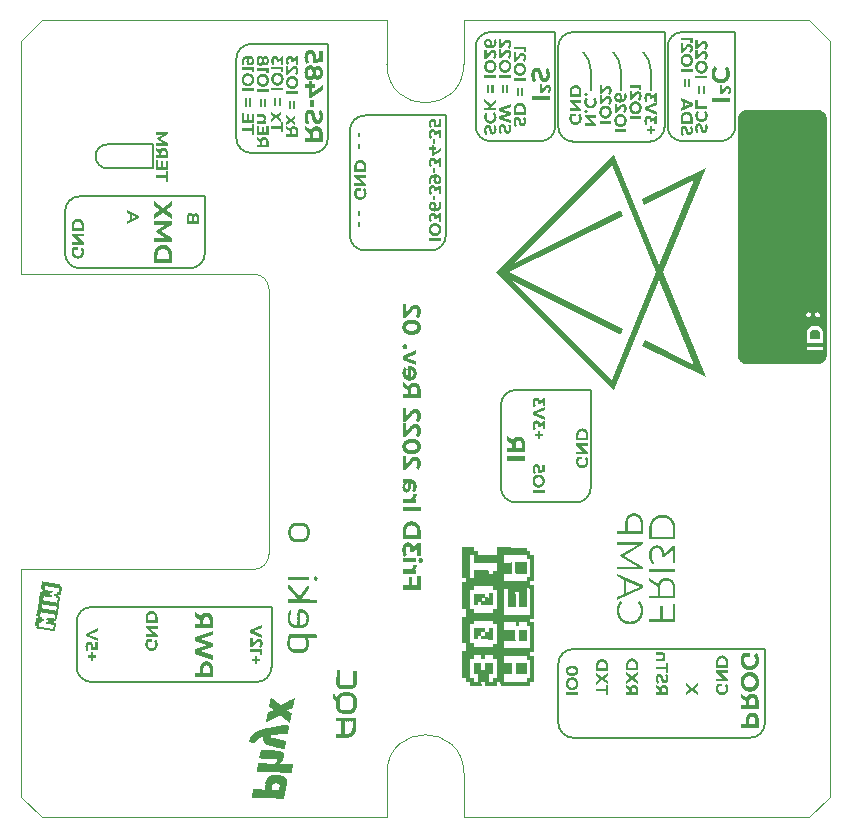
<source format=gbo>
G04*
G04 #@! TF.GenerationSoftware,Altium Limited,Altium Designer,24.4.0 (9)*
G04*
G04 Layer_Color=32896*
%FSLAX25Y25*%
%MOIN*%
G70*
G04*
G04 #@! TF.SameCoordinates,65D136BF-7807-4BE3-8BD7-7ED8223B60D1*
G04*
G04*
G04 #@! TF.FilePolarity,Positive*
G04*
G01*
G75*
%ADD10C,0.00591*%
%ADD15C,0.00394*%
G36*
X223946Y258184D02*
X223204D01*
Y258985D01*
X219957D01*
Y259906D01*
X223946D01*
Y258184D01*
D02*
G37*
G36*
X155834Y259635D02*
X155900Y259631D01*
X156020Y259609D01*
X156078Y259595D01*
X156132Y259580D01*
X156180Y259566D01*
X156227Y259547D01*
X156267Y259529D01*
X156304Y259515D01*
X156336Y259500D01*
X156362Y259486D01*
X156384Y259475D01*
X156402Y259464D01*
X156409Y259460D01*
X156413Y259456D01*
X156515Y259384D01*
X156602Y259303D01*
X156675Y259220D01*
X156737Y259140D01*
X156788Y259067D01*
X156806Y259038D01*
X156820Y259009D01*
X156835Y258987D01*
X156842Y258972D01*
X156850Y258961D01*
Y258958D01*
X156879Y258899D01*
X156901Y258838D01*
X156940Y258717D01*
X156970Y258601D01*
X156977Y258546D01*
X156988Y258492D01*
X156992Y258444D01*
X156999Y258401D01*
X157002Y258361D01*
Y258328D01*
X157006Y258299D01*
Y258262D01*
X157002Y258146D01*
X156992Y258037D01*
X156973Y257935D01*
X156951Y257840D01*
X156926Y257753D01*
X156893Y257673D01*
X156864Y257600D01*
X156831Y257531D01*
X156795Y257473D01*
X156766Y257422D01*
X156737Y257378D01*
X156708Y257342D01*
X156686Y257312D01*
X156667Y257294D01*
X156657Y257280D01*
X156653Y257276D01*
X156755Y257283D01*
X156853Y257298D01*
X156940Y257316D01*
X157024Y257338D01*
X157101Y257363D01*
X157174Y257389D01*
X157235Y257418D01*
X157294Y257447D01*
X157345Y257473D01*
X157388Y257502D01*
X157428Y257527D01*
X157457Y257549D01*
X157483Y257571D01*
X157498Y257585D01*
X157508Y257593D01*
X157512Y257596D01*
X157563Y257655D01*
X157610Y257716D01*
X157650Y257782D01*
X157683Y257847D01*
X157712Y257917D01*
X157738Y257982D01*
X157756Y258048D01*
X157774Y258110D01*
X157785Y258172D01*
X157796Y258226D01*
X157803Y258273D01*
X157807Y258317D01*
Y258353D01*
X157810Y258379D01*
Y258401D01*
X157807Y258485D01*
X157803Y258561D01*
X157792Y258637D01*
X157778Y258707D01*
X157763Y258776D01*
X157749Y258834D01*
X157730Y258892D01*
X157712Y258943D01*
X157690Y258991D01*
X157672Y259031D01*
X157658Y259063D01*
X157643Y259092D01*
X157629Y259118D01*
X157618Y259132D01*
X157614Y259143D01*
X157610Y259147D01*
X158287Y259489D01*
X158335Y259409D01*
X158375Y259325D01*
X158407Y259242D01*
X158437Y259165D01*
X158458Y259096D01*
X158469Y259067D01*
X158477Y259041D01*
X158480Y259020D01*
X158484Y259005D01*
X158487Y258994D01*
Y258991D01*
X158513Y258881D01*
X158531Y258772D01*
X158542Y258666D01*
X158553Y258576D01*
Y258532D01*
X158557Y258495D01*
Y258463D01*
X158560Y258434D01*
Y258379D01*
X158557Y258266D01*
X158549Y258161D01*
X158538Y258055D01*
X158520Y257957D01*
X158502Y257866D01*
X158480Y257778D01*
X158458Y257695D01*
X158437Y257622D01*
X158411Y257553D01*
X158389Y257494D01*
X158367Y257440D01*
X158349Y257396D01*
X158331Y257363D01*
X158320Y257338D01*
X158313Y257320D01*
X158309Y257316D01*
X158262Y257232D01*
X158207Y257152D01*
X158149Y257080D01*
X158091Y257010D01*
X158029Y256948D01*
X157967Y256887D01*
X157909Y256836D01*
X157851Y256785D01*
X157792Y256741D01*
X157741Y256705D01*
X157694Y256672D01*
X157654Y256646D01*
X157621Y256625D01*
X157596Y256610D01*
X157581Y256603D01*
X157574Y256599D01*
X157483Y256555D01*
X157385Y256515D01*
X157286Y256483D01*
X157188Y256453D01*
X157090Y256428D01*
X156995Y256406D01*
X156901Y256388D01*
X156813Y256377D01*
X156729Y256366D01*
X156653Y256359D01*
X156584Y256351D01*
X156526Y256348D01*
X156478Y256344D01*
X156442D01*
X156431D01*
X156420D01*
X156416D01*
X156413D01*
X156242Y256348D01*
X156078Y256366D01*
X155925Y256388D01*
X155783Y256417D01*
X155652Y256453D01*
X155532Y256493D01*
X155423Y256537D01*
X155324Y256581D01*
X155237Y256625D01*
X155161Y256668D01*
X155099Y256708D01*
X155044Y256745D01*
X155004Y256774D01*
X154975Y256796D01*
X154957Y256814D01*
X154949Y256817D01*
X154859Y256908D01*
X154782Y257010D01*
X154713Y257116D01*
X154655Y257221D01*
X154607Y257331D01*
X154564Y257440D01*
X154531Y257545D01*
X154505Y257651D01*
X154483Y257749D01*
X154465Y257837D01*
X154454Y257920D01*
X154447Y257990D01*
X154444Y258048D01*
Y258070D01*
X154440Y258091D01*
Y258128D01*
X154444Y258208D01*
X154447Y258281D01*
X154465Y258426D01*
X154476Y258492D01*
X154491Y258554D01*
X154505Y258616D01*
X154520Y258670D01*
X154534Y258717D01*
X154549Y258761D01*
X154564Y258801D01*
X154575Y258834D01*
X154586Y258859D01*
X154593Y258878D01*
X154600Y258889D01*
Y258892D01*
X154666Y259016D01*
X154702Y259071D01*
X154738Y259125D01*
X154778Y259173D01*
X154818Y259216D01*
X154855Y259256D01*
X154891Y259296D01*
X154928Y259329D01*
X154957Y259358D01*
X154986Y259380D01*
X155011Y259402D01*
X155033Y259416D01*
X155048Y259427D01*
X155059Y259435D01*
X155062Y259438D01*
X155121Y259475D01*
X155179Y259504D01*
X155241Y259533D01*
X155299Y259555D01*
X155419Y259591D01*
X155528Y259613D01*
X155576Y259620D01*
X155623Y259628D01*
X155663Y259631D01*
X155699Y259635D01*
X155725Y259638D01*
X155747D01*
X155761D01*
X155765D01*
X155834Y259635D01*
D02*
G37*
G36*
X160174Y257685D02*
X161040Y258603D01*
X161109Y258672D01*
X161171Y258737D01*
X161237Y258799D01*
X161295Y258850D01*
X161353Y258901D01*
X161404Y258945D01*
X161455Y258981D01*
X161502Y259018D01*
X161542Y259047D01*
X161579Y259069D01*
X161611Y259091D01*
X161637Y259105D01*
X161659Y259120D01*
X161673Y259127D01*
X161684Y259134D01*
X161688D01*
X161797Y259182D01*
X161906Y259214D01*
X162008Y259240D01*
X162103Y259254D01*
X162143Y259262D01*
X162183Y259265D01*
X162216Y259269D01*
X162245D01*
X162267Y259273D01*
X162285D01*
X162296D01*
X162299D01*
X162365Y259269D01*
X162430Y259265D01*
X162550Y259243D01*
X162605Y259229D01*
X162656Y259214D01*
X162703Y259196D01*
X162747Y259182D01*
X162787Y259163D01*
X162823Y259145D01*
X162853Y259131D01*
X162878Y259116D01*
X162900Y259105D01*
X162915Y259094D01*
X162922Y259091D01*
X162925Y259087D01*
X163020Y259011D01*
X163100Y258927D01*
X163173Y258839D01*
X163227Y258756D01*
X163275Y258683D01*
X163293Y258650D01*
X163308Y258621D01*
X163319Y258599D01*
X163326Y258581D01*
X163333Y258570D01*
Y258566D01*
X163380Y258439D01*
X163417Y258304D01*
X163442Y258173D01*
X163453Y258111D01*
X163461Y258053D01*
X163468Y257999D01*
X163471Y257948D01*
X163475Y257900D01*
Y257864D01*
X163479Y257831D01*
Y257787D01*
X163475Y257689D01*
X163471Y257594D01*
X163461Y257504D01*
X163450Y257420D01*
X163435Y257336D01*
X163417Y257260D01*
X163399Y257187D01*
X163380Y257121D01*
X163362Y257060D01*
X163344Y257005D01*
X163330Y256961D01*
X163311Y256921D01*
X163300Y256888D01*
X163289Y256867D01*
X163286Y256852D01*
X163282Y256848D01*
X163242Y256772D01*
X163202Y256703D01*
X163158Y256637D01*
X163115Y256575D01*
X163071Y256517D01*
X163024Y256463D01*
X162980Y256415D01*
X162936Y256371D01*
X162896Y256335D01*
X162860Y256299D01*
X162827Y256270D01*
X162798Y256248D01*
X162773Y256229D01*
X162754Y256215D01*
X162743Y256208D01*
X162740Y256204D01*
X162307Y256877D01*
X162376Y256932D01*
X162438Y256994D01*
X162489Y257052D01*
X162532Y257107D01*
X162565Y257158D01*
X162587Y257194D01*
X162594Y257209D01*
X162601Y257220D01*
X162605Y257227D01*
Y257230D01*
X162638Y257311D01*
X162663Y257394D01*
X162681Y257474D01*
X162696Y257547D01*
X162703Y257609D01*
Y257638D01*
X162707Y257660D01*
Y257704D01*
X162700Y257813D01*
X162685Y257911D01*
X162678Y257951D01*
X162667Y257991D01*
X162652Y258028D01*
X162642Y258057D01*
X162631Y258086D01*
X162616Y258111D01*
X162605Y258130D01*
X162598Y258148D01*
X162587Y258159D01*
X162583Y258170D01*
X162576Y258177D01*
X162550Y258206D01*
X162525Y258231D01*
X162463Y258272D01*
X162405Y258301D01*
X162343Y258319D01*
X162292Y258333D01*
X162248Y258337D01*
X162230Y258341D01*
X162219D01*
X162212D01*
X162208D01*
X162146Y258337D01*
X162088Y258326D01*
X162030Y258312D01*
X161979Y258297D01*
X161935Y258282D01*
X161903Y258268D01*
X161881Y258257D01*
X161877Y258253D01*
X161873D01*
X161841Y258235D01*
X161808Y258217D01*
X161739Y258166D01*
X161673Y258111D01*
X161611Y258057D01*
X161557Y258006D01*
X161531Y257984D01*
X161513Y257966D01*
X161495Y257948D01*
X161484Y257937D01*
X161477Y257929D01*
X161473Y257926D01*
X160021Y256386D01*
X159424D01*
Y259404D01*
X160174D01*
Y257685D01*
D02*
G37*
G36*
X225625Y257376D02*
X226491Y258293D01*
X226560Y258363D01*
X226622Y258428D01*
X226688Y258490D01*
X226746Y258541D01*
X226804Y258592D01*
X226855Y258636D01*
X226906Y258672D01*
X226954Y258708D01*
X226993Y258737D01*
X227030Y258759D01*
X227063Y258781D01*
X227088Y258796D01*
X227110Y258810D01*
X227125Y258818D01*
X227135Y258825D01*
X227139D01*
X227248Y258872D01*
X227358Y258905D01*
X227460Y258930D01*
X227554Y258945D01*
X227594Y258952D01*
X227634Y258956D01*
X227667Y258960D01*
X227696D01*
X227718Y258963D01*
X227736D01*
X227747D01*
X227751D01*
X227816Y258960D01*
X227882Y258956D01*
X228002Y258934D01*
X228056Y258920D01*
X228107Y258905D01*
X228155Y258887D01*
X228198Y258872D01*
X228238Y258854D01*
X228275Y258836D01*
X228304Y258821D01*
X228329Y258807D01*
X228351Y258796D01*
X228366Y258785D01*
X228373Y258781D01*
X228377Y258778D01*
X228471Y258701D01*
X228552Y258617D01*
X228624Y258530D01*
X228679Y258446D01*
X228726Y258373D01*
X228744Y258341D01*
X228759Y258312D01*
X228770Y258290D01*
X228777Y258272D01*
X228784Y258261D01*
Y258257D01*
X228832Y258130D01*
X228868Y257995D01*
X228894Y257864D01*
X228905Y257802D01*
X228912Y257744D01*
X228919Y257689D01*
X228923Y257638D01*
X228926Y257591D01*
Y257555D01*
X228930Y257522D01*
Y257478D01*
X228926Y257380D01*
X228923Y257285D01*
X228912Y257194D01*
X228901Y257110D01*
X228886Y257027D01*
X228868Y256950D01*
X228850Y256877D01*
X228832Y256812D01*
X228814Y256750D01*
X228795Y256696D01*
X228781Y256652D01*
X228763Y256612D01*
X228752Y256579D01*
X228741Y256557D01*
X228737Y256543D01*
X228733Y256539D01*
X228693Y256463D01*
X228653Y256393D01*
X228610Y256328D01*
X228566Y256266D01*
X228522Y256208D01*
X228475Y256153D01*
X228431Y256106D01*
X228388Y256062D01*
X228348Y256026D01*
X228311Y255989D01*
X228278Y255960D01*
X228249Y255938D01*
X228224Y255920D01*
X228206Y255906D01*
X228195Y255898D01*
X228191Y255895D01*
X227758Y256568D01*
X227827Y256623D01*
X227889Y256684D01*
X227940Y256743D01*
X227984Y256797D01*
X228016Y256848D01*
X228038Y256885D01*
X228046Y256899D01*
X228053Y256910D01*
X228056Y256918D01*
Y256921D01*
X228089Y257001D01*
X228115Y257085D01*
X228133Y257165D01*
X228147Y257238D01*
X228155Y257300D01*
Y257329D01*
X228158Y257351D01*
Y257394D01*
X228151Y257504D01*
X228136Y257602D01*
X228129Y257642D01*
X228118Y257682D01*
X228104Y257718D01*
X228093Y257747D01*
X228082Y257776D01*
X228067Y257802D01*
X228056Y257820D01*
X228049Y257838D01*
X228038Y257849D01*
X228035Y257860D01*
X228027Y257868D01*
X228002Y257897D01*
X227976Y257922D01*
X227914Y257962D01*
X227856Y257991D01*
X227794Y258010D01*
X227743Y258024D01*
X227700Y258028D01*
X227681Y258031D01*
X227671D01*
X227663D01*
X227660D01*
X227598Y258028D01*
X227539Y258017D01*
X227481Y258002D01*
X227430Y257988D01*
X227387Y257973D01*
X227354Y257959D01*
X227332Y257948D01*
X227328Y257944D01*
X227325D01*
X227292Y257926D01*
X227259Y257908D01*
X227190Y257857D01*
X227125Y257802D01*
X227063Y257747D01*
X227008Y257697D01*
X226983Y257675D01*
X226964Y257656D01*
X226946Y257638D01*
X226935Y257627D01*
X226928Y257620D01*
X226924Y257616D01*
X225472Y256077D01*
X224875D01*
Y259094D01*
X225625D01*
Y257376D01*
D02*
G37*
G36*
X168332Y255194D02*
X167589D01*
Y255995D01*
X164342D01*
Y256916D01*
X168332D01*
Y255194D01*
D02*
G37*
G36*
X220707Y256270D02*
X221573Y257187D01*
X221642Y257256D01*
X221704Y257322D01*
X221769Y257383D01*
X221828Y257434D01*
X221886Y257485D01*
X221937Y257529D01*
X221988Y257565D01*
X222035Y257602D01*
X222075Y257631D01*
X222112Y257653D01*
X222144Y257675D01*
X222170Y257689D01*
X222192Y257704D01*
X222206Y257711D01*
X222217Y257718D01*
X222221D01*
X222330Y257766D01*
X222439Y257798D01*
X222541Y257824D01*
X222636Y257838D01*
X222676Y257846D01*
X222716Y257849D01*
X222749Y257853D01*
X222778D01*
X222799Y257857D01*
X222818D01*
X222829D01*
X222832D01*
X222898Y257853D01*
X222963Y257849D01*
X223083Y257827D01*
X223138Y257813D01*
X223189Y257798D01*
X223236Y257780D01*
X223280Y257766D01*
X223320Y257747D01*
X223356Y257729D01*
X223386Y257715D01*
X223411Y257700D01*
X223433Y257689D01*
X223447Y257678D01*
X223455Y257675D01*
X223458Y257671D01*
X223553Y257594D01*
X223633Y257511D01*
X223706Y257423D01*
X223761Y257340D01*
X223808Y257267D01*
X223826Y257234D01*
X223841Y257205D01*
X223851Y257183D01*
X223859Y257165D01*
X223866Y257154D01*
Y257151D01*
X223913Y257023D01*
X223950Y256888D01*
X223975Y256757D01*
X223986Y256696D01*
X223993Y256637D01*
X224001Y256583D01*
X224004Y256532D01*
X224008Y256484D01*
Y256448D01*
X224012Y256415D01*
Y256371D01*
X224008Y256273D01*
X224004Y256179D01*
X223993Y256088D01*
X223983Y256004D01*
X223968Y255920D01*
X223950Y255844D01*
X223932Y255771D01*
X223913Y255705D01*
X223895Y255644D01*
X223877Y255589D01*
X223862Y255545D01*
X223844Y255505D01*
X223833Y255472D01*
X223822Y255451D01*
X223819Y255436D01*
X223815Y255432D01*
X223775Y255356D01*
X223735Y255287D01*
X223691Y255221D01*
X223648Y255159D01*
X223604Y255101D01*
X223557Y255047D01*
X223513Y254999D01*
X223469Y254956D01*
X223429Y254919D01*
X223393Y254883D01*
X223360Y254854D01*
X223331Y254832D01*
X223306Y254814D01*
X223287Y254799D01*
X223276Y254792D01*
X223273Y254788D01*
X222840Y255462D01*
X222909Y255516D01*
X222971Y255578D01*
X223022Y255636D01*
X223065Y255691D01*
X223098Y255742D01*
X223120Y255778D01*
X223127Y255793D01*
X223134Y255804D01*
X223138Y255811D01*
Y255815D01*
X223171Y255895D01*
X223196Y255978D01*
X223215Y256059D01*
X223229Y256131D01*
X223236Y256193D01*
Y256222D01*
X223240Y256244D01*
Y256288D01*
X223233Y256397D01*
X223218Y256495D01*
X223211Y256535D01*
X223200Y256575D01*
X223185Y256612D01*
X223174Y256641D01*
X223164Y256670D01*
X223149Y256696D01*
X223138Y256714D01*
X223131Y256732D01*
X223120Y256743D01*
X223116Y256754D01*
X223109Y256761D01*
X223083Y256790D01*
X223058Y256816D01*
X222996Y256856D01*
X222938Y256885D01*
X222876Y256903D01*
X222825Y256918D01*
X222781Y256921D01*
X222763Y256925D01*
X222752D01*
X222745D01*
X222741D01*
X222679Y256921D01*
X222621Y256910D01*
X222563Y256896D01*
X222512Y256881D01*
X222468Y256867D01*
X222435Y256852D01*
X222414Y256841D01*
X222410Y256837D01*
X222406D01*
X222374Y256819D01*
X222341Y256801D01*
X222272Y256750D01*
X222206Y256696D01*
X222144Y256641D01*
X222090Y256590D01*
X222064Y256568D01*
X222046Y256550D01*
X222028Y256532D01*
X222017Y256521D01*
X222010Y256514D01*
X222006Y256510D01*
X220554Y254970D01*
X219957D01*
Y257988D01*
X220707D01*
Y256270D01*
D02*
G37*
G36*
X160174Y254322D02*
X161040Y255240D01*
X161109Y255309D01*
X161171Y255374D01*
X161237Y255436D01*
X161295Y255487D01*
X161353Y255538D01*
X161404Y255582D01*
X161455Y255618D01*
X161502Y255654D01*
X161542Y255683D01*
X161579Y255705D01*
X161611Y255727D01*
X161637Y255742D01*
X161659Y255756D01*
X161673Y255764D01*
X161684Y255771D01*
X161688D01*
X161797Y255818D01*
X161906Y255851D01*
X162008Y255876D01*
X162103Y255891D01*
X162143Y255898D01*
X162183Y255902D01*
X162216Y255906D01*
X162245D01*
X162267Y255909D01*
X162285D01*
X162296D01*
X162299D01*
X162365Y255906D01*
X162430Y255902D01*
X162550Y255880D01*
X162605Y255866D01*
X162656Y255851D01*
X162703Y255833D01*
X162747Y255818D01*
X162787Y255800D01*
X162823Y255782D01*
X162853Y255767D01*
X162878Y255753D01*
X162900Y255742D01*
X162915Y255731D01*
X162922Y255727D01*
X162925Y255724D01*
X163020Y255647D01*
X163100Y255563D01*
X163173Y255476D01*
X163227Y255392D01*
X163275Y255319D01*
X163293Y255287D01*
X163308Y255258D01*
X163319Y255236D01*
X163326Y255218D01*
X163333Y255207D01*
Y255203D01*
X163380Y255076D01*
X163417Y254941D01*
X163442Y254810D01*
X163453Y254748D01*
X163461Y254690D01*
X163468Y254635D01*
X163471Y254584D01*
X163475Y254537D01*
Y254501D01*
X163479Y254468D01*
Y254424D01*
X163475Y254326D01*
X163471Y254231D01*
X163461Y254140D01*
X163450Y254057D01*
X163435Y253973D01*
X163417Y253896D01*
X163399Y253823D01*
X163380Y253758D01*
X163362Y253696D01*
X163344Y253642D01*
X163330Y253598D01*
X163311Y253558D01*
X163300Y253525D01*
X163289Y253503D01*
X163286Y253489D01*
X163282Y253485D01*
X163242Y253409D01*
X163202Y253339D01*
X163158Y253274D01*
X163115Y253212D01*
X163071Y253154D01*
X163024Y253099D01*
X162980Y253052D01*
X162936Y253008D01*
X162896Y252972D01*
X162860Y252935D01*
X162827Y252906D01*
X162798Y252884D01*
X162773Y252866D01*
X162754Y252852D01*
X162743Y252844D01*
X162740Y252841D01*
X162307Y253514D01*
X162376Y253569D01*
X162438Y253631D01*
X162489Y253689D01*
X162532Y253743D01*
X162565Y253794D01*
X162587Y253831D01*
X162594Y253845D01*
X162601Y253856D01*
X162605Y253864D01*
Y253867D01*
X162638Y253947D01*
X162663Y254031D01*
X162681Y254111D01*
X162696Y254184D01*
X162703Y254246D01*
Y254275D01*
X162707Y254297D01*
Y254340D01*
X162700Y254450D01*
X162685Y254548D01*
X162678Y254588D01*
X162667Y254628D01*
X162652Y254664D01*
X162642Y254694D01*
X162631Y254723D01*
X162616Y254748D01*
X162605Y254766D01*
X162598Y254784D01*
X162587Y254795D01*
X162583Y254806D01*
X162576Y254814D01*
X162550Y254843D01*
X162525Y254868D01*
X162463Y254908D01*
X162405Y254937D01*
X162343Y254956D01*
X162292Y254970D01*
X162248Y254974D01*
X162230Y254977D01*
X162219D01*
X162212D01*
X162208D01*
X162146Y254974D01*
X162088Y254963D01*
X162030Y254948D01*
X161979Y254934D01*
X161935Y254919D01*
X161903Y254905D01*
X161881Y254894D01*
X161877Y254890D01*
X161873D01*
X161841Y254872D01*
X161808Y254854D01*
X161739Y254803D01*
X161673Y254748D01*
X161611Y254694D01*
X161557Y254643D01*
X161531Y254621D01*
X161513Y254603D01*
X161495Y254584D01*
X161484Y254573D01*
X161477Y254566D01*
X161473Y254562D01*
X160021Y253023D01*
X159424D01*
Y256040D01*
X160174D01*
Y254322D01*
D02*
G37*
G36*
X155255Y254244D02*
X156122Y255161D01*
X156191Y255230D01*
X156253Y255296D01*
X156318Y255358D01*
X156376Y255409D01*
X156435Y255460D01*
X156485Y255503D01*
X156536Y255540D01*
X156584Y255576D01*
X156624Y255605D01*
X156660Y255627D01*
X156693Y255649D01*
X156719Y255663D01*
X156740Y255678D01*
X156755Y255685D01*
X156766Y255693D01*
X156770D01*
X156879Y255740D01*
X156988Y255773D01*
X157090Y255798D01*
X157184Y255813D01*
X157225Y255820D01*
X157264Y255824D01*
X157297Y255827D01*
X157326D01*
X157348Y255831D01*
X157366D01*
X157377D01*
X157381D01*
X157447Y255827D01*
X157512Y255824D01*
X157632Y255802D01*
X157687Y255787D01*
X157738Y255773D01*
X157785Y255754D01*
X157829Y255740D01*
X157869Y255722D01*
X157905Y255704D01*
X157934Y255689D01*
X157960Y255674D01*
X157982Y255663D01*
X157996Y255653D01*
X158003Y255649D01*
X158007Y255645D01*
X158102Y255569D01*
X158182Y255485D01*
X158255Y255398D01*
X158309Y255314D01*
X158356Y255241D01*
X158375Y255208D01*
X158389Y255179D01*
X158400Y255158D01*
X158407Y255139D01*
X158415Y255128D01*
Y255125D01*
X158462Y254997D01*
X158499Y254863D01*
X158524Y254732D01*
X158535Y254670D01*
X158542Y254612D01*
X158549Y254557D01*
X158553Y254506D01*
X158557Y254459D01*
Y254422D01*
X158560Y254390D01*
Y254346D01*
X158557Y254248D01*
X158553Y254153D01*
X158542Y254062D01*
X158531Y253978D01*
X158517Y253894D01*
X158499Y253818D01*
X158480Y253745D01*
X158462Y253680D01*
X158444Y253618D01*
X158426Y253563D01*
X158411Y253520D01*
X158393Y253480D01*
X158382Y253447D01*
X158371Y253425D01*
X158367Y253410D01*
X158364Y253407D01*
X158324Y253330D01*
X158284Y253261D01*
X158240Y253196D01*
X158196Y253134D01*
X158153Y253076D01*
X158105Y253021D01*
X158062Y252974D01*
X158018Y252930D01*
X157978Y252893D01*
X157941Y252857D01*
X157909Y252828D01*
X157880Y252806D01*
X157854Y252788D01*
X157836Y252773D01*
X157825Y252766D01*
X157821Y252762D01*
X157388Y253436D01*
X157457Y253490D01*
X157519Y253552D01*
X157570Y253611D01*
X157614Y253665D01*
X157647Y253716D01*
X157668Y253752D01*
X157676Y253767D01*
X157683Y253778D01*
X157687Y253785D01*
Y253789D01*
X157720Y253869D01*
X157745Y253953D01*
X157763Y254033D01*
X157778Y254106D01*
X157785Y254168D01*
Y254197D01*
X157789Y254218D01*
Y254262D01*
X157781Y254371D01*
X157767Y254470D01*
X157759Y254510D01*
X157749Y254550D01*
X157734Y254586D01*
X157723Y254615D01*
X157712Y254644D01*
X157698Y254670D01*
X157687Y254688D01*
X157679Y254706D01*
X157668Y254717D01*
X157665Y254728D01*
X157658Y254735D01*
X157632Y254764D01*
X157607Y254790D01*
X157545Y254830D01*
X157486Y254859D01*
X157425Y254877D01*
X157374Y254892D01*
X157330Y254895D01*
X157312Y254899D01*
X157301D01*
X157294D01*
X157290D01*
X157228Y254895D01*
X157170Y254885D01*
X157112Y254870D01*
X157061Y254855D01*
X157017Y254841D01*
X156984Y254826D01*
X156962Y254815D01*
X156959Y254812D01*
X156955D01*
X156922Y254794D01*
X156890Y254775D01*
X156820Y254724D01*
X156755Y254670D01*
X156693Y254615D01*
X156638Y254564D01*
X156613Y254542D01*
X156595Y254524D01*
X156577Y254506D01*
X156566Y254495D01*
X156558Y254488D01*
X156555Y254484D01*
X155102Y252944D01*
X154505D01*
Y255962D01*
X155255D01*
Y254244D01*
D02*
G37*
G36*
X225625Y254013D02*
X226491Y254930D01*
X226560Y254999D01*
X226622Y255065D01*
X226688Y255127D01*
X226746Y255178D01*
X226804Y255228D01*
X226855Y255272D01*
X226906Y255309D01*
X226954Y255345D01*
X226993Y255374D01*
X227030Y255396D01*
X227063Y255418D01*
X227088Y255432D01*
X227110Y255447D01*
X227125Y255454D01*
X227135Y255462D01*
X227139D01*
X227248Y255509D01*
X227358Y255542D01*
X227460Y255567D01*
X227554Y255582D01*
X227594Y255589D01*
X227634Y255592D01*
X227667Y255596D01*
X227696D01*
X227718Y255600D01*
X227736D01*
X227747D01*
X227751D01*
X227816Y255596D01*
X227882Y255592D01*
X228002Y255571D01*
X228056Y255556D01*
X228107Y255542D01*
X228155Y255523D01*
X228198Y255509D01*
X228238Y255491D01*
X228275Y255472D01*
X228304Y255458D01*
X228329Y255443D01*
X228351Y255432D01*
X228366Y255421D01*
X228373Y255418D01*
X228377Y255414D01*
X228471Y255338D01*
X228552Y255254D01*
X228624Y255167D01*
X228679Y255083D01*
X228726Y255010D01*
X228744Y254977D01*
X228759Y254948D01*
X228770Y254926D01*
X228777Y254908D01*
X228784Y254897D01*
Y254894D01*
X228832Y254766D01*
X228868Y254632D01*
X228894Y254501D01*
X228905Y254439D01*
X228912Y254380D01*
X228919Y254326D01*
X228923Y254275D01*
X228926Y254228D01*
Y254191D01*
X228930Y254158D01*
Y254115D01*
X228926Y254016D01*
X228923Y253922D01*
X228912Y253831D01*
X228901Y253747D01*
X228886Y253663D01*
X228868Y253587D01*
X228850Y253514D01*
X228832Y253449D01*
X228814Y253387D01*
X228795Y253332D01*
X228781Y253288D01*
X228763Y253248D01*
X228752Y253216D01*
X228741Y253194D01*
X228737Y253179D01*
X228733Y253176D01*
X228693Y253099D01*
X228653Y253030D01*
X228610Y252964D01*
X228566Y252903D01*
X228522Y252844D01*
X228475Y252790D01*
X228431Y252742D01*
X228388Y252699D01*
X228348Y252662D01*
X228311Y252626D01*
X228278Y252597D01*
X228249Y252575D01*
X228224Y252557D01*
X228206Y252542D01*
X228195Y252535D01*
X228191Y252531D01*
X227758Y253205D01*
X227827Y253259D01*
X227889Y253321D01*
X227940Y253379D01*
X227984Y253434D01*
X228016Y253485D01*
X228038Y253521D01*
X228046Y253536D01*
X228053Y253547D01*
X228056Y253554D01*
Y253558D01*
X228089Y253638D01*
X228115Y253722D01*
X228133Y253802D01*
X228147Y253874D01*
X228155Y253936D01*
Y253965D01*
X228158Y253987D01*
Y254031D01*
X228151Y254140D01*
X228136Y254239D01*
X228129Y254278D01*
X228118Y254319D01*
X228104Y254355D01*
X228093Y254384D01*
X228082Y254413D01*
X228067Y254439D01*
X228056Y254457D01*
X228049Y254475D01*
X228038Y254486D01*
X228035Y254497D01*
X228027Y254504D01*
X228002Y254533D01*
X227976Y254559D01*
X227914Y254599D01*
X227856Y254628D01*
X227794Y254646D01*
X227743Y254661D01*
X227700Y254664D01*
X227681Y254668D01*
X227671D01*
X227663D01*
X227660D01*
X227598Y254664D01*
X227539Y254653D01*
X227481Y254639D01*
X227430Y254624D01*
X227387Y254610D01*
X227354Y254595D01*
X227332Y254584D01*
X227328Y254581D01*
X227325D01*
X227292Y254562D01*
X227259Y254544D01*
X227190Y254493D01*
X227125Y254439D01*
X227063Y254384D01*
X227008Y254333D01*
X226983Y254311D01*
X226964Y254293D01*
X226946Y254275D01*
X226935Y254264D01*
X226928Y254257D01*
X226924Y254253D01*
X225472Y252713D01*
X224875D01*
Y255731D01*
X225625D01*
Y254013D01*
D02*
G37*
G36*
X165092Y253279D02*
X165958Y254197D01*
X166027Y254266D01*
X166089Y254331D01*
X166155Y254393D01*
X166213Y254444D01*
X166271Y254495D01*
X166322Y254539D01*
X166373Y254575D01*
X166421Y254612D01*
X166461Y254641D01*
X166497Y254662D01*
X166530Y254684D01*
X166555Y254699D01*
X166577Y254714D01*
X166592Y254721D01*
X166603Y254728D01*
X166606D01*
X166715Y254775D01*
X166825Y254808D01*
X166927Y254834D01*
X167021Y254848D01*
X167061Y254855D01*
X167101Y254859D01*
X167134Y254863D01*
X167163D01*
X167185Y254866D01*
X167203D01*
X167214D01*
X167218D01*
X167283Y254863D01*
X167349Y254859D01*
X167469Y254837D01*
X167524Y254823D01*
X167574Y254808D01*
X167622Y254790D01*
X167665Y254775D01*
X167706Y254757D01*
X167742Y254739D01*
X167771Y254724D01*
X167797Y254710D01*
X167818Y254699D01*
X167833Y254688D01*
X167840Y254684D01*
X167844Y254681D01*
X167938Y254604D01*
X168018Y254521D01*
X168091Y254433D01*
X168146Y254349D01*
X168193Y254277D01*
X168211Y254244D01*
X168226Y254215D01*
X168237Y254193D01*
X168244Y254175D01*
X168252Y254164D01*
Y254160D01*
X168299Y254033D01*
X168335Y253898D01*
X168361Y253767D01*
X168372Y253705D01*
X168379Y253647D01*
X168386Y253592D01*
X168390Y253541D01*
X168393Y253494D01*
Y253458D01*
X168397Y253425D01*
Y253381D01*
X168393Y253283D01*
X168390Y253188D01*
X168379Y253097D01*
X168368Y253014D01*
X168353Y252930D01*
X168335Y252853D01*
X168317Y252781D01*
X168299Y252715D01*
X168281Y252653D01*
X168262Y252599D01*
X168248Y252555D01*
X168230Y252515D01*
X168219Y252482D01*
X168208Y252460D01*
X168204Y252446D01*
X168201Y252442D01*
X168160Y252366D01*
X168120Y252296D01*
X168077Y252231D01*
X168033Y252169D01*
X167989Y252111D01*
X167942Y252056D01*
X167898Y252009D01*
X167855Y251965D01*
X167815Y251929D01*
X167778Y251892D01*
X167745Y251863D01*
X167716Y251841D01*
X167691Y251823D01*
X167673Y251809D01*
X167662Y251801D01*
X167658Y251798D01*
X167225Y252471D01*
X167294Y252526D01*
X167356Y252588D01*
X167407Y252646D01*
X167451Y252701D01*
X167483Y252751D01*
X167505Y252788D01*
X167513Y252802D01*
X167520Y252813D01*
X167524Y252821D01*
Y252824D01*
X167556Y252904D01*
X167582Y252988D01*
X167600Y253068D01*
X167614Y253141D01*
X167622Y253203D01*
Y253232D01*
X167625Y253254D01*
Y253297D01*
X167618Y253407D01*
X167604Y253505D01*
X167596Y253545D01*
X167585Y253585D01*
X167571Y253622D01*
X167560Y253651D01*
X167549Y253680D01*
X167534Y253705D01*
X167524Y253723D01*
X167516Y253742D01*
X167505Y253752D01*
X167502Y253763D01*
X167494Y253771D01*
X167469Y253800D01*
X167443Y253825D01*
X167382Y253865D01*
X167323Y253894D01*
X167261Y253913D01*
X167210Y253927D01*
X167167Y253931D01*
X167149Y253935D01*
X167138D01*
X167130D01*
X167127D01*
X167065Y253931D01*
X167007Y253920D01*
X166948Y253905D01*
X166897Y253891D01*
X166854Y253876D01*
X166821Y253862D01*
X166799Y253851D01*
X166796Y253847D01*
X166792D01*
X166759Y253829D01*
X166726Y253811D01*
X166657Y253760D01*
X166592Y253705D01*
X166530Y253651D01*
X166475Y253600D01*
X166450Y253578D01*
X166431Y253560D01*
X166413Y253541D01*
X166402Y253531D01*
X166395Y253523D01*
X166391Y253520D01*
X164939Y251980D01*
X164342D01*
Y254997D01*
X165092D01*
Y253279D01*
D02*
G37*
G36*
X96677Y255902D02*
X96824Y255880D01*
X96961Y255853D01*
X97092Y255815D01*
X97212Y255766D01*
X97321Y255716D01*
X97425Y255662D01*
X97518Y255607D01*
X97600Y255547D01*
X97671Y255492D01*
X97731Y255443D01*
X97780Y255394D01*
X97823Y255356D01*
X97851Y255329D01*
X97867Y255307D01*
X97873Y255301D01*
X97960Y255181D01*
X98042Y255050D01*
X98107Y254908D01*
X98167Y254755D01*
X98216Y254603D01*
X98255Y254444D01*
X98287Y254291D01*
X98315Y254144D01*
X98337Y254002D01*
X98353Y253865D01*
X98364Y253745D01*
X98375Y253642D01*
Y253554D01*
X98380Y253521D01*
Y252948D01*
X99516Y253041D01*
Y255542D01*
X100630D01*
Y251889D01*
X97261Y251583D01*
Y253248D01*
X97250Y253380D01*
X97245Y253500D01*
X97228Y253603D01*
X97217Y253702D01*
X97201Y253794D01*
X97179Y253871D01*
X97163Y253942D01*
X97146Y254002D01*
X97124Y254057D01*
X97108Y254100D01*
X97097Y254133D01*
X97081Y254160D01*
X97075Y254177D01*
X97064Y254187D01*
Y254193D01*
X97026Y254248D01*
X96983Y254297D01*
X96939Y254335D01*
X96890Y254373D01*
X96841Y254406D01*
X96791Y254428D01*
X96699Y254466D01*
X96611Y254488D01*
X96579Y254493D01*
X96546Y254499D01*
X96518Y254504D01*
X96497D01*
X96486D01*
X96480D01*
X96415Y254499D01*
X96349Y254493D01*
X96235Y254455D01*
X96136Y254411D01*
X96054Y254357D01*
X95994Y254297D01*
X95945Y254253D01*
X95918Y254215D01*
X95907Y254209D01*
Y254204D01*
X95841Y254084D01*
X95792Y253953D01*
X95754Y253816D01*
X95732Y253685D01*
X95721Y253625D01*
X95716Y253565D01*
X95710Y253516D01*
Y253472D01*
X95705Y253434D01*
Y253385D01*
X95710Y253210D01*
X95727Y253046D01*
X95749Y252888D01*
X95759Y252817D01*
X95776Y252752D01*
X95787Y252692D01*
X95798Y252637D01*
X95809Y252588D01*
X95820Y252544D01*
X95831Y252511D01*
X95836Y252489D01*
X95841Y252473D01*
Y252468D01*
X95902Y252309D01*
X95961Y252156D01*
X96033Y252025D01*
X96093Y251911D01*
X96125Y251856D01*
X96153Y251812D01*
X96175Y251774D01*
X96196Y251742D01*
X96218Y251714D01*
X96229Y251698D01*
X96235Y251687D01*
X96240Y251681D01*
X95181Y251135D01*
X95072Y251305D01*
X94979Y251479D01*
X94897Y251649D01*
X94831Y251812D01*
X94804Y251889D01*
X94777Y251954D01*
X94760Y252020D01*
X94744Y252069D01*
X94728Y252113D01*
X94717Y252146D01*
X94711Y252167D01*
Y252173D01*
X94657Y252402D01*
X94618Y252626D01*
X94586Y252834D01*
X94575Y252932D01*
X94569Y253025D01*
X94564Y253106D01*
X94558Y253183D01*
X94553Y253254D01*
Y253309D01*
X94547Y253358D01*
Y253418D01*
X94553Y253571D01*
X94558Y253713D01*
X94569Y253849D01*
X94591Y253980D01*
X94607Y254106D01*
X94629Y254215D01*
X94657Y254324D01*
X94678Y254417D01*
X94706Y254504D01*
X94728Y254581D01*
X94749Y254646D01*
X94771Y254701D01*
X94788Y254745D01*
X94798Y254772D01*
X94804Y254794D01*
X94810Y254799D01*
X94864Y254903D01*
X94919Y254996D01*
X94973Y255083D01*
X95033Y255165D01*
X95093Y255241D01*
X95153Y255312D01*
X95214Y255372D01*
X95268Y255427D01*
X95323Y255476D01*
X95372Y255520D01*
X95416Y255553D01*
X95448Y255585D01*
X95481Y255607D01*
X95503Y255624D01*
X95519Y255629D01*
X95525Y255634D01*
X95612Y255684D01*
X95699Y255727D01*
X95787Y255760D01*
X95874Y255793D01*
X96038Y255842D01*
X96196Y255875D01*
X96262Y255886D01*
X96327Y255891D01*
X96382Y255902D01*
X96431D01*
X96469Y255907D01*
X96502D01*
X96518D01*
X96524D01*
X96677Y255902D01*
D02*
G37*
G36*
X84839Y253933D02*
X84915Y253926D01*
X84991Y253911D01*
X85061Y253893D01*
X85130Y253871D01*
X85192Y253850D01*
X85246Y253824D01*
X85301Y253799D01*
X85348Y253769D01*
X85388Y253744D01*
X85425Y253722D01*
X85454Y253700D01*
X85476Y253682D01*
X85494Y253668D01*
X85505Y253660D01*
X85508Y253657D01*
X85563Y253602D01*
X85614Y253544D01*
X85658Y253482D01*
X85698Y253416D01*
X85734Y253347D01*
X85767Y253282D01*
X85792Y253216D01*
X85818Y253154D01*
X85840Y253093D01*
X85854Y253038D01*
X85869Y252987D01*
X85880Y252943D01*
X85887Y252907D01*
X85894Y252878D01*
X85898Y252863D01*
Y252856D01*
X86924Y253755D01*
X87525D01*
Y250963D01*
X86782D01*
Y252659D01*
X85854Y251840D01*
X85243D01*
Y252332D01*
X85239Y252394D01*
X85232Y252452D01*
X85221Y252510D01*
X85210Y252561D01*
X85199Y252608D01*
X85166Y252696D01*
X85130Y252765D01*
X85090Y252827D01*
X85046Y252878D01*
X84999Y252914D01*
X84955Y252947D01*
X84908Y252969D01*
X84868Y252987D01*
X84831Y252998D01*
X84799Y253005D01*
X84777Y253009D01*
X84762D01*
X84755D01*
X84711Y253005D01*
X84667Y253001D01*
X84591Y252976D01*
X84526Y252947D01*
X84471Y252910D01*
X84427Y252870D01*
X84398Y252841D01*
X84380Y252816D01*
X84373Y252812D01*
Y252809D01*
X84329Y252729D01*
X84296Y252638D01*
X84274Y252547D01*
X84260Y252459D01*
X84253Y252419D01*
X84249Y252383D01*
X84245Y252350D01*
Y252321D01*
X84242Y252295D01*
Y252263D01*
X84245Y252146D01*
X84256Y252033D01*
X84271Y251931D01*
X84278Y251884D01*
X84289Y251837D01*
X84296Y251797D01*
X84303Y251760D01*
X84311Y251728D01*
X84318Y251698D01*
X84325Y251677D01*
X84329Y251662D01*
X84333Y251651D01*
Y251647D01*
X84373Y251538D01*
X84413Y251440D01*
X84460Y251349D01*
X84500Y251273D01*
X84522Y251240D01*
X84540Y251211D01*
X84555Y251185D01*
X84569Y251163D01*
X84584Y251145D01*
X84591Y251134D01*
X84595Y251127D01*
X84598Y251123D01*
X83892Y250766D01*
X83819Y250876D01*
X83758Y250992D01*
X83703Y251109D01*
X83659Y251214D01*
X83641Y251265D01*
X83623Y251312D01*
X83612Y251353D01*
X83601Y251385D01*
X83590Y251414D01*
X83583Y251436D01*
X83579Y251451D01*
Y251454D01*
X83543Y251607D01*
X83517Y251757D01*
X83495Y251895D01*
X83488Y251960D01*
X83485Y252022D01*
X83481Y252077D01*
X83477Y252128D01*
X83474Y252175D01*
Y252212D01*
X83470Y252244D01*
Y252284D01*
X83474Y252383D01*
X83477Y252481D01*
X83485Y252572D01*
X83499Y252656D01*
X83510Y252736D01*
X83525Y252812D01*
X83543Y252881D01*
X83557Y252943D01*
X83575Y253001D01*
X83590Y253052D01*
X83605Y253096D01*
X83619Y253133D01*
X83630Y253162D01*
X83637Y253180D01*
X83641Y253194D01*
X83645Y253198D01*
X83677Y253267D01*
X83714Y253329D01*
X83754Y253387D01*
X83790Y253442D01*
X83830Y253493D01*
X83870Y253540D01*
X83907Y253580D01*
X83943Y253617D01*
X83976Y253649D01*
X84009Y253678D01*
X84038Y253700D01*
X84063Y253722D01*
X84081Y253737D01*
X84100Y253748D01*
X84107Y253751D01*
X84111Y253755D01*
X84165Y253788D01*
X84223Y253817D01*
X84278Y253839D01*
X84336Y253860D01*
X84445Y253893D01*
X84544Y253915D01*
X84587Y253922D01*
X84627Y253926D01*
X84664Y253933D01*
X84697D01*
X84722Y253937D01*
X84740D01*
X84751D01*
X84755D01*
X84839Y253933D01*
D02*
G37*
G36*
X89757Y253930D02*
X89833Y253922D01*
X89910Y253908D01*
X89979Y253890D01*
X90048Y253868D01*
X90110Y253846D01*
X90165Y253820D01*
X90219Y253795D01*
X90267Y253766D01*
X90307Y253740D01*
X90343Y253719D01*
X90372Y253697D01*
X90394Y253678D01*
X90412Y253664D01*
X90423Y253657D01*
X90427Y253653D01*
X90481Y253598D01*
X90532Y253540D01*
X90576Y253478D01*
X90616Y253413D01*
X90652Y253344D01*
X90685Y253278D01*
X90711Y253213D01*
X90736Y253151D01*
X90758Y253089D01*
X90772Y253034D01*
X90787Y252983D01*
X90798Y252940D01*
X90805Y252903D01*
X90812Y252874D01*
X90816Y252859D01*
Y252852D01*
X91843Y253751D01*
X92443D01*
Y250959D01*
X91701D01*
Y252656D01*
X90772Y251837D01*
X90161D01*
Y252328D01*
X90157Y252390D01*
X90150Y252448D01*
X90139Y252506D01*
X90128Y252557D01*
X90117Y252605D01*
X90084Y252692D01*
X90048Y252761D01*
X90008Y252823D01*
X89964Y252874D01*
X89917Y252910D01*
X89873Y252943D01*
X89826Y252965D01*
X89786Y252983D01*
X89750Y252994D01*
X89717Y253001D01*
X89695Y253005D01*
X89680D01*
X89673D01*
X89630Y253001D01*
X89586Y252998D01*
X89509Y252972D01*
X89444Y252943D01*
X89389Y252907D01*
X89346Y252867D01*
X89316Y252838D01*
X89298Y252812D01*
X89291Y252809D01*
Y252805D01*
X89247Y252725D01*
X89215Y252634D01*
X89193Y252543D01*
X89178Y252455D01*
X89171Y252415D01*
X89167Y252379D01*
X89164Y252346D01*
Y252317D01*
X89160Y252292D01*
Y252259D01*
X89164Y252143D01*
X89174Y252030D01*
X89189Y251928D01*
X89196Y251880D01*
X89207Y251833D01*
X89215Y251793D01*
X89222Y251757D01*
X89229Y251724D01*
X89236Y251695D01*
X89244Y251673D01*
X89247Y251658D01*
X89251Y251647D01*
Y251644D01*
X89291Y251535D01*
X89331Y251436D01*
X89378Y251345D01*
X89418Y251269D01*
X89440Y251236D01*
X89459Y251207D01*
X89473Y251182D01*
X89488Y251160D01*
X89502Y251142D01*
X89509Y251131D01*
X89513Y251123D01*
X89517Y251120D01*
X88810Y250763D01*
X88738Y250872D01*
X88676Y250989D01*
X88621Y251105D01*
X88578Y251211D01*
X88559Y251262D01*
X88541Y251309D01*
X88530Y251349D01*
X88519Y251382D01*
X88508Y251411D01*
X88501Y251433D01*
X88498Y251447D01*
Y251451D01*
X88461Y251604D01*
X88436Y251753D01*
X88414Y251891D01*
X88406Y251957D01*
X88403Y252019D01*
X88399Y252073D01*
X88396Y252124D01*
X88392Y252172D01*
Y252208D01*
X88388Y252241D01*
Y252281D01*
X88392Y252379D01*
X88396Y252477D01*
X88403Y252568D01*
X88417Y252652D01*
X88428Y252732D01*
X88443Y252809D01*
X88461Y252878D01*
X88476Y252940D01*
X88494Y252998D01*
X88508Y253049D01*
X88523Y253093D01*
X88538Y253129D01*
X88548Y253158D01*
X88556Y253176D01*
X88559Y253191D01*
X88563Y253194D01*
X88596Y253264D01*
X88632Y253326D01*
X88672Y253384D01*
X88709Y253438D01*
X88749Y253489D01*
X88789Y253537D01*
X88825Y253577D01*
X88862Y253613D01*
X88894Y253646D01*
X88927Y253675D01*
X88956Y253697D01*
X88982Y253719D01*
X89000Y253733D01*
X89018Y253744D01*
X89025Y253748D01*
X89029Y253751D01*
X89083Y253784D01*
X89142Y253813D01*
X89196Y253835D01*
X89255Y253857D01*
X89364Y253890D01*
X89462Y253911D01*
X89506Y253919D01*
X89546Y253922D01*
X89582Y253930D01*
X89615D01*
X89640Y253933D01*
X89659D01*
X89670D01*
X89673D01*
X89757Y253930D01*
D02*
G37*
G36*
X79887Y253926D02*
X79989Y253908D01*
X80084Y253882D01*
X80128Y253871D01*
X80168Y253857D01*
X80200Y253842D01*
X80233Y253828D01*
X80259Y253813D01*
X80284Y253802D01*
X80299Y253791D01*
X80313Y253784D01*
X80321Y253781D01*
X80324Y253777D01*
X80412Y253711D01*
X80488Y253642D01*
X80554Y253566D01*
X80608Y253493D01*
X80655Y253427D01*
X80674Y253398D01*
X80688Y253373D01*
X80699Y253355D01*
X80706Y253340D01*
X80714Y253329D01*
Y253326D01*
X80768Y253405D01*
X80823Y253475D01*
X80881Y253533D01*
X80936Y253584D01*
X80983Y253620D01*
X81023Y253649D01*
X81038Y253660D01*
X81049Y253664D01*
X81052Y253671D01*
X81056D01*
X81136Y253711D01*
X81220Y253740D01*
X81300Y253762D01*
X81373Y253777D01*
X81438Y253784D01*
X81463Y253788D01*
X81489Y253791D01*
X81507D01*
X81522D01*
X81529D01*
X81533D01*
X81598Y253788D01*
X81660Y253784D01*
X81773Y253762D01*
X81879Y253730D01*
X81922Y253711D01*
X81966Y253697D01*
X82006Y253678D01*
X82039Y253660D01*
X82068Y253642D01*
X82093Y253628D01*
X82112Y253617D01*
X82126Y253606D01*
X82133Y253602D01*
X82137Y253598D01*
X82184Y253562D01*
X82228Y253518D01*
X82308Y253431D01*
X82377Y253340D01*
X82432Y253253D01*
X82457Y253213D01*
X82476Y253176D01*
X82494Y253140D01*
X82508Y253111D01*
X82519Y253085D01*
X82526Y253067D01*
X82534Y253056D01*
Y253052D01*
X82581Y252918D01*
X82614Y252780D01*
X82639Y252645D01*
X82647Y252579D01*
X82654Y252521D01*
X82661Y252463D01*
X82665Y252412D01*
X82668Y252364D01*
Y252325D01*
X82672Y252292D01*
Y252248D01*
X82665Y252084D01*
X82661Y252008D01*
X82650Y251931D01*
X82639Y251862D01*
X82628Y251797D01*
X82617Y251735D01*
X82603Y251680D01*
X82588Y251626D01*
X82577Y251582D01*
X82566Y251542D01*
X82556Y251509D01*
X82548Y251484D01*
X82541Y251462D01*
X82534Y251451D01*
Y251447D01*
X82476Y251324D01*
X82446Y251269D01*
X82414Y251218D01*
X82381Y251167D01*
X82348Y251123D01*
X82315Y251083D01*
X82283Y251047D01*
X82253Y251014D01*
X82228Y250985D01*
X82203Y250959D01*
X82181Y250941D01*
X82162Y250927D01*
X82148Y250916D01*
X82141Y250908D01*
X82137Y250905D01*
X82090Y250872D01*
X82039Y250843D01*
X81988Y250814D01*
X81937Y250792D01*
X81835Y250759D01*
X81740Y250737D01*
X81696Y250727D01*
X81656Y250723D01*
X81620Y250719D01*
X81591Y250716D01*
X81565Y250712D01*
X81547D01*
X81536D01*
X81533D01*
X81434Y250716D01*
X81347Y250730D01*
X81267Y250748D01*
X81194Y250774D01*
X81136Y250796D01*
X81114Y250803D01*
X81092Y250814D01*
X81078Y250821D01*
X81067Y250828D01*
X81059Y250832D01*
X81056D01*
X80983Y250883D01*
X80914Y250938D01*
X80856Y250992D01*
X80808Y251047D01*
X80768Y251098D01*
X80739Y251138D01*
X80728Y251152D01*
X80721Y251163D01*
X80714Y251171D01*
Y251174D01*
X80655Y251072D01*
X80590Y250981D01*
X80524Y250905D01*
X80462Y250843D01*
X80408Y250792D01*
X80386Y250770D01*
X80364Y250756D01*
X80346Y250745D01*
X80335Y250734D01*
X80328Y250730D01*
X80324Y250727D01*
X80281Y250697D01*
X80233Y250676D01*
X80139Y250636D01*
X80044Y250610D01*
X79960Y250588D01*
X79920Y250585D01*
X79884Y250577D01*
X79851Y250574D01*
X79826D01*
X79800Y250570D01*
X79786D01*
X79775D01*
X79771D01*
X79702Y250574D01*
X79636Y250577D01*
X79574Y250588D01*
X79516Y250603D01*
X79458Y250617D01*
X79407Y250636D01*
X79356Y250654D01*
X79312Y250676D01*
X79269Y250694D01*
X79232Y250712D01*
X79203Y250730D01*
X79174Y250745D01*
X79156Y250759D01*
X79138Y250770D01*
X79130Y250774D01*
X79127Y250778D01*
X79076Y250817D01*
X79028Y250865D01*
X78945Y250959D01*
X78872Y251058D01*
X78810Y251152D01*
X78785Y251196D01*
X78763Y251236D01*
X78745Y251273D01*
X78730Y251305D01*
X78715Y251331D01*
X78708Y251349D01*
X78704Y251363D01*
X78701Y251367D01*
X78650Y251513D01*
X78613Y251666D01*
X78588Y251811D01*
X78577Y251884D01*
X78570Y251950D01*
X78562Y252011D01*
X78559Y252070D01*
X78555Y252121D01*
Y252164D01*
X78552Y252201D01*
Y252339D01*
X78559Y252430D01*
X78566Y252517D01*
X78573Y252597D01*
X78588Y252674D01*
X78599Y252747D01*
X78613Y252816D01*
X78628Y252878D01*
X78639Y252932D01*
X78654Y252983D01*
X78668Y253027D01*
X78679Y253063D01*
X78686Y253093D01*
X78693Y253111D01*
X78701Y253125D01*
Y253129D01*
X78730Y253198D01*
X78763Y253264D01*
X78795Y253326D01*
X78832Y253384D01*
X78865Y253435D01*
X78901Y253486D01*
X78937Y253529D01*
X78970Y253569D01*
X79003Y253606D01*
X79032Y253635D01*
X79058Y253660D01*
X79083Y253682D01*
X79101Y253700D01*
X79116Y253711D01*
X79123Y253719D01*
X79127Y253722D01*
X79181Y253759D01*
X79232Y253791D01*
X79290Y253820D01*
X79345Y253846D01*
X79400Y253864D01*
X79451Y253882D01*
X79553Y253908D01*
X79600Y253915D01*
X79640Y253922D01*
X79676Y253926D01*
X79709Y253930D01*
X79735Y253933D01*
X79756D01*
X79767D01*
X79771D01*
X79829D01*
X79887Y253926D01*
D02*
G37*
G36*
X75952Y253933D02*
X76116Y253915D01*
X76269Y253893D01*
X76411Y253864D01*
X76542Y253828D01*
X76662Y253788D01*
X76771Y253744D01*
X76869Y253700D01*
X76956Y253657D01*
X77033Y253613D01*
X77099Y253573D01*
X77149Y253537D01*
X77189Y253507D01*
X77222Y253486D01*
X77237Y253467D01*
X77244Y253464D01*
X77335Y253373D01*
X77412Y253271D01*
X77481Y253169D01*
X77539Y253060D01*
X77590Y252951D01*
X77630Y252841D01*
X77663Y252736D01*
X77692Y252630D01*
X77710Y252532D01*
X77728Y252445D01*
X77739Y252361D01*
X77746Y252292D01*
X77750Y252234D01*
Y252212D01*
X77754Y252190D01*
Y252077D01*
X77746Y252000D01*
X77728Y251855D01*
X77717Y251789D01*
X77703Y251724D01*
X77688Y251666D01*
X77674Y251611D01*
X77655Y251560D01*
X77641Y251516D01*
X77626Y251480D01*
X77615Y251447D01*
X77604Y251422D01*
X77597Y251400D01*
X77593Y251389D01*
X77590Y251385D01*
X77524Y251262D01*
X77488Y251207D01*
X77451Y251156D01*
X77412Y251105D01*
X77375Y251061D01*
X77335Y251021D01*
X77299Y250981D01*
X77262Y250949D01*
X77233Y250919D01*
X77204Y250898D01*
X77179Y250876D01*
X77157Y250861D01*
X77142Y250850D01*
X77131Y250843D01*
X77128Y250839D01*
X77069Y250807D01*
X77011Y250774D01*
X76949Y250748D01*
X76891Y250727D01*
X76775Y250690D01*
X76665Y250668D01*
X76614Y250661D01*
X76571Y250654D01*
X76531Y250650D01*
X76494Y250646D01*
X76469Y250643D01*
X76447D01*
X76432D01*
X76429D01*
X76359Y250646D01*
X76294Y250650D01*
X76170Y250672D01*
X76112Y250687D01*
X76057Y250701D01*
X76007Y250716D01*
X75963Y250734D01*
X75919Y250752D01*
X75883Y250766D01*
X75850Y250781D01*
X75824Y250796D01*
X75803Y250807D01*
X75788Y250817D01*
X75777Y250821D01*
X75774Y250825D01*
X75675Y250898D01*
X75588Y250978D01*
X75511Y251061D01*
X75450Y251142D01*
X75402Y251211D01*
X75380Y251243D01*
X75366Y251269D01*
X75355Y251291D01*
X75344Y251305D01*
X75340Y251316D01*
X75337Y251320D01*
X75286Y251440D01*
X75249Y251560D01*
X75220Y251677D01*
X75213Y251731D01*
X75202Y251786D01*
X75198Y251833D01*
X75191Y251877D01*
X75187Y251917D01*
Y251950D01*
X75184Y251979D01*
Y252015D01*
X75187Y252132D01*
X75198Y252241D01*
X75217Y252343D01*
X75242Y252437D01*
X75267Y252525D01*
X75297Y252608D01*
X75329Y252681D01*
X75366Y252750D01*
X75399Y252809D01*
X75431Y252863D01*
X75460Y252907D01*
X75490Y252943D01*
X75511Y252972D01*
X75530Y252991D01*
X75541Y253005D01*
X75544Y253009D01*
X75442Y253001D01*
X75344Y252987D01*
X75257Y252969D01*
X75169Y252947D01*
X75093Y252925D01*
X75024Y252896D01*
X74958Y252867D01*
X74900Y252838D01*
X74849Y252812D01*
X74802Y252783D01*
X74765Y252758D01*
X74733Y252736D01*
X74711Y252718D01*
X74692Y252703D01*
X74682Y252692D01*
X74678Y252689D01*
X74627Y252630D01*
X74580Y252568D01*
X74540Y252506D01*
X74507Y252437D01*
X74478Y252372D01*
X74452Y252306D01*
X74434Y252241D01*
X74416Y252175D01*
X74405Y252117D01*
X74394Y252062D01*
X74390Y252011D01*
X74383Y251968D01*
Y251931D01*
X74379Y251906D01*
Y251884D01*
X74383Y251800D01*
X74387Y251720D01*
X74398Y251647D01*
X74412Y251575D01*
X74427Y251509D01*
X74441Y251447D01*
X74459Y251393D01*
X74481Y251342D01*
X74499Y251294D01*
X74518Y251254D01*
X74532Y251218D01*
X74547Y251189D01*
X74561Y251167D01*
X74572Y251152D01*
X74576Y251142D01*
X74580Y251138D01*
X73902Y250796D01*
X73855Y250876D01*
X73815Y250959D01*
X73782Y251043D01*
X73753Y251120D01*
X73731Y251189D01*
X73724Y251218D01*
X73717Y251243D01*
X73710Y251262D01*
X73706Y251276D01*
X73702Y251287D01*
Y251291D01*
X73681Y251400D01*
X73662Y251509D01*
X73651Y251611D01*
X73641Y251706D01*
Y251749D01*
X73637Y251786D01*
Y251818D01*
X73633Y251848D01*
Y251902D01*
X73637Y252015D01*
X73644Y252121D01*
X73655Y252226D01*
X73673Y252325D01*
X73691Y252419D01*
X73713Y252506D01*
X73735Y252587D01*
X73757Y252663D01*
X73779Y252729D01*
X73804Y252790D01*
X73822Y252845D01*
X73841Y252889D01*
X73859Y252921D01*
X73870Y252947D01*
X73877Y252965D01*
X73881Y252969D01*
X73932Y253052D01*
X73986Y253133D01*
X74041Y253205D01*
X74103Y253274D01*
X74161Y253340D01*
X74223Y253398D01*
X74285Y253449D01*
X74343Y253500D01*
X74398Y253540D01*
X74449Y253580D01*
X74496Y253609D01*
X74536Y253635D01*
X74569Y253657D01*
X74594Y253671D01*
X74612Y253678D01*
X74616Y253682D01*
X74711Y253726D01*
X74805Y253766D01*
X74904Y253799D01*
X75002Y253831D01*
X75100Y253853D01*
X75195Y253875D01*
X75289Y253893D01*
X75377Y253904D01*
X75460Y253915D01*
X75537Y253922D01*
X75606Y253930D01*
X75664Y253933D01*
X75712Y253937D01*
X75748D01*
X75759D01*
X75770D01*
X75774D01*
X75777D01*
X75952Y253933D01*
D02*
G37*
G36*
X222061Y254555D02*
X222166Y254548D01*
X222268Y254533D01*
X222363Y254515D01*
X222457Y254493D01*
X222545Y254468D01*
X222625Y254442D01*
X222698Y254417D01*
X222767Y254391D01*
X222829Y254366D01*
X222880Y254340D01*
X222923Y254319D01*
X222960Y254300D01*
X222985Y254286D01*
X223003Y254278D01*
X223007Y254275D01*
X223094Y254220D01*
X223174Y254158D01*
X223251Y254097D01*
X223320Y254035D01*
X223386Y253969D01*
X223447Y253904D01*
X223502Y253838D01*
X223549Y253776D01*
X223597Y253718D01*
X223633Y253663D01*
X223666Y253616D01*
X223695Y253576D01*
X223713Y253540D01*
X223731Y253514D01*
X223739Y253500D01*
X223742Y253492D01*
X223790Y253398D01*
X223830Y253303D01*
X223866Y253205D01*
X223899Y253110D01*
X223924Y253015D01*
X223946Y252921D01*
X223964Y252833D01*
X223979Y252750D01*
X223990Y252670D01*
X223997Y252597D01*
X224004Y252535D01*
X224008Y252480D01*
X224012Y252437D01*
Y252375D01*
X224008Y252262D01*
X224001Y252149D01*
X223986Y252044D01*
X223968Y251938D01*
X223950Y251840D01*
X223928Y251749D01*
X223902Y251665D01*
X223877Y251585D01*
X223851Y251512D01*
X223826Y251447D01*
X223804Y251392D01*
X223786Y251345D01*
X223768Y251308D01*
X223753Y251279D01*
X223746Y251265D01*
X223742Y251257D01*
X223691Y251166D01*
X223633Y251079D01*
X223575Y250999D01*
X223517Y250926D01*
X223455Y250853D01*
X223393Y250791D01*
X223335Y250733D01*
X223276Y250678D01*
X223222Y250631D01*
X223171Y250591D01*
X223124Y250555D01*
X223083Y250526D01*
X223051Y250504D01*
X223029Y250489D01*
X223011Y250478D01*
X223007Y250475D01*
X222920Y250424D01*
X222829Y250384D01*
X222734Y250344D01*
X222643Y250315D01*
X222556Y250285D01*
X222468Y250264D01*
X222385Y250245D01*
X222305Y250231D01*
X222228Y250216D01*
X222163Y250209D01*
X222101Y250202D01*
X222050Y250198D01*
X222010D01*
X221977Y250194D01*
X221959D01*
X221951D01*
X221842Y250198D01*
X221737Y250205D01*
X221635Y250220D01*
X221536Y250238D01*
X221445Y250260D01*
X221358Y250282D01*
X221274Y250307D01*
X221202Y250336D01*
X221132Y250362D01*
X221071Y250387D01*
X221020Y250409D01*
X220976Y250431D01*
X220939Y250449D01*
X220914Y250464D01*
X220899Y250471D01*
X220892Y250475D01*
X220808Y250529D01*
X220725Y250591D01*
X220648Y250653D01*
X220579Y250719D01*
X220514Y250781D01*
X220452Y250846D01*
X220397Y250911D01*
X220350Y250973D01*
X220306Y251032D01*
X220266Y251086D01*
X220233Y251134D01*
X220204Y251174D01*
X220186Y251210D01*
X220168Y251236D01*
X220161Y251250D01*
X220157Y251257D01*
X220110Y251352D01*
X220070Y251450D01*
X220033Y251545D01*
X220004Y251643D01*
X219978Y251738D01*
X219957Y251829D01*
X219938Y251920D01*
X219924Y252004D01*
X219913Y252080D01*
X219906Y252153D01*
X219898Y252215D01*
X219895Y252269D01*
Y252313D01*
X219891Y252346D01*
Y252375D01*
X219895Y252491D01*
X219902Y252601D01*
X219917Y252710D01*
X219931Y252812D01*
X219953Y252910D01*
X219975Y253001D01*
X220000Y253088D01*
X220026Y253168D01*
X220048Y253238D01*
X220073Y253303D01*
X220095Y253358D01*
X220117Y253405D01*
X220131Y253441D01*
X220146Y253470D01*
X220153Y253485D01*
X220157Y253492D01*
X220208Y253583D01*
X220266Y253671D01*
X220324Y253751D01*
X220383Y253823D01*
X220444Y253896D01*
X220506Y253958D01*
X220568Y254016D01*
X220623Y254071D01*
X220677Y254118D01*
X220728Y254158D01*
X220776Y254195D01*
X220816Y254224D01*
X220848Y254246D01*
X220870Y254260D01*
X220888Y254271D01*
X220892Y254275D01*
X220983Y254326D01*
X221074Y254369D01*
X221165Y254406D01*
X221256Y254439D01*
X221347Y254468D01*
X221434Y254490D01*
X221518Y254508D01*
X221598Y254522D01*
X221671Y254533D01*
X221740Y254544D01*
X221802Y254552D01*
X221853Y254555D01*
X221893Y254559D01*
X221926D01*
X221944D01*
X221951D01*
X222061Y254555D01*
D02*
G37*
G36*
X87525Y248572D02*
X86782D01*
Y249372D01*
X83535D01*
Y250293D01*
X87525D01*
Y248572D01*
D02*
G37*
G36*
X223946Y248571D02*
X219957D01*
Y249496D01*
X223946D01*
Y248571D01*
D02*
G37*
G36*
X77688Y248331D02*
X76946D01*
Y249132D01*
X73699D01*
Y250053D01*
X77688D01*
Y248331D01*
D02*
G37*
G36*
X161528Y252608D02*
X161633Y252601D01*
X161735Y252586D01*
X161830Y252568D01*
X161924Y252546D01*
X162012Y252520D01*
X162092Y252495D01*
X162165Y252469D01*
X162234Y252444D01*
X162296Y252418D01*
X162347Y252393D01*
X162390Y252371D01*
X162427Y252353D01*
X162452Y252338D01*
X162470Y252331D01*
X162474Y252327D01*
X162561Y252273D01*
X162642Y252211D01*
X162718Y252149D01*
X162787Y252087D01*
X162853Y252022D01*
X162915Y251956D01*
X162969Y251891D01*
X163016Y251829D01*
X163064Y251770D01*
X163100Y251716D01*
X163133Y251669D01*
X163162Y251629D01*
X163180Y251592D01*
X163198Y251567D01*
X163206Y251552D01*
X163209Y251545D01*
X163257Y251450D01*
X163297Y251356D01*
X163333Y251257D01*
X163366Y251163D01*
X163391Y251068D01*
X163413Y250973D01*
X163431Y250886D01*
X163446Y250802D01*
X163457Y250722D01*
X163464Y250649D01*
X163471Y250588D01*
X163475Y250533D01*
X163479Y250489D01*
Y250427D01*
X163475Y250314D01*
X163468Y250202D01*
X163453Y250096D01*
X163435Y249991D01*
X163417Y249892D01*
X163395Y249801D01*
X163370Y249718D01*
X163344Y249638D01*
X163319Y249565D01*
X163293Y249499D01*
X163271Y249445D01*
X163253Y249397D01*
X163235Y249361D01*
X163220Y249332D01*
X163213Y249317D01*
X163209Y249310D01*
X163158Y249219D01*
X163100Y249131D01*
X163042Y249051D01*
X162984Y248979D01*
X162922Y248906D01*
X162860Y248844D01*
X162802Y248786D01*
X162743Y248731D01*
X162689Y248684D01*
X162638Y248644D01*
X162591Y248607D01*
X162550Y248578D01*
X162518Y248556D01*
X162496Y248542D01*
X162478Y248531D01*
X162474Y248527D01*
X162387Y248476D01*
X162296Y248436D01*
X162201Y248396D01*
X162110Y248367D01*
X162023Y248338D01*
X161935Y248316D01*
X161852Y248298D01*
X161772Y248283D01*
X161695Y248269D01*
X161630Y248262D01*
X161568Y248254D01*
X161517Y248251D01*
X161477D01*
X161444Y248247D01*
X161426D01*
X161418D01*
X161309Y248251D01*
X161204Y248258D01*
X161102Y248272D01*
X161003Y248291D01*
X160913Y248312D01*
X160825Y248334D01*
X160741Y248360D01*
X160669Y248389D01*
X160600Y248414D01*
X160538Y248440D01*
X160487Y248462D01*
X160443Y248484D01*
X160406Y248502D01*
X160381Y248516D01*
X160366Y248524D01*
X160359Y248527D01*
X160275Y248582D01*
X160192Y248644D01*
X160115Y248706D01*
X160046Y248771D01*
X159981Y248833D01*
X159919Y248899D01*
X159864Y248964D01*
X159817Y249026D01*
X159773Y249084D01*
X159733Y249139D01*
X159700Y249186D01*
X159671Y249226D01*
X159653Y249263D01*
X159635Y249288D01*
X159628Y249303D01*
X159624Y249310D01*
X159577Y249405D01*
X159537Y249503D01*
X159500Y249598D01*
X159471Y249696D01*
X159446Y249790D01*
X159424Y249881D01*
X159406Y249972D01*
X159391Y250056D01*
X159380Y250132D01*
X159373Y250205D01*
X159365Y250267D01*
X159362Y250322D01*
Y250365D01*
X159358Y250398D01*
Y250427D01*
X159362Y250544D01*
X159369Y250653D01*
X159384Y250762D01*
X159398Y250864D01*
X159420Y250962D01*
X159442Y251054D01*
X159467Y251141D01*
X159493Y251221D01*
X159515Y251290D01*
X159540Y251356D01*
X159562Y251410D01*
X159584Y251458D01*
X159599Y251494D01*
X159613Y251523D01*
X159620Y251538D01*
X159624Y251545D01*
X159675Y251636D01*
X159733Y251723D01*
X159791Y251803D01*
X159850Y251876D01*
X159912Y251949D01*
X159973Y252011D01*
X160035Y252069D01*
X160090Y252124D01*
X160144Y252171D01*
X160195Y252211D01*
X160243Y252247D01*
X160283Y252276D01*
X160316Y252298D01*
X160337Y252313D01*
X160356Y252324D01*
X160359Y252327D01*
X160450Y252378D01*
X160541Y252422D01*
X160632Y252459D01*
X160723Y252491D01*
X160814Y252520D01*
X160902Y252542D01*
X160985Y252560D01*
X161065Y252575D01*
X161138Y252586D01*
X161207Y252597D01*
X161269Y252604D01*
X161320Y252608D01*
X161360Y252611D01*
X161393D01*
X161411D01*
X161418D01*
X161528Y252608D01*
D02*
G37*
G36*
X82607Y248175D02*
X81864D01*
Y248976D01*
X78617D01*
Y249897D01*
X82607D01*
Y248175D01*
D02*
G37*
G36*
X156609Y252530D02*
X156715Y252522D01*
X156817Y252508D01*
X156911Y252489D01*
X157006Y252468D01*
X157093Y252442D01*
X157174Y252417D01*
X157246Y252391D01*
X157316Y252366D01*
X157377Y252340D01*
X157428Y252315D01*
X157472Y252293D01*
X157508Y252275D01*
X157534Y252260D01*
X157552Y252253D01*
X157556Y252249D01*
X157643Y252195D01*
X157723Y252133D01*
X157800Y252071D01*
X157869Y252009D01*
X157934Y251943D01*
X157996Y251878D01*
X158051Y251812D01*
X158098Y251750D01*
X158145Y251692D01*
X158182Y251638D01*
X158214Y251590D01*
X158244Y251550D01*
X158262Y251514D01*
X158280Y251488D01*
X158287Y251474D01*
X158291Y251467D01*
X158338Y251372D01*
X158378Y251277D01*
X158415Y251179D01*
X158448Y251084D01*
X158473Y250990D01*
X158495Y250895D01*
X158513Y250808D01*
X158528Y250724D01*
X158538Y250644D01*
X158546Y250571D01*
X158553Y250509D01*
X158557Y250455D01*
X158560Y250411D01*
Y250349D01*
X158557Y250236D01*
X158549Y250123D01*
X158535Y250018D01*
X158517Y249912D01*
X158499Y249814D01*
X158477Y249723D01*
X158451Y249639D01*
X158426Y249559D01*
X158400Y249486D01*
X158375Y249421D01*
X158353Y249366D01*
X158335Y249319D01*
X158317Y249283D01*
X158302Y249254D01*
X158295Y249239D01*
X158291Y249232D01*
X158240Y249141D01*
X158182Y249053D01*
X158124Y248973D01*
X158065Y248900D01*
X158003Y248828D01*
X157941Y248766D01*
X157883Y248708D01*
X157825Y248653D01*
X157771Y248606D01*
X157720Y248566D01*
X157672Y248529D01*
X157632Y248500D01*
X157599Y248478D01*
X157578Y248464D01*
X157559Y248453D01*
X157556Y248449D01*
X157468Y248398D01*
X157377Y248358D01*
X157283Y248318D01*
X157192Y248289D01*
X157104Y248260D01*
X157017Y248238D01*
X156933Y248220D01*
X156853Y248205D01*
X156777Y248191D01*
X156711Y248183D01*
X156649Y248176D01*
X156598Y248172D01*
X156558D01*
X156526Y248169D01*
X156507D01*
X156500D01*
X156391Y248172D01*
X156285Y248180D01*
X156183Y248194D01*
X156085Y248212D01*
X155994Y248234D01*
X155907Y248256D01*
X155823Y248282D01*
X155750Y248311D01*
X155681Y248336D01*
X155619Y248362D01*
X155568Y248383D01*
X155525Y248405D01*
X155488Y248424D01*
X155463Y248438D01*
X155448Y248445D01*
X155441Y248449D01*
X155357Y248504D01*
X155273Y248566D01*
X155197Y248627D01*
X155128Y248693D01*
X155062Y248755D01*
X155000Y248820D01*
X154946Y248886D01*
X154899Y248948D01*
X154855Y249006D01*
X154815Y249061D01*
X154782Y249108D01*
X154753Y249148D01*
X154735Y249184D01*
X154717Y249210D01*
X154709Y249224D01*
X154706Y249232D01*
X154658Y249326D01*
X154618Y249425D01*
X154582Y249519D01*
X154553Y249618D01*
X154527Y249712D01*
X154505Y249803D01*
X154487Y249894D01*
X154473Y249978D01*
X154462Y250054D01*
X154454Y250127D01*
X154447Y250189D01*
X154444Y250244D01*
Y250287D01*
X154440Y250320D01*
Y250349D01*
X154444Y250466D01*
X154451Y250575D01*
X154465Y250684D01*
X154480Y250786D01*
X154502Y250884D01*
X154524Y250975D01*
X154549Y251063D01*
X154575Y251143D01*
X154596Y251212D01*
X154622Y251277D01*
X154644Y251332D01*
X154666Y251379D01*
X154680Y251416D01*
X154695Y251445D01*
X154702Y251459D01*
X154706Y251467D01*
X154756Y251558D01*
X154815Y251645D01*
X154873Y251725D01*
X154931Y251798D01*
X154993Y251871D01*
X155055Y251933D01*
X155117Y251991D01*
X155172Y252045D01*
X155226Y252093D01*
X155277Y252133D01*
X155324Y252169D01*
X155364Y252198D01*
X155397Y252220D01*
X155419Y252235D01*
X155437Y252246D01*
X155441Y252249D01*
X155532Y252300D01*
X155623Y252344D01*
X155714Y252380D01*
X155805Y252413D01*
X155896Y252442D01*
X155983Y252464D01*
X156067Y252482D01*
X156147Y252497D01*
X156220Y252508D01*
X156289Y252519D01*
X156351Y252526D01*
X156402Y252530D01*
X156442Y252533D01*
X156475D01*
X156493D01*
X156500D01*
X156609Y252530D01*
D02*
G37*
G36*
X226979Y252298D02*
X227084Y252291D01*
X227186Y252276D01*
X227281Y252258D01*
X227376Y252237D01*
X227463Y252211D01*
X227543Y252186D01*
X227616Y252160D01*
X227685Y252134D01*
X227747Y252109D01*
X227798Y252084D01*
X227842Y252062D01*
X227878Y252044D01*
X227904Y252029D01*
X227922Y252022D01*
X227925Y252018D01*
X228013Y251963D01*
X228093Y251902D01*
X228169Y251840D01*
X228238Y251778D01*
X228304Y251712D01*
X228366Y251647D01*
X228420Y251581D01*
X228468Y251519D01*
X228515Y251461D01*
X228552Y251407D01*
X228584Y251359D01*
X228613Y251319D01*
X228631Y251283D01*
X228650Y251257D01*
X228657Y251243D01*
X228661Y251236D01*
X228708Y251141D01*
X228748Y251046D01*
X228784Y250948D01*
X228817Y250853D01*
X228843Y250759D01*
X228865Y250664D01*
X228883Y250577D01*
X228897Y250493D01*
X228908Y250413D01*
X228916Y250340D01*
X228923Y250278D01*
X228926Y250223D01*
X228930Y250180D01*
Y250118D01*
X228926Y250005D01*
X228919Y249892D01*
X228905Y249787D01*
X228886Y249681D01*
X228868Y249583D01*
X228846Y249492D01*
X228821Y249408D01*
X228795Y249328D01*
X228770Y249255D01*
X228744Y249190D01*
X228723Y249135D01*
X228704Y249088D01*
X228686Y249051D01*
X228672Y249022D01*
X228664Y249008D01*
X228661Y249001D01*
X228610Y248909D01*
X228552Y248822D01*
X228493Y248742D01*
X228435Y248669D01*
X228373Y248597D01*
X228311Y248535D01*
X228253Y248476D01*
X228195Y248422D01*
X228140Y248374D01*
X228089Y248334D01*
X228042Y248298D01*
X228002Y248269D01*
X227969Y248247D01*
X227947Y248233D01*
X227929Y248221D01*
X227925Y248218D01*
X227838Y248167D01*
X227747Y248127D01*
X227652Y248087D01*
X227561Y248058D01*
X227474Y248029D01*
X227387Y248007D01*
X227303Y247989D01*
X227223Y247974D01*
X227146Y247959D01*
X227081Y247952D01*
X227019Y247945D01*
X226968Y247941D01*
X226928D01*
X226895Y247938D01*
X226877D01*
X226870D01*
X226761Y247941D01*
X226655Y247949D01*
X226553Y247963D01*
X226455Y247981D01*
X226364Y248003D01*
X226276Y248025D01*
X226193Y248050D01*
X226120Y248080D01*
X226051Y248105D01*
X225989Y248130D01*
X225938Y248152D01*
X225894Y248174D01*
X225858Y248192D01*
X225832Y248207D01*
X225818Y248214D01*
X225811Y248218D01*
X225727Y248272D01*
X225643Y248334D01*
X225567Y248396D01*
X225498Y248462D01*
X225432Y248524D01*
X225370Y248589D01*
X225315Y248655D01*
X225268Y248717D01*
X225224Y248775D01*
X225184Y248829D01*
X225152Y248877D01*
X225123Y248917D01*
X225104Y248953D01*
X225086Y248979D01*
X225079Y248993D01*
X225075Y249001D01*
X225028Y249095D01*
X224988Y249193D01*
X224952Y249288D01*
X224922Y249386D01*
X224897Y249481D01*
X224875Y249572D01*
X224857Y249663D01*
X224842Y249747D01*
X224831Y249823D01*
X224824Y249896D01*
X224817Y249958D01*
X224813Y250012D01*
Y250056D01*
X224810Y250089D01*
Y250118D01*
X224813Y250235D01*
X224820Y250344D01*
X224835Y250453D01*
X224850Y250555D01*
X224871Y250653D01*
X224893Y250744D01*
X224919Y250831D01*
X224944Y250911D01*
X224966Y250981D01*
X224991Y251046D01*
X225013Y251101D01*
X225035Y251148D01*
X225050Y251185D01*
X225064Y251214D01*
X225072Y251228D01*
X225075Y251236D01*
X225126Y251326D01*
X225184Y251414D01*
X225243Y251494D01*
X225301Y251567D01*
X225363Y251640D01*
X225425Y251701D01*
X225487Y251760D01*
X225541Y251814D01*
X225596Y251862D01*
X225647Y251902D01*
X225694Y251938D01*
X225734Y251967D01*
X225767Y251989D01*
X225789Y252004D01*
X225807Y252014D01*
X225811Y252018D01*
X225902Y252069D01*
X225992Y252113D01*
X226083Y252149D01*
X226174Y252182D01*
X226266Y252211D01*
X226353Y252233D01*
X226437Y252251D01*
X226517Y252266D01*
X226589Y252276D01*
X226659Y252287D01*
X226720Y252295D01*
X226771Y252298D01*
X226812Y252302D01*
X226844D01*
X226863D01*
X226870D01*
X226979Y252298D01*
D02*
G37*
G36*
X89204Y248888D02*
X90070Y249806D01*
X90139Y249875D01*
X90201Y249940D01*
X90267Y250002D01*
X90325Y250053D01*
X90383Y250104D01*
X90434Y250148D01*
X90485Y250184D01*
X90532Y250220D01*
X90572Y250250D01*
X90609Y250272D01*
X90641Y250293D01*
X90667Y250308D01*
X90689Y250323D01*
X90703Y250330D01*
X90714Y250337D01*
X90718D01*
X90827Y250384D01*
X90936Y250417D01*
X91038Y250443D01*
X91133Y250457D01*
X91173Y250464D01*
X91213Y250468D01*
X91246Y250472D01*
X91275D01*
X91297Y250475D01*
X91315D01*
X91326D01*
X91329D01*
X91395Y250472D01*
X91461Y250468D01*
X91581Y250446D01*
X91635Y250432D01*
X91686Y250417D01*
X91733Y250399D01*
X91777Y250384D01*
X91817Y250366D01*
X91854Y250348D01*
X91883Y250333D01*
X91908Y250319D01*
X91930Y250308D01*
X91945Y250297D01*
X91952Y250293D01*
X91956Y250290D01*
X92050Y250213D01*
X92130Y250130D01*
X92203Y250042D01*
X92258Y249958D01*
X92305Y249886D01*
X92323Y249853D01*
X92338Y249824D01*
X92349Y249802D01*
X92356Y249784D01*
X92363Y249773D01*
Y249769D01*
X92410Y249642D01*
X92447Y249507D01*
X92472Y249376D01*
X92483Y249314D01*
X92491Y249256D01*
X92498Y249201D01*
X92501Y249150D01*
X92505Y249103D01*
Y249067D01*
X92509Y249034D01*
Y248990D01*
X92505Y248892D01*
X92501Y248797D01*
X92491Y248706D01*
X92480Y248623D01*
X92465Y248539D01*
X92447Y248462D01*
X92429Y248390D01*
X92410Y248324D01*
X92392Y248262D01*
X92374Y248208D01*
X92360Y248164D01*
X92341Y248124D01*
X92330Y248091D01*
X92320Y248069D01*
X92316Y248055D01*
X92312Y248051D01*
X92272Y247975D01*
X92232Y247905D01*
X92189Y247840D01*
X92145Y247778D01*
X92101Y247720D01*
X92054Y247665D01*
X92010Y247618D01*
X91966Y247574D01*
X91926Y247538D01*
X91890Y247501D01*
X91857Y247472D01*
X91828Y247450D01*
X91803Y247432D01*
X91784Y247418D01*
X91773Y247410D01*
X91770Y247407D01*
X91337Y248080D01*
X91406Y248135D01*
X91468Y248197D01*
X91519Y248255D01*
X91562Y248309D01*
X91595Y248360D01*
X91617Y248397D01*
X91624Y248411D01*
X91632Y248422D01*
X91635Y248430D01*
Y248433D01*
X91668Y248513D01*
X91693Y248597D01*
X91712Y248677D01*
X91726Y248750D01*
X91733Y248812D01*
Y248841D01*
X91737Y248863D01*
Y248906D01*
X91730Y249016D01*
X91715Y249114D01*
X91708Y249154D01*
X91697Y249194D01*
X91682Y249231D01*
X91672Y249260D01*
X91661Y249289D01*
X91646Y249314D01*
X91635Y249332D01*
X91628Y249351D01*
X91617Y249361D01*
X91613Y249372D01*
X91606Y249380D01*
X91581Y249409D01*
X91555Y249434D01*
X91493Y249474D01*
X91435Y249503D01*
X91373Y249522D01*
X91322Y249536D01*
X91278Y249540D01*
X91260Y249543D01*
X91249D01*
X91242D01*
X91238D01*
X91176Y249540D01*
X91118Y249529D01*
X91060Y249514D01*
X91009Y249500D01*
X90965Y249485D01*
X90933Y249471D01*
X90911Y249460D01*
X90907Y249456D01*
X90904D01*
X90871Y249438D01*
X90838Y249420D01*
X90769Y249369D01*
X90703Y249314D01*
X90641Y249260D01*
X90587Y249209D01*
X90561Y249187D01*
X90543Y249169D01*
X90525Y249150D01*
X90514Y249139D01*
X90507Y249132D01*
X90503Y249129D01*
X89051Y247589D01*
X88454D01*
Y250606D01*
X89204D01*
Y248888D01*
D02*
G37*
G36*
X166446Y251565D02*
X166552Y251558D01*
X166654Y251543D01*
X166748Y251525D01*
X166843Y251503D01*
X166930Y251478D01*
X167010Y251452D01*
X167083Y251427D01*
X167152Y251401D01*
X167214Y251376D01*
X167265Y251350D01*
X167309Y251328D01*
X167345Y251310D01*
X167371Y251295D01*
X167389Y251288D01*
X167392Y251285D01*
X167480Y251230D01*
X167560Y251168D01*
X167636Y251106D01*
X167706Y251044D01*
X167771Y250979D01*
X167833Y250913D01*
X167887Y250848D01*
X167935Y250786D01*
X167982Y250728D01*
X168018Y250673D01*
X168051Y250626D01*
X168080Y250586D01*
X168099Y250549D01*
X168117Y250524D01*
X168124Y250509D01*
X168128Y250502D01*
X168175Y250407D01*
X168215Y250313D01*
X168252Y250214D01*
X168284Y250120D01*
X168310Y250025D01*
X168332Y249931D01*
X168350Y249843D01*
X168364Y249759D01*
X168375Y249679D01*
X168383Y249607D01*
X168390Y249545D01*
X168393Y249490D01*
X168397Y249446D01*
Y249384D01*
X168393Y249272D01*
X168386Y249159D01*
X168372Y249053D01*
X168353Y248948D01*
X168335Y248849D01*
X168313Y248758D01*
X168288Y248675D01*
X168262Y248595D01*
X168237Y248522D01*
X168211Y248456D01*
X168190Y248402D01*
X168171Y248354D01*
X168153Y248318D01*
X168139Y248289D01*
X168131Y248274D01*
X168128Y248267D01*
X168077Y248176D01*
X168018Y248089D01*
X167960Y248009D01*
X167902Y247936D01*
X167840Y247863D01*
X167778Y247801D01*
X167720Y247743D01*
X167662Y247688D01*
X167607Y247641D01*
X167556Y247601D01*
X167509Y247565D01*
X167469Y247535D01*
X167436Y247514D01*
X167414Y247499D01*
X167396Y247488D01*
X167392Y247484D01*
X167305Y247433D01*
X167214Y247393D01*
X167119Y247353D01*
X167028Y247324D01*
X166941Y247295D01*
X166854Y247273D01*
X166770Y247255D01*
X166690Y247241D01*
X166613Y247226D01*
X166548Y247219D01*
X166486Y247211D01*
X166435Y247208D01*
X166395D01*
X166362Y247204D01*
X166344D01*
X166337D01*
X166228Y247208D01*
X166122Y247215D01*
X166020Y247230D01*
X165922Y247248D01*
X165831Y247270D01*
X165744Y247291D01*
X165660Y247317D01*
X165587Y247346D01*
X165518Y247372D01*
X165456Y247397D01*
X165405Y247419D01*
X165361Y247441D01*
X165325Y247459D01*
X165299Y247474D01*
X165285Y247481D01*
X165278Y247484D01*
X165194Y247539D01*
X165110Y247601D01*
X165034Y247663D01*
X164965Y247728D01*
X164899Y247790D01*
X164837Y247856D01*
X164783Y247921D01*
X164735Y247983D01*
X164692Y248041D01*
X164652Y248096D01*
X164619Y248143D01*
X164590Y248183D01*
X164571Y248220D01*
X164553Y248245D01*
X164546Y248260D01*
X164542Y248267D01*
X164495Y248362D01*
X164455Y248460D01*
X164419Y248555D01*
X164389Y248653D01*
X164364Y248747D01*
X164342Y248838D01*
X164324Y248930D01*
X164309Y249013D01*
X164298Y249090D01*
X164291Y249163D01*
X164284Y249224D01*
X164280Y249279D01*
Y249323D01*
X164277Y249355D01*
Y249384D01*
X164280Y249501D01*
X164287Y249610D01*
X164302Y249719D01*
X164317Y249821D01*
X164339Y249920D01*
X164360Y250011D01*
X164386Y250098D01*
X164411Y250178D01*
X164433Y250247D01*
X164459Y250313D01*
X164480Y250367D01*
X164502Y250415D01*
X164517Y250451D01*
X164531Y250480D01*
X164539Y250495D01*
X164542Y250502D01*
X164593Y250593D01*
X164652Y250680D01*
X164710Y250760D01*
X164768Y250833D01*
X164830Y250906D01*
X164892Y250968D01*
X164954Y251026D01*
X165008Y251081D01*
X165063Y251128D01*
X165114Y251168D01*
X165161Y251204D01*
X165201Y251234D01*
X165234Y251255D01*
X165256Y251270D01*
X165274Y251281D01*
X165278Y251285D01*
X165369Y251336D01*
X165460Y251379D01*
X165551Y251416D01*
X165642Y251448D01*
X165733Y251478D01*
X165820Y251499D01*
X165904Y251518D01*
X165984Y251532D01*
X166057Y251543D01*
X166126Y251554D01*
X166188Y251561D01*
X166239Y251565D01*
X166279Y251569D01*
X166311D01*
X166330D01*
X166337D01*
X166446Y251565D01*
D02*
G37*
G36*
X163413Y246624D02*
X159424D01*
Y247548D01*
X163413D01*
Y246624D01*
D02*
G37*
G36*
X158495Y246545D02*
X154505D01*
Y247470D01*
X158495D01*
Y246545D01*
D02*
G37*
G36*
X228865Y246314D02*
X224875D01*
Y247239D01*
X228865D01*
Y246314D01*
D02*
G37*
G36*
X235425Y250311D02*
X235512Y250224D01*
X235594Y250137D01*
X235670Y250044D01*
X235741Y249956D01*
X235807Y249869D01*
X235867Y249782D01*
X235916Y249700D01*
X235965Y249623D01*
X236003Y249558D01*
X236042Y249492D01*
X236069Y249438D01*
X236091Y249394D01*
X236107Y249361D01*
X236113Y249339D01*
X236118Y249334D01*
X236167Y249214D01*
X236211Y249094D01*
X236244Y248974D01*
X236276Y248848D01*
X236326Y248613D01*
X236342Y248504D01*
X236358Y248395D01*
X236369Y248296D01*
X236375Y248209D01*
X236386Y248127D01*
Y248062D01*
X236391Y248007D01*
Y247931D01*
X236386Y247762D01*
X236375Y247592D01*
X236353Y247434D01*
X236331Y247281D01*
X236298Y247134D01*
X236265Y246997D01*
X236227Y246871D01*
X236194Y246751D01*
X236156Y246642D01*
X236118Y246549D01*
X236085Y246467D01*
X236053Y246396D01*
X236031Y246342D01*
X236009Y246298D01*
X235998Y246276D01*
X235993Y246265D01*
X235916Y246129D01*
X235834Y246003D01*
X235747Y245883D01*
X235654Y245774D01*
X235561Y245670D01*
X235468Y245572D01*
X235381Y245485D01*
X235294Y245408D01*
X235212Y245337D01*
X235135Y245277D01*
X235064Y245223D01*
X235004Y245179D01*
X234961Y245146D01*
X234922Y245124D01*
X234900Y245108D01*
X234890Y245102D01*
X234758Y245026D01*
X234617Y244966D01*
X234480Y244906D01*
X234344Y244862D01*
X234207Y244818D01*
X234076Y244786D01*
X233950Y244759D01*
X233830Y244737D01*
X233721Y244715D01*
X233617Y244704D01*
X233530Y244693D01*
X233448Y244688D01*
X233388D01*
X233339Y244682D01*
X233312D01*
X233301D01*
X233137Y244688D01*
X232979Y244698D01*
X232820Y244720D01*
X232673Y244747D01*
X232536Y244780D01*
X232405Y244813D01*
X232280Y244851D01*
X232165Y244895D01*
X232067Y244933D01*
X231974Y244971D01*
X231892Y245004D01*
X231826Y245037D01*
X231772Y245064D01*
X231734Y245086D01*
X231712Y245097D01*
X231701Y245102D01*
X231575Y245184D01*
X231450Y245277D01*
X231341Y245370D01*
X231231Y245463D01*
X231133Y245561D01*
X231046Y245659D01*
X230964Y245752D01*
X230887Y245845D01*
X230822Y245932D01*
X230767Y246009D01*
X230718Y246080D01*
X230675Y246145D01*
X230647Y246194D01*
X230620Y246233D01*
X230609Y246254D01*
X230604Y246265D01*
X230533Y246407D01*
X230472Y246549D01*
X230423Y246691D01*
X230374Y246839D01*
X230336Y246981D01*
X230309Y247117D01*
X230281Y247248D01*
X230259Y247374D01*
X230243Y247488D01*
X230232Y247592D01*
X230221Y247685D01*
X230216Y247767D01*
Y247832D01*
X230210Y247882D01*
Y247920D01*
X230216Y248062D01*
X230221Y248204D01*
X230238Y248340D01*
X230254Y248471D01*
X230270Y248591D01*
X230298Y248711D01*
X230320Y248815D01*
X230347Y248919D01*
X230369Y249006D01*
X230396Y249088D01*
X230418Y249159D01*
X230434Y249219D01*
X230456Y249263D01*
X230467Y249301D01*
X230472Y249323D01*
X230478Y249328D01*
X230533Y249443D01*
X230593Y249558D01*
X230653Y249661D01*
X230718Y249760D01*
X230784Y249858D01*
X230849Y249945D01*
X230915Y250027D01*
X230975Y250098D01*
X231035Y250164D01*
X231089Y250224D01*
X231139Y250273D01*
X231182Y250317D01*
X231221Y250349D01*
X231248Y250371D01*
X231264Y250388D01*
X231270Y250393D01*
X232094Y249503D01*
X231968Y249389D01*
X231859Y249263D01*
X231767Y249137D01*
X231685Y249012D01*
X231614Y248886D01*
X231559Y248761D01*
X231510Y248640D01*
X231472Y248520D01*
X231444Y248411D01*
X231422Y248313D01*
X231406Y248226D01*
X231395Y248149D01*
X231390Y248084D01*
X231384Y248035D01*
Y247996D01*
X231390Y247892D01*
X231395Y247794D01*
X231422Y247609D01*
X231439Y247521D01*
X231461Y247439D01*
X231483Y247363D01*
X231504Y247292D01*
X231526Y247226D01*
X231548Y247172D01*
X231570Y247123D01*
X231586Y247079D01*
X231603Y247046D01*
X231614Y247024D01*
X231625Y247008D01*
Y247003D01*
X231723Y246850D01*
X231837Y246713D01*
X231947Y246599D01*
X232056Y246500D01*
X232154Y246424D01*
X232198Y246396D01*
X232236Y246369D01*
X232263Y246353D01*
X232291Y246336D01*
X232301Y246331D01*
X232307Y246325D01*
X232389Y246282D01*
X232476Y246244D01*
X232646Y246183D01*
X232815Y246140D01*
X232968Y246112D01*
X233039Y246102D01*
X233104Y246091D01*
X233159Y246085D01*
X233208D01*
X233246Y246080D01*
X233273D01*
X233295D01*
X233301D01*
X233404Y246085D01*
X233503Y246091D01*
X233688Y246118D01*
X233776Y246134D01*
X233858Y246156D01*
X233934Y246178D01*
X234000Y246205D01*
X234065Y246227D01*
X234120Y246249D01*
X234169Y246271D01*
X234212Y246287D01*
X234245Y246304D01*
X234267Y246315D01*
X234283Y246325D01*
X234289D01*
X234442Y246424D01*
X234578Y246533D01*
X234693Y246648D01*
X234791Y246757D01*
X234868Y246855D01*
X234895Y246893D01*
X234922Y246932D01*
X234939Y246959D01*
X234955Y246986D01*
X234966Y246997D01*
Y247003D01*
X235010Y247084D01*
X235048Y247172D01*
X235108Y247341D01*
X235152Y247510D01*
X235179Y247663D01*
X235190Y247734D01*
X235201Y247800D01*
X235206Y247854D01*
Y247903D01*
X235212Y247942D01*
Y247996D01*
X235206Y248160D01*
X235184Y248318D01*
X235146Y248471D01*
X235103Y248613D01*
X235048Y248744D01*
X234993Y248870D01*
X234928Y248985D01*
X234862Y249088D01*
X234797Y249181D01*
X234737Y249263D01*
X234677Y249334D01*
X234622Y249394D01*
X234578Y249443D01*
X234546Y249476D01*
X234518Y249498D01*
X234513Y249503D01*
X235332Y250393D01*
X235425Y250311D01*
D02*
G37*
G36*
X96551Y250737D02*
X96704Y250710D01*
X96846Y250671D01*
X96912Y250655D01*
X96972Y250633D01*
X97021Y250611D01*
X97070Y250589D01*
X97108Y250568D01*
X97146Y250551D01*
X97168Y250535D01*
X97190Y250524D01*
X97201Y250518D01*
X97206Y250513D01*
X97337Y250415D01*
X97452Y250311D01*
X97550Y250196D01*
X97632Y250087D01*
X97703Y249989D01*
X97731Y249945D01*
X97752Y249907D01*
X97769Y249880D01*
X97780Y249858D01*
X97791Y249841D01*
Y249836D01*
X97873Y249956D01*
X97954Y250060D01*
X98042Y250147D01*
X98124Y250224D01*
X98195Y250278D01*
X98255Y250322D01*
X98277Y250338D01*
X98293Y250344D01*
X98298Y250355D01*
X98304D01*
X98424Y250415D01*
X98550Y250458D01*
X98670Y250491D01*
X98779Y250513D01*
X98877Y250524D01*
X98915Y250529D01*
X98954Y250535D01*
X98981D01*
X99003D01*
X99014D01*
X99019D01*
X99117Y250529D01*
X99210Y250524D01*
X99379Y250491D01*
X99538Y250442D01*
X99603Y250415D01*
X99669Y250393D01*
X99729Y250365D01*
X99778Y250338D01*
X99822Y250311D01*
X99860Y250289D01*
X99887Y250273D01*
X99909Y250256D01*
X99920Y250251D01*
X99926Y250245D01*
X99997Y250191D01*
X100062Y250125D01*
X100182Y249994D01*
X100286Y249858D01*
X100368Y249727D01*
X100406Y249667D01*
X100433Y249612D01*
X100461Y249557D01*
X100482Y249514D01*
X100499Y249476D01*
X100510Y249448D01*
X100521Y249432D01*
Y249426D01*
X100592Y249224D01*
X100641Y249017D01*
X100679Y248815D01*
X100690Y248717D01*
X100701Y248629D01*
X100712Y248542D01*
X100717Y248465D01*
X100723Y248394D01*
Y248334D01*
X100728Y248285D01*
Y248220D01*
X100717Y247974D01*
X100712Y247859D01*
X100695Y247745D01*
X100679Y247641D01*
X100663Y247543D01*
X100646Y247450D01*
X100624Y247368D01*
X100602Y247286D01*
X100586Y247221D01*
X100570Y247161D01*
X100553Y247111D01*
X100542Y247073D01*
X100531Y247040D01*
X100521Y247024D01*
Y247019D01*
X100433Y246833D01*
X100390Y246751D01*
X100340Y246675D01*
X100291Y246598D01*
X100242Y246533D01*
X100193Y246473D01*
X100144Y246418D01*
X100100Y246369D01*
X100062Y246325D01*
X100024Y246287D01*
X99991Y246260D01*
X99964Y246238D01*
X99942Y246221D01*
X99931Y246211D01*
X99926Y246205D01*
X99854Y246156D01*
X99778Y246112D01*
X99702Y246069D01*
X99625Y246036D01*
X99472Y245987D01*
X99330Y245954D01*
X99265Y245937D01*
X99205Y245932D01*
X99150Y245927D01*
X99107Y245921D01*
X99068Y245916D01*
X99041D01*
X99025D01*
X99019D01*
X98872Y245921D01*
X98741Y245943D01*
X98620Y245970D01*
X98511Y246008D01*
X98424Y246041D01*
X98391Y246052D01*
X98359Y246069D01*
X98337Y246079D01*
X98320Y246090D01*
X98309Y246096D01*
X98304D01*
X98195Y246172D01*
X98091Y246254D01*
X98004Y246336D01*
X97933Y246418D01*
X97873Y246494D01*
X97829Y246554D01*
X97812Y246576D01*
X97802Y246593D01*
X97791Y246604D01*
Y246609D01*
X97703Y246456D01*
X97605Y246320D01*
X97507Y246205D01*
X97414Y246112D01*
X97332Y246036D01*
X97299Y246003D01*
X97267Y245981D01*
X97239Y245965D01*
X97223Y245948D01*
X97212Y245943D01*
X97206Y245937D01*
X97141Y245894D01*
X97070Y245861D01*
X96928Y245801D01*
X96786Y245763D01*
X96660Y245730D01*
X96600Y245725D01*
X96546Y245714D01*
X96497Y245708D01*
X96458D01*
X96420Y245703D01*
X96398D01*
X96382D01*
X96377D01*
X96273Y245708D01*
X96175Y245714D01*
X96082Y245730D01*
X95994Y245752D01*
X95907Y245774D01*
X95831Y245801D01*
X95754Y245828D01*
X95688Y245861D01*
X95623Y245888D01*
X95568Y245916D01*
X95525Y245943D01*
X95481Y245965D01*
X95454Y245987D01*
X95426Y246003D01*
X95416Y246008D01*
X95410Y246014D01*
X95334Y246074D01*
X95263Y246145D01*
X95137Y246287D01*
X95028Y246434D01*
X94935Y246576D01*
X94897Y246642D01*
X94864Y246702D01*
X94837Y246757D01*
X94815Y246806D01*
X94793Y246844D01*
X94782Y246871D01*
X94777Y246893D01*
X94771Y246898D01*
X94695Y247117D01*
X94640Y247346D01*
X94602Y247565D01*
X94586Y247674D01*
X94575Y247772D01*
X94564Y247865D01*
X94558Y247952D01*
X94553Y248029D01*
Y248094D01*
X94547Y248149D01*
Y248356D01*
X94558Y248493D01*
X94569Y248624D01*
X94580Y248744D01*
X94602Y248859D01*
X94618Y248968D01*
X94640Y249072D01*
X94662Y249164D01*
X94678Y249246D01*
X94700Y249323D01*
X94722Y249388D01*
X94739Y249443D01*
X94749Y249486D01*
X94760Y249514D01*
X94771Y249536D01*
Y249541D01*
X94815Y249645D01*
X94864Y249743D01*
X94913Y249836D01*
X94968Y249923D01*
X95017Y250000D01*
X95072Y250076D01*
X95126Y250142D01*
X95175Y250202D01*
X95224Y250256D01*
X95268Y250300D01*
X95306Y250338D01*
X95345Y250371D01*
X95372Y250398D01*
X95394Y250415D01*
X95405Y250426D01*
X95410Y250431D01*
X95492Y250486D01*
X95568Y250535D01*
X95656Y250578D01*
X95738Y250617D01*
X95820Y250644D01*
X95896Y250671D01*
X96049Y250710D01*
X96120Y250720D01*
X96180Y250731D01*
X96235Y250737D01*
X96284Y250742D01*
X96322Y250748D01*
X96355D01*
X96371D01*
X96377D01*
X96464D01*
X96551Y250737D01*
D02*
G37*
G36*
X168332Y245581D02*
X164342D01*
Y246505D01*
X168332D01*
Y245581D01*
D02*
G37*
G36*
X172131Y249973D02*
X172235Y249967D01*
X172328Y249951D01*
X172421Y249929D01*
X172502Y249907D01*
X172584Y249880D01*
X172655Y249847D01*
X172715Y249820D01*
X172775Y249793D01*
X172825Y249760D01*
X172868Y249732D01*
X172901Y249711D01*
X172928Y249689D01*
X172950Y249678D01*
X172961Y249667D01*
X172967Y249661D01*
X173092Y249541D01*
X173196Y249416D01*
X173283Y249290D01*
X173354Y249170D01*
X173409Y249066D01*
X173431Y249023D01*
X173447Y248985D01*
X173463Y248957D01*
X173474Y248935D01*
X173480Y248919D01*
Y248914D01*
X173512Y248832D01*
X173540Y248744D01*
X173600Y248559D01*
X173654Y248368D01*
X173704Y248193D01*
X173725Y248111D01*
X173747Y248035D01*
X173764Y247969D01*
X173780Y247909D01*
X173791Y247860D01*
X173802Y247827D01*
X173807Y247800D01*
Y247794D01*
X173835Y247674D01*
X173862Y247565D01*
X173889Y247461D01*
X173911Y247363D01*
X173938Y247275D01*
X173960Y247199D01*
X173982Y247123D01*
X174004Y247063D01*
X174026Y247003D01*
X174042Y246953D01*
X174058Y246910D01*
X174069Y246877D01*
X174080Y246850D01*
X174091Y246833D01*
X174097Y246822D01*
Y246817D01*
X174129Y246762D01*
X174162Y246713D01*
X174195Y246670D01*
X174233Y246631D01*
X174272Y246599D01*
X174310Y246571D01*
X174386Y246533D01*
X174457Y246511D01*
X174512Y246500D01*
X174533Y246495D01*
X174550D01*
X174555D01*
X174561D01*
X174615Y246500D01*
X174670Y246506D01*
X174768Y246538D01*
X174850Y246582D01*
X174921Y246637D01*
X174976Y246686D01*
X175020Y246729D01*
X175041Y246762D01*
X175052Y246768D01*
Y246773D01*
X175085Y246828D01*
X175118Y246888D01*
X175161Y247024D01*
X175194Y247166D01*
X175222Y247308D01*
X175227Y247374D01*
X175232Y247434D01*
X175238Y247494D01*
Y247543D01*
X175243Y247581D01*
Y247636D01*
X175238Y247789D01*
X175222Y247947D01*
X175200Y248095D01*
X175172Y248247D01*
X175134Y248389D01*
X175096Y248526D01*
X175052Y248651D01*
X175008Y248777D01*
X174965Y248886D01*
X174921Y248985D01*
X174883Y249072D01*
X174845Y249148D01*
X174818Y249208D01*
X174796Y249252D01*
X174779Y249279D01*
X174774Y249290D01*
X175822Y249722D01*
X175915Y249563D01*
X175991Y249399D01*
X176057Y249236D01*
X176117Y249088D01*
X176139Y249017D01*
X176161Y248957D01*
X176177Y248903D01*
X176188Y248853D01*
X176199Y248815D01*
X176210Y248788D01*
X176215Y248766D01*
Y248761D01*
X176259Y248559D01*
X176292Y248357D01*
X176319Y248165D01*
X176330Y248078D01*
X176335Y247996D01*
X176341Y247920D01*
X176346Y247854D01*
Y247789D01*
X176352Y247740D01*
Y247488D01*
X176341Y247346D01*
X176330Y247210D01*
X176313Y247079D01*
X176297Y246959D01*
X176275Y246844D01*
X176253Y246735D01*
X176232Y246642D01*
X176204Y246555D01*
X176182Y246478D01*
X176161Y246413D01*
X176144Y246358D01*
X176128Y246315D01*
X176117Y246282D01*
X176111Y246260D01*
X176106Y246254D01*
X176057Y246151D01*
X176008Y246053D01*
X175953Y245965D01*
X175899Y245883D01*
X175844Y245807D01*
X175784Y245736D01*
X175729Y245670D01*
X175680Y245616D01*
X175631Y245567D01*
X175582Y245523D01*
X175538Y245485D01*
X175505Y245457D01*
X175478Y245436D01*
X175451Y245414D01*
X175440Y245408D01*
X175434Y245403D01*
X175353Y245354D01*
X175271Y245310D01*
X175189Y245272D01*
X175112Y245239D01*
X174949Y245190D01*
X174806Y245157D01*
X174741Y245141D01*
X174676Y245135D01*
X174626Y245130D01*
X174577Y245124D01*
X174539Y245119D01*
X174512D01*
X174495D01*
X174490D01*
X174381Y245124D01*
X174277Y245130D01*
X174179Y245146D01*
X174086Y245168D01*
X173998Y245190D01*
X173922Y245217D01*
X173851Y245244D01*
X173785Y245277D01*
X173725Y245304D01*
X173676Y245332D01*
X173633Y245359D01*
X173594Y245381D01*
X173567Y245403D01*
X173545Y245419D01*
X173534Y245425D01*
X173529Y245430D01*
X173403Y245556D01*
X173300Y245681D01*
X173207Y245807D01*
X173136Y245921D01*
X173081Y246025D01*
X173059Y246069D01*
X173043Y246107D01*
X173027Y246134D01*
X173016Y246162D01*
X173010Y246173D01*
Y246178D01*
X172977Y246265D01*
X172950Y246353D01*
X172890Y246538D01*
X172836Y246724D01*
X172786Y246904D01*
X172765Y246986D01*
X172748Y247063D01*
X172732Y247128D01*
X172715Y247188D01*
X172704Y247237D01*
X172694Y247270D01*
X172688Y247297D01*
Y247303D01*
X172650Y247461D01*
X172617Y247598D01*
X172584Y247718D01*
X172552Y247821D01*
X172530Y247903D01*
X172519Y247931D01*
X172513Y247958D01*
X172508Y247980D01*
X172502Y247996D01*
X172497Y248002D01*
Y248007D01*
X172464Y248100D01*
X172426Y248182D01*
X172388Y248258D01*
X172355Y248318D01*
X172322Y248368D01*
X172295Y248406D01*
X172278Y248428D01*
X172273Y248433D01*
X172219Y248488D01*
X172158Y248531D01*
X172098Y248559D01*
X172044Y248581D01*
X171995Y248591D01*
X171956Y248602D01*
X171929D01*
X171918D01*
X171864Y248597D01*
X171815Y248591D01*
X171722Y248559D01*
X171645Y248515D01*
X171574Y248460D01*
X171520Y248406D01*
X171481Y248362D01*
X171459Y248329D01*
X171449Y248324D01*
Y248318D01*
X171416Y248264D01*
X171389Y248198D01*
X171350Y248062D01*
X171318Y247920D01*
X171296Y247778D01*
X171290Y247707D01*
X171285Y247647D01*
X171279Y247592D01*
Y247543D01*
X171274Y247499D01*
Y247445D01*
X171279Y247248D01*
X171301Y247057D01*
X171328Y246877D01*
X171345Y246795D01*
X171361Y246719D01*
X171372Y246648D01*
X171389Y246582D01*
X171405Y246522D01*
X171416Y246478D01*
X171427Y246440D01*
X171438Y246407D01*
X171443Y246391D01*
Y246386D01*
X171514Y246194D01*
X171591Y246020D01*
X171629Y245938D01*
X171667Y245861D01*
X171700Y245790D01*
X171738Y245730D01*
X171771Y245670D01*
X171803Y245621D01*
X171831Y245572D01*
X171853Y245539D01*
X171874Y245507D01*
X171891Y245485D01*
X171896Y245474D01*
X171902Y245468D01*
X170859Y244999D01*
X170804Y245075D01*
X170750Y245163D01*
X170651Y245337D01*
X170564Y245512D01*
X170493Y245681D01*
X170460Y245763D01*
X170433Y245834D01*
X170411Y245900D01*
X170389Y245954D01*
X170378Y245998D01*
X170368Y246036D01*
X170357Y246058D01*
Y246063D01*
X170297Y246315D01*
X170247Y246560D01*
X170231Y246680D01*
X170215Y246790D01*
X170204Y246899D01*
X170193Y247003D01*
X170187Y247095D01*
X170182Y247177D01*
X170176Y247254D01*
Y247319D01*
X170171Y247368D01*
Y247439D01*
X170176Y247592D01*
X170182Y247734D01*
X170193Y247871D01*
X170209Y248002D01*
X170226Y248127D01*
X170247Y248242D01*
X170269Y248346D01*
X170297Y248444D01*
X170318Y248531D01*
X170340Y248608D01*
X170362Y248673D01*
X170378Y248728D01*
X170395Y248772D01*
X170406Y248804D01*
X170417Y248826D01*
Y248832D01*
X170466Y248935D01*
X170515Y249034D01*
X170570Y249127D01*
X170624Y249208D01*
X170679Y249285D01*
X170733Y249356D01*
X170788Y249416D01*
X170843Y249476D01*
X170892Y249525D01*
X170935Y249569D01*
X170979Y249607D01*
X171012Y249634D01*
X171045Y249661D01*
X171066Y249678D01*
X171077Y249683D01*
X171083Y249689D01*
X171165Y249738D01*
X171247Y249787D01*
X171328Y249825D01*
X171410Y249858D01*
X171569Y249907D01*
X171711Y249940D01*
X171776Y249956D01*
X171836Y249962D01*
X171891Y249967D01*
X171935Y249973D01*
X171973Y249978D01*
X172000D01*
X172017D01*
X172022D01*
X172131Y249973D01*
D02*
G37*
G36*
X85639Y248306D02*
X85745Y248299D01*
X85847Y248284D01*
X85941Y248266D01*
X86036Y248244D01*
X86124Y248218D01*
X86204Y248193D01*
X86276Y248168D01*
X86345Y248142D01*
X86407Y248117D01*
X86458Y248091D01*
X86502Y248069D01*
X86538Y248051D01*
X86564Y248037D01*
X86582Y248029D01*
X86586Y248026D01*
X86673Y247971D01*
X86753Y247909D01*
X86830Y247847D01*
X86899Y247785D01*
X86964Y247720D01*
X87026Y247654D01*
X87081Y247589D01*
X87128Y247527D01*
X87175Y247469D01*
X87212Y247414D01*
X87245Y247367D01*
X87274Y247327D01*
X87292Y247290D01*
X87310Y247265D01*
X87317Y247250D01*
X87321Y247243D01*
X87368Y247148D01*
X87408Y247054D01*
X87445Y246955D01*
X87478Y246861D01*
X87503Y246766D01*
X87525Y246672D01*
X87543Y246584D01*
X87558Y246500D01*
X87569Y246420D01*
X87576Y246348D01*
X87583Y246286D01*
X87587Y246231D01*
X87590Y246187D01*
Y246126D01*
X87587Y246013D01*
X87580Y245900D01*
X87565Y245794D01*
X87547Y245689D01*
X87529Y245590D01*
X87507Y245499D01*
X87481Y245416D01*
X87456Y245336D01*
X87430Y245263D01*
X87405Y245197D01*
X87383Y245143D01*
X87365Y245095D01*
X87347Y245059D01*
X87332Y245030D01*
X87325Y245015D01*
X87321Y245008D01*
X87270Y244917D01*
X87212Y244830D01*
X87154Y244750D01*
X87095Y244677D01*
X87033Y244604D01*
X86972Y244542D01*
X86913Y244484D01*
X86855Y244429D01*
X86800Y244382D01*
X86750Y244342D01*
X86702Y244305D01*
X86662Y244276D01*
X86629Y244255D01*
X86608Y244240D01*
X86589Y244229D01*
X86586Y244226D01*
X86498Y244175D01*
X86407Y244134D01*
X86313Y244094D01*
X86222Y244065D01*
X86134Y244036D01*
X86047Y244014D01*
X85963Y243996D01*
X85883Y243982D01*
X85807Y243967D01*
X85741Y243960D01*
X85679Y243952D01*
X85628Y243949D01*
X85588D01*
X85556Y243945D01*
X85537D01*
X85530D01*
X85421Y243949D01*
X85315Y243956D01*
X85214Y243971D01*
X85115Y243989D01*
X85024Y244011D01*
X84937Y244033D01*
X84853Y244058D01*
X84780Y244087D01*
X84711Y244113D01*
X84649Y244138D01*
X84598Y244160D01*
X84555Y244182D01*
X84518Y244200D01*
X84493Y244215D01*
X84478Y244222D01*
X84471Y244226D01*
X84387Y244280D01*
X84303Y244342D01*
X84227Y244404D01*
X84158Y244469D01*
X84092Y244531D01*
X84030Y244597D01*
X83976Y244662D01*
X83929Y244724D01*
X83885Y244782D01*
X83845Y244837D01*
X83812Y244884D01*
X83783Y244924D01*
X83765Y244961D01*
X83747Y244986D01*
X83739Y245001D01*
X83736Y245008D01*
X83688Y245103D01*
X83648Y245201D01*
X83612Y245296D01*
X83583Y245394D01*
X83557Y245489D01*
X83535Y245580D01*
X83517Y245671D01*
X83503Y245754D01*
X83492Y245831D01*
X83485Y245903D01*
X83477Y245965D01*
X83474Y246020D01*
Y246064D01*
X83470Y246096D01*
Y246126D01*
X83474Y246242D01*
X83481Y246351D01*
X83495Y246460D01*
X83510Y246562D01*
X83532Y246661D01*
X83554Y246752D01*
X83579Y246839D01*
X83605Y246919D01*
X83626Y246988D01*
X83652Y247054D01*
X83674Y247108D01*
X83696Y247156D01*
X83710Y247192D01*
X83725Y247221D01*
X83732Y247236D01*
X83736Y247243D01*
X83787Y247334D01*
X83845Y247421D01*
X83903Y247501D01*
X83961Y247574D01*
X84023Y247647D01*
X84085Y247709D01*
X84147Y247767D01*
X84202Y247822D01*
X84256Y247869D01*
X84307Y247909D01*
X84354Y247945D01*
X84395Y247975D01*
X84427Y247996D01*
X84449Y248011D01*
X84467Y248022D01*
X84471Y248026D01*
X84562Y248077D01*
X84653Y248120D01*
X84744Y248157D01*
X84835Y248189D01*
X84926Y248218D01*
X85013Y248240D01*
X85097Y248259D01*
X85177Y248273D01*
X85250Y248284D01*
X85319Y248295D01*
X85381Y248302D01*
X85432Y248306D01*
X85472Y248309D01*
X85505D01*
X85523D01*
X85530D01*
X85639Y248306D01*
D02*
G37*
G36*
X75803Y248066D02*
X75908Y248058D01*
X76010Y248044D01*
X76105Y248026D01*
X76199Y248004D01*
X76287Y247978D01*
X76367Y247953D01*
X76440Y247927D01*
X76509Y247902D01*
X76571Y247876D01*
X76622Y247851D01*
X76665Y247829D01*
X76702Y247811D01*
X76727Y247796D01*
X76745Y247789D01*
X76749Y247785D01*
X76836Y247731D01*
X76916Y247669D01*
X76993Y247607D01*
X77062Y247545D01*
X77128Y247480D01*
X77189Y247414D01*
X77244Y247349D01*
X77291Y247287D01*
X77339Y247229D01*
X77375Y247174D01*
X77408Y247127D01*
X77437Y247087D01*
X77455Y247050D01*
X77473Y247025D01*
X77481Y247010D01*
X77484Y247003D01*
X77532Y246908D01*
X77572Y246814D01*
X77608Y246715D01*
X77641Y246621D01*
X77666Y246526D01*
X77688Y246431D01*
X77706Y246344D01*
X77721Y246260D01*
X77732Y246180D01*
X77739Y246107D01*
X77746Y246045D01*
X77750Y245991D01*
X77754Y245947D01*
Y245885D01*
X77750Y245773D01*
X77743Y245660D01*
X77728Y245554D01*
X77710Y245448D01*
X77692Y245350D01*
X77670Y245259D01*
X77644Y245176D01*
X77619Y245095D01*
X77593Y245023D01*
X77568Y244957D01*
X77546Y244902D01*
X77528Y244855D01*
X77510Y244819D01*
X77495Y244790D01*
X77488Y244775D01*
X77484Y244768D01*
X77433Y244677D01*
X77375Y244589D01*
X77317Y244509D01*
X77259Y244437D01*
X77197Y244364D01*
X77135Y244302D01*
X77077Y244244D01*
X77018Y244189D01*
X76964Y244142D01*
X76913Y244102D01*
X76866Y244065D01*
X76825Y244036D01*
X76793Y244014D01*
X76771Y244000D01*
X76753Y243989D01*
X76749Y243985D01*
X76662Y243934D01*
X76571Y243894D01*
X76476Y243854D01*
X76385Y243825D01*
X76298Y243796D01*
X76210Y243774D01*
X76127Y243756D01*
X76047Y243741D01*
X75970Y243727D01*
X75905Y243720D01*
X75843Y243712D01*
X75792Y243709D01*
X75752D01*
X75719Y243705D01*
X75701D01*
X75693D01*
X75584Y243709D01*
X75479Y243716D01*
X75377Y243730D01*
X75279Y243749D01*
X75187Y243771D01*
X75100Y243792D01*
X75016Y243818D01*
X74944Y243847D01*
X74874Y243872D01*
X74813Y243898D01*
X74762Y243920D01*
X74718Y243941D01*
X74682Y243960D01*
X74656Y243974D01*
X74642Y243982D01*
X74634Y243985D01*
X74550Y244040D01*
X74467Y244102D01*
X74390Y244164D01*
X74321Y244229D01*
X74256Y244291D01*
X74194Y244356D01*
X74139Y244422D01*
X74092Y244484D01*
X74048Y244542D01*
X74008Y244597D01*
X73975Y244644D01*
X73946Y244684D01*
X73928Y244721D01*
X73910Y244746D01*
X73902Y244760D01*
X73899Y244768D01*
X73852Y244863D01*
X73812Y244961D01*
X73775Y245055D01*
X73746Y245154D01*
X73721Y245248D01*
X73699Y245339D01*
X73681Y245430D01*
X73666Y245514D01*
X73655Y245590D01*
X73648Y245663D01*
X73641Y245725D01*
X73637Y245780D01*
Y245823D01*
X73633Y245856D01*
Y245885D01*
X73637Y246002D01*
X73644Y246111D01*
X73659Y246220D01*
X73673Y246322D01*
X73695Y246420D01*
X73717Y246511D01*
X73742Y246599D01*
X73768Y246679D01*
X73790Y246748D01*
X73815Y246814D01*
X73837Y246868D01*
X73859Y246915D01*
X73873Y246952D01*
X73888Y246981D01*
X73895Y246995D01*
X73899Y247003D01*
X73950Y247094D01*
X74008Y247181D01*
X74066Y247261D01*
X74125Y247334D01*
X74186Y247407D01*
X74248Y247469D01*
X74310Y247527D01*
X74365Y247582D01*
X74419Y247629D01*
X74470Y247669D01*
X74518Y247705D01*
X74558Y247734D01*
X74590Y247756D01*
X74612Y247771D01*
X74630Y247782D01*
X74634Y247785D01*
X74725Y247836D01*
X74816Y247880D01*
X74907Y247916D01*
X74998Y247949D01*
X75089Y247978D01*
X75177Y248000D01*
X75260Y248018D01*
X75340Y248033D01*
X75413Y248044D01*
X75482Y248055D01*
X75544Y248062D01*
X75595Y248066D01*
X75635Y248069D01*
X75668D01*
X75686D01*
X75693D01*
X75803Y248066D01*
D02*
G37*
G36*
X80721Y247909D02*
X80826Y247902D01*
X80928Y247887D01*
X81023Y247869D01*
X81118Y247847D01*
X81205Y247822D01*
X81285Y247796D01*
X81358Y247771D01*
X81427Y247745D01*
X81489Y247720D01*
X81540Y247694D01*
X81584Y247673D01*
X81620Y247654D01*
X81646Y247640D01*
X81664Y247633D01*
X81667Y247629D01*
X81755Y247574D01*
X81835Y247512D01*
X81911Y247450D01*
X81980Y247389D01*
X82046Y247323D01*
X82108Y247258D01*
X82162Y247192D01*
X82210Y247130D01*
X82257Y247072D01*
X82293Y247017D01*
X82326Y246970D01*
X82355Y246930D01*
X82374Y246894D01*
X82392Y246868D01*
X82399Y246853D01*
X82403Y246846D01*
X82450Y246752D01*
X82490Y246657D01*
X82526Y246559D01*
X82559Y246464D01*
X82585Y246369D01*
X82607Y246275D01*
X82625Y246187D01*
X82639Y246104D01*
X82650Y246024D01*
X82657Y245951D01*
X82665Y245889D01*
X82668Y245834D01*
X82672Y245791D01*
Y245729D01*
X82668Y245616D01*
X82661Y245503D01*
X82647Y245397D01*
X82628Y245292D01*
X82610Y245194D01*
X82588Y245103D01*
X82563Y245019D01*
X82537Y244939D01*
X82512Y244866D01*
X82486Y244801D01*
X82464Y244746D01*
X82446Y244699D01*
X82428Y244662D01*
X82414Y244633D01*
X82406Y244619D01*
X82403Y244611D01*
X82352Y244520D01*
X82293Y244433D01*
X82235Y244353D01*
X82177Y244280D01*
X82115Y244207D01*
X82053Y244145D01*
X81995Y244087D01*
X81937Y244033D01*
X81882Y243985D01*
X81831Y243945D01*
X81784Y243909D01*
X81744Y243880D01*
X81711Y243858D01*
X81689Y243843D01*
X81671Y243832D01*
X81667Y243829D01*
X81580Y243778D01*
X81489Y243738D01*
X81394Y243698D01*
X81303Y243669D01*
X81216Y243639D01*
X81129Y243618D01*
X81045Y243599D01*
X80965Y243585D01*
X80888Y243570D01*
X80823Y243563D01*
X80761Y243556D01*
X80710Y243552D01*
X80670D01*
X80637Y243548D01*
X80619D01*
X80612D01*
X80503Y243552D01*
X80397Y243559D01*
X80295Y243574D01*
X80197Y243592D01*
X80106Y243614D01*
X80019Y243636D01*
X79935Y243661D01*
X79862Y243690D01*
X79793Y243716D01*
X79731Y243741D01*
X79680Y243763D01*
X79636Y243785D01*
X79600Y243803D01*
X79574Y243818D01*
X79560Y243825D01*
X79553Y243829D01*
X79469Y243883D01*
X79385Y243945D01*
X79309Y244007D01*
X79239Y244073D01*
X79174Y244134D01*
X79112Y244200D01*
X79058Y244266D01*
X79010Y244327D01*
X78966Y244386D01*
X78926Y244440D01*
X78894Y244488D01*
X78865Y244528D01*
X78846Y244564D01*
X78828Y244589D01*
X78821Y244604D01*
X78817Y244611D01*
X78770Y244706D01*
X78730Y244804D01*
X78693Y244899D01*
X78664Y244997D01*
X78639Y245092D01*
X78617Y245183D01*
X78599Y245274D01*
X78584Y245357D01*
X78573Y245434D01*
X78566Y245507D01*
X78559Y245569D01*
X78555Y245623D01*
Y245667D01*
X78552Y245700D01*
Y245729D01*
X78555Y245845D01*
X78562Y245954D01*
X78577Y246064D01*
X78592Y246166D01*
X78613Y246264D01*
X78635Y246355D01*
X78661Y246442D01*
X78686Y246522D01*
X78708Y246591D01*
X78734Y246657D01*
X78755Y246712D01*
X78777Y246759D01*
X78792Y246795D01*
X78806Y246824D01*
X78814Y246839D01*
X78817Y246846D01*
X78868Y246937D01*
X78926Y247025D01*
X78985Y247105D01*
X79043Y247178D01*
X79105Y247250D01*
X79167Y247312D01*
X79229Y247370D01*
X79283Y247425D01*
X79338Y247472D01*
X79389Y247512D01*
X79436Y247549D01*
X79476Y247578D01*
X79509Y247600D01*
X79531Y247614D01*
X79549Y247625D01*
X79553Y247629D01*
X79644Y247680D01*
X79735Y247724D01*
X79826Y247760D01*
X79917Y247793D01*
X80008Y247822D01*
X80095Y247844D01*
X80179Y247862D01*
X80259Y247876D01*
X80331Y247887D01*
X80401Y247898D01*
X80462Y247905D01*
X80514Y247909D01*
X80554Y247913D01*
X80586D01*
X80604D01*
X80612D01*
X80721Y247909D01*
D02*
G37*
G36*
X223003Y243428D02*
X222308D01*
Y246140D01*
X223003D01*
Y243428D01*
D02*
G37*
G36*
X221591D02*
X220896D01*
Y246140D01*
X221591D01*
Y243428D01*
D02*
G37*
G36*
X90558Y247174D02*
X90663Y247167D01*
X90765Y247152D01*
X90860Y247134D01*
X90955Y247112D01*
X91042Y247087D01*
X91122Y247061D01*
X91195Y247036D01*
X91264Y247010D01*
X91326Y246985D01*
X91377Y246959D01*
X91420Y246937D01*
X91457Y246919D01*
X91482Y246904D01*
X91501Y246897D01*
X91504Y246894D01*
X91592Y246839D01*
X91672Y246777D01*
X91748Y246715D01*
X91817Y246653D01*
X91883Y246588D01*
X91945Y246522D01*
X91999Y246457D01*
X92046Y246395D01*
X92094Y246337D01*
X92130Y246282D01*
X92163Y246235D01*
X92192Y246195D01*
X92210Y246158D01*
X92229Y246133D01*
X92236Y246118D01*
X92239Y246111D01*
X92287Y246016D01*
X92327Y245922D01*
X92363Y245823D01*
X92396Y245729D01*
X92421Y245634D01*
X92443Y245539D01*
X92462Y245452D01*
X92476Y245368D01*
X92487Y245288D01*
X92494Y245216D01*
X92501Y245154D01*
X92505Y245099D01*
X92509Y245055D01*
Y244993D01*
X92505Y244881D01*
X92498Y244768D01*
X92483Y244662D01*
X92465Y244557D01*
X92447Y244458D01*
X92425Y244367D01*
X92400Y244284D01*
X92374Y244204D01*
X92349Y244131D01*
X92323Y244065D01*
X92301Y244011D01*
X92283Y243963D01*
X92265Y243927D01*
X92250Y243898D01*
X92243Y243883D01*
X92239Y243876D01*
X92189Y243785D01*
X92130Y243698D01*
X92072Y243618D01*
X92014Y243545D01*
X91952Y243472D01*
X91890Y243410D01*
X91832Y243352D01*
X91773Y243297D01*
X91719Y243250D01*
X91668Y243210D01*
X91621Y243174D01*
X91581Y243144D01*
X91548Y243123D01*
X91526Y243108D01*
X91508Y243097D01*
X91504Y243093D01*
X91417Y243042D01*
X91326Y243002D01*
X91231Y242962D01*
X91140Y242933D01*
X91053Y242904D01*
X90965Y242882D01*
X90882Y242864D01*
X90802Y242849D01*
X90725Y242835D01*
X90660Y242828D01*
X90598Y242820D01*
X90547Y242817D01*
X90507D01*
X90474Y242813D01*
X90456D01*
X90448D01*
X90339Y242817D01*
X90234Y242824D01*
X90132Y242839D01*
X90034Y242857D01*
X89943Y242879D01*
X89855Y242900D01*
X89771Y242926D01*
X89699Y242955D01*
X89630Y242981D01*
X89568Y243006D01*
X89517Y243028D01*
X89473Y243050D01*
X89437Y243068D01*
X89411Y243082D01*
X89397Y243090D01*
X89389Y243093D01*
X89306Y243148D01*
X89222Y243210D01*
X89145Y243272D01*
X89076Y243337D01*
X89011Y243399D01*
X88949Y243465D01*
X88894Y243530D01*
X88847Y243592D01*
X88803Y243650D01*
X88763Y243705D01*
X88730Y243752D01*
X88701Y243792D01*
X88683Y243829D01*
X88665Y243854D01*
X88658Y243869D01*
X88654Y243876D01*
X88607Y243971D01*
X88567Y244069D01*
X88530Y244164D01*
X88501Y244262D01*
X88476Y244356D01*
X88454Y244447D01*
X88436Y244538D01*
X88421Y244622D01*
X88410Y244699D01*
X88403Y244772D01*
X88396Y244833D01*
X88392Y244888D01*
Y244932D01*
X88388Y244964D01*
Y244993D01*
X88392Y245110D01*
X88399Y245219D01*
X88414Y245328D01*
X88428Y245430D01*
X88450Y245529D01*
X88472Y245620D01*
X88498Y245707D01*
X88523Y245787D01*
X88545Y245856D01*
X88570Y245922D01*
X88592Y245976D01*
X88614Y246024D01*
X88629Y246060D01*
X88643Y246089D01*
X88650Y246104D01*
X88654Y246111D01*
X88705Y246202D01*
X88763Y246289D01*
X88822Y246369D01*
X88880Y246442D01*
X88942Y246515D01*
X89003Y246577D01*
X89065Y246635D01*
X89120Y246690D01*
X89174Y246737D01*
X89226Y246777D01*
X89273Y246814D01*
X89313Y246843D01*
X89346Y246865D01*
X89367Y246879D01*
X89386Y246890D01*
X89389Y246894D01*
X89480Y246944D01*
X89571Y246988D01*
X89662Y247025D01*
X89753Y247057D01*
X89844Y247087D01*
X89932Y247108D01*
X90015Y247127D01*
X90096Y247141D01*
X90168Y247152D01*
X90237Y247163D01*
X90299Y247170D01*
X90350Y247174D01*
X90390Y247178D01*
X90423D01*
X90441D01*
X90448D01*
X90558Y247174D01*
D02*
G37*
G36*
X87525Y242322D02*
X83535D01*
Y243246D01*
X87525D01*
Y242322D01*
D02*
G37*
G36*
X77688Y242081D02*
X73699D01*
Y243006D01*
X77688D01*
Y242081D01*
D02*
G37*
G36*
X82607Y241925D02*
X78617D01*
Y242849D01*
X82607D01*
Y241925D01*
D02*
G37*
G36*
X162470Y241480D02*
X161775D01*
Y244192D01*
X162470D01*
Y241480D01*
D02*
G37*
G36*
X161058D02*
X160363D01*
Y244192D01*
X161058D01*
Y241480D01*
D02*
G37*
G36*
X157552Y241402D02*
X156857D01*
Y244114D01*
X157552D01*
Y241402D01*
D02*
G37*
G36*
X156140D02*
X155445D01*
Y244114D01*
X156140D01*
Y241402D01*
D02*
G37*
G36*
X173780Y242787D02*
X174501Y243606D01*
X174561Y243677D01*
X174621Y243743D01*
X174681Y243803D01*
X174735Y243858D01*
X174834Y243950D01*
X174916Y244021D01*
X174987Y244076D01*
X175036Y244114D01*
X175069Y244136D01*
X175080Y244142D01*
X175172Y244191D01*
X175265Y244223D01*
X175353Y244251D01*
X175434Y244267D01*
X175505Y244278D01*
X175555Y244283D01*
X175576D01*
X175593D01*
X175598D01*
X175604D01*
X175691Y244278D01*
X175773Y244267D01*
X175849Y244245D01*
X175926Y244223D01*
X176057Y244158D01*
X176117Y244120D01*
X176172Y244087D01*
X176215Y244049D01*
X176259Y244010D01*
X176297Y243978D01*
X176324Y243945D01*
X176346Y243923D01*
X176363Y243901D01*
X176374Y243890D01*
X176379Y243885D01*
X176434Y243808D01*
X176477Y243726D01*
X176521Y243639D01*
X176554Y243552D01*
X176608Y243366D01*
X176641Y243197D01*
X176652Y243115D01*
X176663Y243039D01*
X176668Y242973D01*
X176674Y242913D01*
X176679Y242864D01*
Y242798D01*
X176674Y242596D01*
X176652Y242416D01*
X176636Y242329D01*
X176619Y242252D01*
X176603Y242181D01*
X176586Y242116D01*
X176565Y242056D01*
X176548Y242001D01*
X176532Y241957D01*
X176521Y241919D01*
X176505Y241886D01*
X176499Y241865D01*
X176488Y241854D01*
Y241848D01*
X176412Y241712D01*
X176330Y241586D01*
X176248Y241482D01*
X176166Y241401D01*
X176090Y241330D01*
X176035Y241280D01*
X176013Y241264D01*
X175997Y241253D01*
X175986Y241242D01*
X175980D01*
X175566Y241925D01*
X175626Y241974D01*
X175680Y242028D01*
X175729Y242083D01*
X175768Y242132D01*
X175800Y242181D01*
X175822Y242220D01*
X175833Y242241D01*
X175838Y242252D01*
X175871Y242334D01*
X175893Y242416D01*
X175915Y242493D01*
X175926Y242569D01*
X175931Y242629D01*
X175937Y242678D01*
Y242722D01*
X175931Y242831D01*
X175920Y242924D01*
X175899Y243000D01*
X175882Y243066D01*
X175860Y243115D01*
X175838Y243153D01*
X175828Y243175D01*
X175822Y243180D01*
X175778Y243230D01*
X175729Y243268D01*
X175680Y243295D01*
X175636Y243317D01*
X175598Y243328D01*
X175566Y243333D01*
X175538D01*
X175533D01*
X175484Y243328D01*
X175440Y243317D01*
X175391Y243306D01*
X175353Y243290D01*
X175314Y243268D01*
X175287Y243257D01*
X175271Y243246D01*
X175265Y243241D01*
X175211Y243202D01*
X175151Y243153D01*
X175091Y243099D01*
X175036Y243050D01*
X174987Y242995D01*
X174949Y242957D01*
X174927Y242929D01*
X174916Y242924D01*
Y242918D01*
X173633Y241439D01*
X173065D01*
Y244420D01*
X173780D01*
Y242787D01*
D02*
G37*
G36*
X92443Y241190D02*
X88454D01*
Y242114D01*
X92443D01*
Y241190D01*
D02*
G37*
G36*
X227922Y241171D02*
X227226D01*
Y243883D01*
X227922D01*
Y241171D01*
D02*
G37*
G36*
X226509D02*
X225814D01*
Y243883D01*
X226509D01*
Y241171D01*
D02*
G37*
G36*
X193637Y242373D02*
X194503Y243290D01*
X194572Y243359D01*
X194634Y243425D01*
X194700Y243487D01*
X194758Y243538D01*
X194816Y243589D01*
X194867Y243632D01*
X194918Y243669D01*
X194966Y243705D01*
X195006Y243734D01*
X195042Y243756D01*
X195075Y243778D01*
X195100Y243793D01*
X195122Y243807D01*
X195137Y243814D01*
X195148Y243822D01*
X195151D01*
X195261Y243869D01*
X195370Y243902D01*
X195472Y243927D01*
X195566Y243942D01*
X195606Y243949D01*
X195646Y243953D01*
X195679Y243956D01*
X195708D01*
X195730Y243960D01*
X195748D01*
X195759D01*
X195763D01*
X195828Y243956D01*
X195894Y243953D01*
X196014Y243931D01*
X196069Y243916D01*
X196119Y243902D01*
X196167Y243883D01*
X196211Y243869D01*
X196250Y243851D01*
X196287Y243832D01*
X196316Y243818D01*
X196342Y243803D01*
X196363Y243793D01*
X196378Y243782D01*
X196385Y243778D01*
X196389Y243774D01*
X196484Y243698D01*
X196564Y243614D01*
X196636Y243527D01*
X196691Y243443D01*
X196738Y243370D01*
X196756Y243337D01*
X196771Y243308D01*
X196782Y243286D01*
X196789Y243268D01*
X196797Y243257D01*
Y243254D01*
X196844Y243126D01*
X196880Y242992D01*
X196906Y242861D01*
X196917Y242799D01*
X196924Y242741D01*
X196931Y242686D01*
X196935Y242635D01*
X196939Y242588D01*
Y242551D01*
X196942Y242518D01*
Y242475D01*
X196939Y242376D01*
X196935Y242282D01*
X196924Y242191D01*
X196913Y242107D01*
X196898Y242023D01*
X196880Y241947D01*
X196862Y241874D01*
X196844Y241809D01*
X196826Y241747D01*
X196808Y241692D01*
X196793Y241649D01*
X196775Y241609D01*
X196764Y241576D01*
X196753Y241554D01*
X196749Y241539D01*
X196746Y241536D01*
X196705Y241459D01*
X196666Y241390D01*
X196622Y241324D01*
X196578Y241263D01*
X196535Y241204D01*
X196487Y241150D01*
X196443Y241103D01*
X196400Y241059D01*
X196360Y241022D01*
X196323Y240986D01*
X196291Y240957D01*
X196262Y240935D01*
X196236Y240917D01*
X196218Y240902D01*
X196207Y240895D01*
X196203Y240891D01*
X195770Y241565D01*
X195839Y241619D01*
X195901Y241681D01*
X195952Y241740D01*
X195996Y241794D01*
X196028Y241845D01*
X196050Y241881D01*
X196058Y241896D01*
X196065Y241907D01*
X196069Y241914D01*
Y241918D01*
X196101Y241998D01*
X196127Y242082D01*
X196145Y242162D01*
X196160Y242234D01*
X196167Y242296D01*
Y242326D01*
X196170Y242347D01*
Y242391D01*
X196163Y242500D01*
X196149Y242599D01*
X196141Y242639D01*
X196130Y242679D01*
X196116Y242715D01*
X196105Y242744D01*
X196094Y242773D01*
X196080Y242799D01*
X196069Y242817D01*
X196061Y242835D01*
X196050Y242846D01*
X196047Y242857D01*
X196039Y242864D01*
X196014Y242893D01*
X195989Y242919D01*
X195927Y242959D01*
X195868Y242988D01*
X195807Y243006D01*
X195756Y243021D01*
X195712Y243024D01*
X195694Y243028D01*
X195683D01*
X195675D01*
X195672D01*
X195610Y243024D01*
X195552Y243014D01*
X195493Y242999D01*
X195442Y242984D01*
X195399Y242970D01*
X195366Y242955D01*
X195344Y242944D01*
X195341Y242941D01*
X195337D01*
X195304Y242922D01*
X195271Y242904D01*
X195202Y242853D01*
X195137Y242799D01*
X195075Y242744D01*
X195020Y242693D01*
X194995Y242671D01*
X194976Y242653D01*
X194958Y242635D01*
X194947Y242624D01*
X194940Y242617D01*
X194937Y242613D01*
X193484Y241073D01*
X192887D01*
Y244091D01*
X193637D01*
Y242373D01*
D02*
G37*
G36*
X233819Y242372D02*
X234540Y243191D01*
X234600Y243262D01*
X234660Y243328D01*
X234720Y243388D01*
X234775Y243443D01*
X234873Y243535D01*
X234955Y243606D01*
X235026Y243661D01*
X235075Y243699D01*
X235108Y243721D01*
X235119Y243726D01*
X235212Y243776D01*
X235304Y243808D01*
X235392Y243836D01*
X235474Y243852D01*
X235545Y243863D01*
X235594Y243868D01*
X235616D01*
X235632D01*
X235638D01*
X235643D01*
X235730Y243863D01*
X235812Y243852D01*
X235889Y243830D01*
X235965Y243808D01*
X236096Y243743D01*
X236156Y243705D01*
X236211Y243672D01*
X236255Y243634D01*
X236298Y243596D01*
X236336Y243563D01*
X236364Y243530D01*
X236386Y243508D01*
X236402Y243486D01*
X236413Y243475D01*
X236418Y243470D01*
X236473Y243393D01*
X236517Y243312D01*
X236560Y243224D01*
X236593Y243137D01*
X236648Y242951D01*
X236681Y242782D01*
X236691Y242700D01*
X236702Y242624D01*
X236708Y242558D01*
X236713Y242498D01*
X236719Y242449D01*
Y242383D01*
X236713Y242181D01*
X236691Y242001D01*
X236675Y241914D01*
X236659Y241837D01*
X236642Y241766D01*
X236626Y241701D01*
X236604Y241641D01*
X236588Y241586D01*
X236571Y241543D01*
X236560Y241504D01*
X236544Y241472D01*
X236539Y241450D01*
X236528Y241439D01*
Y241433D01*
X236451Y241297D01*
X236369Y241171D01*
X236287Y241068D01*
X236205Y240986D01*
X236129Y240915D01*
X236074Y240865D01*
X236053Y240849D01*
X236036Y240838D01*
X236025Y240827D01*
X236020D01*
X235605Y241510D01*
X235665Y241559D01*
X235719Y241614D01*
X235769Y241668D01*
X235807Y241717D01*
X235840Y241766D01*
X235861Y241805D01*
X235872Y241826D01*
X235878Y241837D01*
X235911Y241919D01*
X235932Y242001D01*
X235954Y242078D01*
X235965Y242154D01*
X235971Y242214D01*
X235976Y242263D01*
Y242307D01*
X235971Y242416D01*
X235960Y242509D01*
X235938Y242585D01*
X235922Y242651D01*
X235900Y242700D01*
X235878Y242738D01*
X235867Y242760D01*
X235861Y242766D01*
X235818Y242815D01*
X235769Y242853D01*
X235719Y242880D01*
X235676Y242902D01*
X235638Y242913D01*
X235605Y242918D01*
X235578D01*
X235572D01*
X235523Y242913D01*
X235479Y242902D01*
X235430Y242891D01*
X235392Y242875D01*
X235354Y242853D01*
X235326Y242842D01*
X235310Y242831D01*
X235304Y242826D01*
X235250Y242787D01*
X235190Y242738D01*
X235130Y242684D01*
X235075Y242635D01*
X235026Y242580D01*
X234988Y242542D01*
X234966Y242514D01*
X234955Y242509D01*
Y242503D01*
X233672Y241024D01*
X233104D01*
Y244005D01*
X233819D01*
Y242372D01*
D02*
G37*
G36*
X188484Y241584D02*
X188564Y241565D01*
X188630Y241540D01*
X188688Y241511D01*
X188732Y241482D01*
X188768Y241456D01*
X188786Y241438D01*
X188794Y241434D01*
Y241431D01*
X188845Y241369D01*
X188881Y241303D01*
X188910Y241238D01*
X188928Y241176D01*
X188939Y241121D01*
X188943Y241096D01*
Y241078D01*
X188946Y241059D01*
Y241038D01*
X188939Y240954D01*
X188921Y240878D01*
X188899Y240808D01*
X188870Y240750D01*
X188841Y240703D01*
X188819Y240670D01*
X188801Y240648D01*
X188797Y240645D01*
X188794Y240641D01*
X188764Y240612D01*
X188735Y240590D01*
X188670Y240550D01*
X188604Y240524D01*
X188539Y240503D01*
X188484Y240492D01*
X188459Y240488D01*
X188437D01*
X188422Y240484D01*
X188408D01*
X188400D01*
X188397D01*
X188353Y240488D01*
X188313Y240492D01*
X188237Y240510D01*
X188168Y240535D01*
X188109Y240564D01*
X188062Y240590D01*
X188029Y240615D01*
X188007Y240634D01*
X188004Y240641D01*
X188000D01*
X187971Y240674D01*
X187949Y240703D01*
X187909Y240772D01*
X187883Y240838D01*
X187862Y240899D01*
X187851Y240954D01*
X187847Y240979D01*
Y240998D01*
X187844Y241016D01*
Y241038D01*
X187847Y241081D01*
X187851Y241121D01*
X187869Y241198D01*
X187894Y241263D01*
X187924Y241322D01*
X187949Y241369D01*
X187975Y241402D01*
X187993Y241424D01*
X188000Y241431D01*
X188033Y241460D01*
X188062Y241485D01*
X188131Y241522D01*
X188197Y241551D01*
X188259Y241573D01*
X188313Y241584D01*
X188338Y241587D01*
X188357D01*
X188375Y241591D01*
X188386D01*
X188393D01*
X188397D01*
X188441D01*
X188484Y241584D01*
D02*
G37*
G36*
X167389Y240437D02*
X166694D01*
Y243149D01*
X167389D01*
Y240437D01*
D02*
G37*
G36*
X165977D02*
X165281D01*
Y243149D01*
X165977D01*
Y240437D01*
D02*
G37*
G36*
X184991Y244091D02*
X185097Y244084D01*
X185199Y244069D01*
X185297Y244051D01*
X185388Y244029D01*
X185475Y244007D01*
X185555Y243982D01*
X185628Y243956D01*
X185694Y243931D01*
X185752Y243905D01*
X185803Y243883D01*
X185846Y243862D01*
X185883Y243843D01*
X185905Y243829D01*
X185923Y243822D01*
X185927Y243818D01*
X186010Y243763D01*
X186087Y243705D01*
X186160Y243643D01*
X186225Y243581D01*
X186291Y243516D01*
X186345Y243450D01*
X186400Y243388D01*
X186447Y243326D01*
X186487Y243268D01*
X186523Y243214D01*
X186553Y243166D01*
X186578Y243126D01*
X186600Y243090D01*
X186615Y243064D01*
X186622Y243050D01*
X186626Y243043D01*
X186669Y242948D01*
X186709Y242850D01*
X186742Y242751D01*
X186771Y242653D01*
X186796Y242555D01*
X186815Y242460D01*
X186833Y242369D01*
X186844Y242282D01*
X186855Y242198D01*
X186862Y242125D01*
X186869Y242060D01*
X186873Y242002D01*
X186877Y241954D01*
Y240080D01*
X182887D01*
Y241892D01*
X182891Y242013D01*
X182898Y242129D01*
X182909Y242242D01*
X182927Y242347D01*
X182945Y242449D01*
X182967Y242544D01*
X182989Y242631D01*
X183011Y242711D01*
X183033Y242784D01*
X183058Y242850D01*
X183076Y242908D01*
X183095Y242955D01*
X183113Y242992D01*
X183124Y243021D01*
X183131Y243035D01*
X183135Y243043D01*
X183182Y243134D01*
X183237Y243221D01*
X183291Y243301D01*
X183350Y243374D01*
X183404Y243443D01*
X183462Y243509D01*
X183520Y243567D01*
X183575Y243618D01*
X183626Y243665D01*
X183677Y243705D01*
X183717Y243738D01*
X183757Y243767D01*
X183786Y243789D01*
X183812Y243803D01*
X183826Y243814D01*
X183830Y243818D01*
X183917Y243865D01*
X184005Y243909D01*
X184096Y243945D01*
X184187Y243978D01*
X184274Y244004D01*
X184361Y244025D01*
X184445Y244047D01*
X184525Y244062D01*
X184602Y244073D01*
X184667Y244080D01*
X184729Y244087D01*
X184780Y244091D01*
X184824Y244095D01*
X184856D01*
X184875D01*
X184882D01*
X184991Y244091D01*
D02*
G37*
G36*
X97026Y244354D02*
X98151D01*
Y243044D01*
X97026D01*
Y241438D01*
X100630Y244054D01*
Y242601D01*
X96830Y239779D01*
X95902D01*
Y243000D01*
X94646D01*
Y244354D01*
X95902D01*
Y245326D01*
X97026D01*
Y244354D01*
D02*
G37*
G36*
X176253Y238987D02*
X170269D01*
Y240374D01*
X176253D01*
Y238987D01*
D02*
G37*
G36*
X209223Y241591D02*
X209299Y241584D01*
X209376Y241569D01*
X209445Y241551D01*
X209514Y241529D01*
X209576Y241507D01*
X209631Y241482D01*
X209685Y241456D01*
X209733Y241427D01*
X209773Y241402D01*
X209809Y241380D01*
X209838Y241358D01*
X209860Y241340D01*
X209878Y241325D01*
X209889Y241318D01*
X209893Y241314D01*
X209947Y241260D01*
X209998Y241201D01*
X210042Y241140D01*
X210082Y241074D01*
X210119Y241005D01*
X210151Y240939D01*
X210177Y240874D01*
X210202Y240812D01*
X210224Y240750D01*
X210239Y240696D01*
X210253Y240645D01*
X210264Y240601D01*
X210271Y240564D01*
X210279Y240535D01*
X210282Y240521D01*
Y240513D01*
X211309Y241413D01*
X211909D01*
Y238621D01*
X211167D01*
Y240317D01*
X210239Y239498D01*
X209627D01*
Y239989D01*
X209624Y240051D01*
X209616Y240109D01*
X209605Y240168D01*
X209594Y240219D01*
X209583Y240266D01*
X209551Y240353D01*
X209514Y240423D01*
X209474Y240484D01*
X209431Y240535D01*
X209383Y240572D01*
X209339Y240604D01*
X209292Y240626D01*
X209252Y240645D01*
X209216Y240655D01*
X209183Y240663D01*
X209161Y240666D01*
X209147D01*
X209139D01*
X209096Y240663D01*
X209052Y240659D01*
X208976Y240634D01*
X208910Y240604D01*
X208855Y240568D01*
X208812Y240528D01*
X208783Y240499D01*
X208764Y240474D01*
X208757Y240470D01*
Y240466D01*
X208714Y240386D01*
X208681Y240295D01*
X208659Y240204D01*
X208644Y240117D01*
X208637Y240077D01*
X208633Y240040D01*
X208630Y240007D01*
Y239978D01*
X208626Y239953D01*
Y239920D01*
X208630Y239804D01*
X208641Y239691D01*
X208655Y239589D01*
X208663Y239542D01*
X208673Y239494D01*
X208681Y239454D01*
X208688Y239418D01*
X208695Y239385D01*
X208702Y239356D01*
X208710Y239334D01*
X208714Y239320D01*
X208717Y239309D01*
Y239305D01*
X208757Y239196D01*
X208797Y239098D01*
X208844Y239007D01*
X208885Y238930D01*
X208906Y238897D01*
X208925Y238868D01*
X208939Y238843D01*
X208954Y238821D01*
X208968Y238803D01*
X208976Y238792D01*
X208979Y238785D01*
X208983Y238781D01*
X208277Y238424D01*
X208204Y238533D01*
X208142Y238650D01*
X208087Y238766D01*
X208044Y238872D01*
X208026Y238923D01*
X208007Y238970D01*
X207996Y239010D01*
X207985Y239043D01*
X207975Y239072D01*
X207967Y239094D01*
X207964Y239108D01*
Y239112D01*
X207927Y239265D01*
X207902Y239414D01*
X207880Y239553D01*
X207873Y239618D01*
X207869Y239680D01*
X207865Y239735D01*
X207862Y239786D01*
X207858Y239833D01*
Y239869D01*
X207854Y239902D01*
Y239942D01*
X207858Y240040D01*
X207862Y240139D01*
X207869Y240230D01*
X207884Y240313D01*
X207894Y240393D01*
X207909Y240470D01*
X207927Y240539D01*
X207942Y240601D01*
X207960Y240659D01*
X207975Y240710D01*
X207989Y240754D01*
X208004Y240790D01*
X208015Y240819D01*
X208022Y240838D01*
X208026Y240852D01*
X208029Y240856D01*
X208062Y240925D01*
X208098Y240987D01*
X208138Y241045D01*
X208175Y241100D01*
X208215Y241150D01*
X208255Y241198D01*
X208291Y241238D01*
X208328Y241274D01*
X208360Y241307D01*
X208393Y241336D01*
X208422Y241358D01*
X208448Y241380D01*
X208466Y241394D01*
X208484Y241405D01*
X208491Y241409D01*
X208495Y241413D01*
X208550Y241445D01*
X208608Y241475D01*
X208663Y241496D01*
X208721Y241518D01*
X208830Y241551D01*
X208928Y241573D01*
X208972Y241580D01*
X209012Y241584D01*
X209048Y241591D01*
X209081D01*
X209107Y241595D01*
X209125D01*
X209136D01*
X209139D01*
X209223Y241591D01*
D02*
G37*
G36*
X236293Y238572D02*
X230309D01*
Y239959D01*
X236293D01*
Y238572D01*
D02*
G37*
G36*
X199216Y241587D02*
X199281Y241584D01*
X199401Y241562D01*
X199460Y241547D01*
X199514Y241533D01*
X199562Y241518D01*
X199609Y241500D01*
X199649Y241482D01*
X199685Y241467D01*
X199718Y241453D01*
X199744Y241438D01*
X199765Y241427D01*
X199784Y241416D01*
X199791Y241413D01*
X199794Y241409D01*
X199897Y241336D01*
X199984Y241256D01*
X200057Y241172D01*
X200118Y241092D01*
X200169Y241020D01*
X200188Y240990D01*
X200202Y240961D01*
X200217Y240939D01*
X200224Y240925D01*
X200231Y240914D01*
Y240910D01*
X200260Y240852D01*
X200282Y240790D01*
X200322Y240670D01*
X200352Y240553D01*
X200359Y240499D01*
X200370Y240444D01*
X200373Y240397D01*
X200381Y240353D01*
X200384Y240313D01*
Y240281D01*
X200388Y240251D01*
Y240215D01*
X200384Y240099D01*
X200373Y239989D01*
X200355Y239887D01*
X200333Y239793D01*
X200308Y239705D01*
X200275Y239625D01*
X200246Y239553D01*
X200213Y239483D01*
X200177Y239425D01*
X200148Y239374D01*
X200118Y239331D01*
X200089Y239294D01*
X200067Y239265D01*
X200049Y239247D01*
X200038Y239232D01*
X200035Y239229D01*
X200137Y239236D01*
X200235Y239250D01*
X200322Y239269D01*
X200406Y239290D01*
X200483Y239316D01*
X200555Y239341D01*
X200617Y239371D01*
X200675Y239400D01*
X200726Y239425D01*
X200770Y239454D01*
X200810Y239480D01*
X200839Y239502D01*
X200865Y239523D01*
X200879Y239538D01*
X200890Y239545D01*
X200894Y239549D01*
X200945Y239607D01*
X200992Y239669D01*
X201032Y239735D01*
X201065Y239800D01*
X201094Y239869D01*
X201119Y239935D01*
X201138Y240000D01*
X201156Y240062D01*
X201167Y240124D01*
X201178Y240179D01*
X201185Y240226D01*
X201189Y240270D01*
Y240306D01*
X201192Y240332D01*
Y240353D01*
X201189Y240437D01*
X201185Y240513D01*
X201174Y240590D01*
X201160Y240659D01*
X201145Y240728D01*
X201130Y240787D01*
X201112Y240845D01*
X201094Y240896D01*
X201072Y240943D01*
X201054Y240983D01*
X201039Y241016D01*
X201025Y241045D01*
X201010Y241070D01*
X200999Y241085D01*
X200996Y241096D01*
X200992Y241100D01*
X201669Y241442D01*
X201716Y241362D01*
X201757Y241278D01*
X201789Y241194D01*
X201818Y241118D01*
X201840Y241049D01*
X201851Y241020D01*
X201858Y240994D01*
X201862Y240972D01*
X201866Y240958D01*
X201869Y240947D01*
Y240943D01*
X201895Y240834D01*
X201913Y240725D01*
X201924Y240619D01*
X201935Y240528D01*
Y240484D01*
X201939Y240448D01*
Y240415D01*
X201942Y240386D01*
Y240332D01*
X201939Y240219D01*
X201931Y240113D01*
X201920Y240007D01*
X201902Y239909D01*
X201884Y239818D01*
X201862Y239731D01*
X201840Y239647D01*
X201818Y239574D01*
X201793Y239505D01*
X201771Y239447D01*
X201749Y239392D01*
X201731Y239349D01*
X201713Y239316D01*
X201702Y239290D01*
X201695Y239272D01*
X201691Y239269D01*
X201644Y239185D01*
X201589Y239105D01*
X201531Y239032D01*
X201473Y238963D01*
X201411Y238901D01*
X201349Y238839D01*
X201291Y238788D01*
X201232Y238737D01*
X201174Y238693D01*
X201123Y238657D01*
X201076Y238624D01*
X201036Y238599D01*
X201003Y238577D01*
X200977Y238562D01*
X200963Y238555D01*
X200956Y238551D01*
X200865Y238508D01*
X200766Y238468D01*
X200668Y238435D01*
X200570Y238406D01*
X200472Y238381D01*
X200377Y238359D01*
X200282Y238340D01*
X200195Y238330D01*
X200111Y238319D01*
X200035Y238311D01*
X199966Y238304D01*
X199907Y238300D01*
X199860Y238297D01*
X199824D01*
X199813D01*
X199802D01*
X199798D01*
X199794D01*
X199624Y238300D01*
X199460Y238319D01*
X199307Y238340D01*
X199165Y238369D01*
X199034Y238406D01*
X198914Y238446D01*
X198804Y238490D01*
X198706Y238533D01*
X198619Y238577D01*
X198542Y238621D01*
X198480Y238661D01*
X198426Y238697D01*
X198386Y238726D01*
X198357Y238748D01*
X198338Y238766D01*
X198331Y238770D01*
X198240Y238861D01*
X198164Y238963D01*
X198095Y239068D01*
X198036Y239174D01*
X197989Y239283D01*
X197945Y239392D01*
X197913Y239498D01*
X197887Y239603D01*
X197865Y239702D01*
X197847Y239789D01*
X197836Y239873D01*
X197829Y239942D01*
X197825Y240000D01*
Y240022D01*
X197822Y240044D01*
Y240080D01*
X197825Y240160D01*
X197829Y240233D01*
X197847Y240379D01*
X197858Y240444D01*
X197873Y240506D01*
X197887Y240568D01*
X197902Y240623D01*
X197916Y240670D01*
X197931Y240714D01*
X197945Y240754D01*
X197956Y240787D01*
X197967Y240812D01*
X197975Y240830D01*
X197982Y240841D01*
Y240845D01*
X198047Y240968D01*
X198084Y241023D01*
X198120Y241078D01*
X198160Y241125D01*
X198200Y241169D01*
X198237Y241209D01*
X198273Y241249D01*
X198309Y241282D01*
X198338Y241311D01*
X198368Y241333D01*
X198393Y241354D01*
X198415Y241369D01*
X198430Y241380D01*
X198441Y241387D01*
X198444Y241391D01*
X198502Y241427D01*
X198561Y241456D01*
X198623Y241485D01*
X198681Y241507D01*
X198801Y241544D01*
X198910Y241565D01*
X198957Y241573D01*
X199005Y241580D01*
X199045Y241584D01*
X199081Y241587D01*
X199107Y241591D01*
X199128D01*
X199143D01*
X199147D01*
X199216Y241587D01*
D02*
G37*
G36*
X193637Y239009D02*
X194503Y239927D01*
X194572Y239996D01*
X194634Y240061D01*
X194700Y240123D01*
X194758Y240174D01*
X194816Y240225D01*
X194867Y240269D01*
X194918Y240305D01*
X194966Y240342D01*
X195006Y240371D01*
X195042Y240393D01*
X195075Y240415D01*
X195100Y240429D01*
X195122Y240444D01*
X195137Y240451D01*
X195148Y240458D01*
X195151D01*
X195261Y240506D01*
X195370Y240538D01*
X195472Y240564D01*
X195566Y240578D01*
X195606Y240586D01*
X195646Y240589D01*
X195679Y240593D01*
X195708D01*
X195730Y240597D01*
X195748D01*
X195759D01*
X195763D01*
X195828Y240593D01*
X195894Y240589D01*
X196014Y240567D01*
X196069Y240553D01*
X196119Y240538D01*
X196167Y240520D01*
X196211Y240506D01*
X196250Y240487D01*
X196287Y240469D01*
X196316Y240455D01*
X196342Y240440D01*
X196363Y240429D01*
X196378Y240418D01*
X196385Y240415D01*
X196389Y240411D01*
X196484Y240335D01*
X196564Y240251D01*
X196636Y240163D01*
X196691Y240080D01*
X196738Y240007D01*
X196756Y239974D01*
X196771Y239945D01*
X196782Y239923D01*
X196789Y239905D01*
X196797Y239894D01*
Y239890D01*
X196844Y239763D01*
X196880Y239628D01*
X196906Y239497D01*
X196917Y239435D01*
X196924Y239377D01*
X196931Y239323D01*
X196935Y239272D01*
X196939Y239224D01*
Y239188D01*
X196942Y239155D01*
Y239111D01*
X196939Y239013D01*
X196935Y238918D01*
X196924Y238827D01*
X196913Y238744D01*
X196898Y238660D01*
X196880Y238584D01*
X196862Y238511D01*
X196844Y238445D01*
X196826Y238383D01*
X196808Y238329D01*
X196793Y238285D01*
X196775Y238245D01*
X196764Y238212D01*
X196753Y238191D01*
X196749Y238176D01*
X196746Y238172D01*
X196705Y238096D01*
X196666Y238027D01*
X196622Y237961D01*
X196578Y237899D01*
X196535Y237841D01*
X196487Y237787D01*
X196443Y237739D01*
X196400Y237696D01*
X196360Y237659D01*
X196323Y237623D01*
X196291Y237594D01*
X196262Y237572D01*
X196236Y237554D01*
X196218Y237539D01*
X196207Y237532D01*
X196203Y237528D01*
X195770Y238201D01*
X195839Y238256D01*
X195901Y238318D01*
X195952Y238376D01*
X195996Y238431D01*
X196028Y238482D01*
X196050Y238518D01*
X196058Y238533D01*
X196065Y238544D01*
X196069Y238551D01*
Y238555D01*
X196101Y238635D01*
X196127Y238718D01*
X196145Y238798D01*
X196160Y238871D01*
X196167Y238933D01*
Y238962D01*
X196170Y238984D01*
Y239028D01*
X196163Y239137D01*
X196149Y239235D01*
X196141Y239275D01*
X196130Y239315D01*
X196116Y239352D01*
X196105Y239381D01*
X196094Y239410D01*
X196080Y239435D01*
X196069Y239454D01*
X196061Y239472D01*
X196050Y239483D01*
X196047Y239494D01*
X196039Y239501D01*
X196014Y239530D01*
X195989Y239556D01*
X195927Y239596D01*
X195868Y239625D01*
X195807Y239643D01*
X195756Y239657D01*
X195712Y239661D01*
X195694Y239665D01*
X195683D01*
X195675D01*
X195672D01*
X195610Y239661D01*
X195552Y239650D01*
X195493Y239636D01*
X195442Y239621D01*
X195399Y239606D01*
X195366Y239592D01*
X195344Y239581D01*
X195341Y239577D01*
X195337D01*
X195304Y239559D01*
X195271Y239541D01*
X195202Y239490D01*
X195137Y239435D01*
X195075Y239381D01*
X195020Y239330D01*
X194995Y239308D01*
X194976Y239290D01*
X194958Y239272D01*
X194947Y239261D01*
X194940Y239253D01*
X194937Y239250D01*
X193484Y237710D01*
X192887D01*
Y240728D01*
X193637D01*
Y239009D01*
D02*
G37*
G36*
X191298Y240088D02*
X191356Y240029D01*
X191411Y239971D01*
X191462Y239909D01*
X191509Y239851D01*
X191553Y239793D01*
X191593Y239735D01*
X191625Y239680D01*
X191658Y239629D01*
X191684Y239585D01*
X191709Y239542D01*
X191727Y239505D01*
X191742Y239476D01*
X191753Y239454D01*
X191756Y239440D01*
X191760Y239436D01*
X191793Y239356D01*
X191822Y239276D01*
X191844Y239196D01*
X191866Y239112D01*
X191899Y238956D01*
X191909Y238883D01*
X191920Y238810D01*
X191928Y238744D01*
X191931Y238686D01*
X191938Y238632D01*
Y238588D01*
X191942Y238551D01*
Y238501D01*
X191938Y238388D01*
X191931Y238275D01*
X191917Y238169D01*
X191902Y238067D01*
X191880Y237969D01*
X191858Y237878D01*
X191833Y237794D01*
X191811Y237714D01*
X191786Y237642D01*
X191760Y237580D01*
X191738Y237525D01*
X191717Y237478D01*
X191702Y237441D01*
X191687Y237412D01*
X191680Y237398D01*
X191676Y237390D01*
X191625Y237299D01*
X191571Y237216D01*
X191513Y237136D01*
X191451Y237063D01*
X191389Y236994D01*
X191327Y236928D01*
X191269Y236870D01*
X191210Y236819D01*
X191156Y236772D01*
X191105Y236732D01*
X191058Y236695D01*
X191018Y236666D01*
X190989Y236644D01*
X190963Y236630D01*
X190948Y236619D01*
X190941Y236615D01*
X190854Y236564D01*
X190759Y236524D01*
X190668Y236484D01*
X190577Y236455D01*
X190486Y236426D01*
X190399Y236404D01*
X190315Y236386D01*
X190235Y236371D01*
X190162Y236357D01*
X190093Y236349D01*
X190035Y236342D01*
X189980Y236338D01*
X189940D01*
X189907Y236335D01*
X189889D01*
X189882D01*
X189773Y236338D01*
X189667Y236346D01*
X189562Y236360D01*
X189463Y236379D01*
X189372Y236400D01*
X189285Y236422D01*
X189201Y236448D01*
X189125Y236477D01*
X189059Y236502D01*
X188997Y236528D01*
X188943Y236549D01*
X188899Y236571D01*
X188863Y236590D01*
X188837Y236604D01*
X188823Y236611D01*
X188815Y236615D01*
X188732Y236670D01*
X188648Y236732D01*
X188575Y236793D01*
X188502Y236855D01*
X188437Y236921D01*
X188379Y236986D01*
X188324Y237048D01*
X188273Y237110D01*
X188229Y237168D01*
X188193Y237219D01*
X188160Y237267D01*
X188131Y237310D01*
X188113Y237343D01*
X188095Y237369D01*
X188087Y237383D01*
X188084Y237390D01*
X188036Y237485D01*
X187996Y237580D01*
X187964Y237674D01*
X187931Y237773D01*
X187905Y237867D01*
X187887Y237958D01*
X187869Y238046D01*
X187854Y238129D01*
X187844Y238206D01*
X187836Y238275D01*
X187829Y238337D01*
X187825Y238391D01*
Y238435D01*
X187822Y238468D01*
Y238493D01*
X187825Y238588D01*
X187829Y238683D01*
X187840Y238774D01*
X187851Y238861D01*
X187862Y238941D01*
X187880Y239021D01*
X187894Y239090D01*
X187913Y239159D01*
X187927Y239218D01*
X187945Y239272D01*
X187960Y239320D01*
X187971Y239360D01*
X187986Y239389D01*
X187993Y239414D01*
X187996Y239429D01*
X188000Y239432D01*
X188036Y239509D01*
X188076Y239585D01*
X188117Y239654D01*
X188160Y239720D01*
X188204Y239786D01*
X188248Y239844D01*
X188291Y239898D01*
X188331Y239946D01*
X188371Y239989D01*
X188408Y240029D01*
X188441Y240062D01*
X188470Y240091D01*
X188495Y240113D01*
X188513Y240128D01*
X188524Y240139D01*
X188528Y240142D01*
X189077Y239549D01*
X188994Y239473D01*
X188921Y239389D01*
X188859Y239305D01*
X188804Y239221D01*
X188757Y239138D01*
X188721Y239054D01*
X188688Y238974D01*
X188663Y238894D01*
X188644Y238821D01*
X188630Y238755D01*
X188619Y238697D01*
X188611Y238646D01*
X188608Y238602D01*
X188604Y238570D01*
Y238544D01*
X188608Y238475D01*
X188611Y238410D01*
X188630Y238286D01*
X188641Y238228D01*
X188655Y238173D01*
X188670Y238122D01*
X188684Y238075D01*
X188699Y238031D01*
X188714Y237995D01*
X188728Y237962D01*
X188739Y237933D01*
X188750Y237911D01*
X188757Y237896D01*
X188764Y237885D01*
Y237882D01*
X188830Y237780D01*
X188906Y237689D01*
X188979Y237612D01*
X189052Y237547D01*
X189118Y237496D01*
X189147Y237478D01*
X189172Y237459D01*
X189190Y237449D01*
X189208Y237438D01*
X189216Y237434D01*
X189219Y237430D01*
X189274Y237401D01*
X189332Y237376D01*
X189445Y237336D01*
X189558Y237307D01*
X189660Y237288D01*
X189707Y237281D01*
X189751Y237274D01*
X189787Y237270D01*
X189820D01*
X189846Y237267D01*
X189864D01*
X189878D01*
X189882D01*
X189951Y237270D01*
X190017Y237274D01*
X190140Y237292D01*
X190199Y237303D01*
X190253Y237318D01*
X190304Y237332D01*
X190348Y237350D01*
X190392Y237365D01*
X190428Y237380D01*
X190461Y237394D01*
X190490Y237405D01*
X190512Y237416D01*
X190526Y237423D01*
X190537Y237430D01*
X190541D01*
X190643Y237496D01*
X190734Y237569D01*
X190810Y237645D01*
X190876Y237718D01*
X190927Y237784D01*
X190945Y237809D01*
X190963Y237835D01*
X190974Y237853D01*
X190985Y237871D01*
X190992Y237878D01*
Y237882D01*
X191021Y237936D01*
X191047Y237995D01*
X191087Y238107D01*
X191116Y238220D01*
X191134Y238322D01*
X191141Y238369D01*
X191149Y238413D01*
X191152Y238450D01*
Y238482D01*
X191156Y238508D01*
Y238544D01*
X191152Y238653D01*
X191138Y238759D01*
X191112Y238861D01*
X191083Y238956D01*
X191047Y239043D01*
X191010Y239127D01*
X190967Y239203D01*
X190923Y239272D01*
X190879Y239334D01*
X190839Y239389D01*
X190799Y239436D01*
X190763Y239476D01*
X190734Y239509D01*
X190712Y239531D01*
X190694Y239545D01*
X190690Y239549D01*
X191236Y240142D01*
X191298Y240088D01*
D02*
G37*
G36*
X86582Y237178D02*
X85887D01*
Y239890D01*
X86582D01*
Y237178D01*
D02*
G37*
G36*
X85170D02*
X84475D01*
Y239890D01*
X85170D01*
Y237178D01*
D02*
G37*
G36*
X76745Y236938D02*
X76050D01*
Y239650D01*
X76745D01*
Y236938D01*
D02*
G37*
G36*
X75333D02*
X74638D01*
Y239650D01*
X75333D01*
Y236938D01*
D02*
G37*
G36*
X81664Y236782D02*
X80968D01*
Y239493D01*
X81664D01*
Y236782D01*
D02*
G37*
G36*
X80251D02*
X79556D01*
Y239493D01*
X80251D01*
Y236782D01*
D02*
G37*
G36*
X97583Y236661D02*
X96513D01*
Y239080D01*
X97583D01*
Y236661D01*
D02*
G37*
G36*
X225625Y237156D02*
X228865D01*
Y236231D01*
X224875D01*
Y239158D01*
X225625D01*
Y237156D01*
D02*
G37*
G36*
X91501Y236046D02*
X90805D01*
Y238758D01*
X91501D01*
Y236046D01*
D02*
G37*
G36*
X90088D02*
X89393D01*
Y238758D01*
X90088D01*
Y236046D01*
D02*
G37*
G36*
X156715Y237747D02*
X158495Y239400D01*
Y238373D01*
X156631Y236608D01*
X158495D01*
Y235687D01*
X154505D01*
Y236608D01*
X155514D01*
X156071Y237143D01*
X154505Y238421D01*
Y239498D01*
X156715Y237747D01*
D02*
G37*
G36*
X186877Y238223D02*
X184452D01*
X186877Y236240D01*
Y235475D01*
X182887D01*
Y236389D01*
X185308D01*
X182887Y238380D01*
Y239137D01*
X186877D01*
Y238223D01*
D02*
G37*
G36*
X223946Y238121D02*
Y237207D01*
X219957Y235431D01*
Y236373D01*
X220808Y236726D01*
Y238579D01*
X219957Y238936D01*
Y239904D01*
X223946Y238121D01*
D02*
G37*
G36*
X188484Y235913D02*
X188564Y235894D01*
X188630Y235869D01*
X188688Y235840D01*
X188732Y235811D01*
X188768Y235785D01*
X188786Y235767D01*
X188794Y235763D01*
Y235760D01*
X188845Y235698D01*
X188881Y235632D01*
X188910Y235567D01*
X188928Y235505D01*
X188939Y235450D01*
X188943Y235425D01*
Y235407D01*
X188946Y235388D01*
Y235367D01*
X188939Y235283D01*
X188921Y235206D01*
X188899Y235137D01*
X188870Y235079D01*
X188841Y235032D01*
X188819Y234999D01*
X188801Y234977D01*
X188797Y234973D01*
X188794Y234970D01*
X188764Y234941D01*
X188735Y234919D01*
X188670Y234879D01*
X188604Y234853D01*
X188539Y234832D01*
X188484Y234821D01*
X188459Y234817D01*
X188437D01*
X188422Y234813D01*
X188408D01*
X188400D01*
X188397D01*
X188353Y234817D01*
X188313Y234821D01*
X188237Y234839D01*
X188168Y234864D01*
X188109Y234893D01*
X188062Y234919D01*
X188029Y234944D01*
X188007Y234963D01*
X188004Y234970D01*
X188000D01*
X187971Y235003D01*
X187949Y235032D01*
X187909Y235101D01*
X187883Y235166D01*
X187862Y235228D01*
X187851Y235283D01*
X187847Y235308D01*
Y235327D01*
X187844Y235345D01*
Y235367D01*
X187847Y235410D01*
X187851Y235450D01*
X187869Y235527D01*
X187894Y235592D01*
X187924Y235650D01*
X187949Y235698D01*
X187975Y235731D01*
X187993Y235752D01*
X188000Y235760D01*
X188033Y235789D01*
X188062Y235814D01*
X188131Y235851D01*
X188197Y235880D01*
X188259Y235902D01*
X188313Y235913D01*
X188338Y235916D01*
X188357D01*
X188375Y235920D01*
X188386D01*
X188393D01*
X188397D01*
X188441D01*
X188484Y235913D01*
D02*
G37*
G36*
X198637Y236196D02*
X199503Y237114D01*
X199573Y237183D01*
X199634Y237248D01*
X199700Y237310D01*
X199758Y237361D01*
X199816Y237412D01*
X199867Y237456D01*
X199918Y237492D01*
X199966Y237529D01*
X200006Y237558D01*
X200042Y237580D01*
X200075Y237601D01*
X200100Y237616D01*
X200122Y237631D01*
X200137Y237638D01*
X200148Y237645D01*
X200151D01*
X200260Y237692D01*
X200370Y237725D01*
X200472Y237751D01*
X200566Y237765D01*
X200606Y237773D01*
X200646Y237776D01*
X200679Y237780D01*
X200708D01*
X200730Y237784D01*
X200748D01*
X200759D01*
X200763D01*
X200828Y237780D01*
X200894Y237776D01*
X201014Y237754D01*
X201068Y237740D01*
X201119Y237725D01*
X201167Y237707D01*
X201210Y237692D01*
X201251Y237674D01*
X201287Y237656D01*
X201316Y237642D01*
X201342Y237627D01*
X201363Y237616D01*
X201378Y237605D01*
X201385Y237601D01*
X201389Y237598D01*
X201483Y237521D01*
X201564Y237438D01*
X201636Y237350D01*
X201691Y237267D01*
X201738Y237194D01*
X201757Y237161D01*
X201771Y237132D01*
X201782Y237110D01*
X201789Y237092D01*
X201797Y237081D01*
Y237077D01*
X201844Y236950D01*
X201880Y236815D01*
X201906Y236684D01*
X201917Y236622D01*
X201924Y236564D01*
X201931Y236509D01*
X201935Y236459D01*
X201939Y236411D01*
Y236375D01*
X201942Y236342D01*
Y236298D01*
X201939Y236200D01*
X201935Y236105D01*
X201924Y236015D01*
X201913Y235931D01*
X201899Y235847D01*
X201880Y235771D01*
X201862Y235698D01*
X201844Y235632D01*
X201826Y235570D01*
X201807Y235516D01*
X201793Y235472D01*
X201775Y235432D01*
X201764Y235399D01*
X201753Y235378D01*
X201749Y235363D01*
X201746Y235359D01*
X201706Y235283D01*
X201665Y235214D01*
X201622Y235148D01*
X201578Y235086D01*
X201535Y235028D01*
X201487Y234973D01*
X201444Y234926D01*
X201400Y234882D01*
X201360Y234846D01*
X201323Y234810D01*
X201291Y234781D01*
X201261Y234759D01*
X201236Y234740D01*
X201218Y234726D01*
X201207Y234719D01*
X201203Y234715D01*
X200770Y235388D01*
X200839Y235443D01*
X200901Y235505D01*
X200952Y235563D01*
X200996Y235618D01*
X201028Y235669D01*
X201050Y235705D01*
X201058Y235720D01*
X201065Y235731D01*
X201068Y235738D01*
Y235741D01*
X201101Y235822D01*
X201127Y235905D01*
X201145Y235985D01*
X201160Y236058D01*
X201167Y236120D01*
Y236149D01*
X201170Y236171D01*
Y236215D01*
X201163Y236324D01*
X201149Y236422D01*
X201141Y236462D01*
X201130Y236502D01*
X201116Y236539D01*
X201105Y236568D01*
X201094Y236597D01*
X201080Y236622D01*
X201068Y236641D01*
X201061Y236659D01*
X201050Y236670D01*
X201047Y236681D01*
X201039Y236688D01*
X201014Y236717D01*
X200989Y236742D01*
X200927Y236783D01*
X200868Y236812D01*
X200806Y236830D01*
X200756Y236844D01*
X200712Y236848D01*
X200694Y236852D01*
X200683D01*
X200675D01*
X200672D01*
X200610Y236848D01*
X200552Y236837D01*
X200493Y236823D01*
X200443Y236808D01*
X200399Y236793D01*
X200366Y236779D01*
X200344Y236768D01*
X200341Y236764D01*
X200337D01*
X200304Y236746D01*
X200271Y236728D01*
X200202Y236677D01*
X200137Y236622D01*
X200075Y236568D01*
X200020Y236517D01*
X199995Y236495D01*
X199977Y236477D01*
X199958Y236459D01*
X199947Y236448D01*
X199940Y236440D01*
X199936Y236437D01*
X198484Y234897D01*
X197887D01*
Y237915D01*
X198637D01*
Y236196D01*
D02*
G37*
G36*
X166446Y238243D02*
X166552Y238235D01*
X166654Y238221D01*
X166752Y238202D01*
X166843Y238181D01*
X166930Y238159D01*
X167010Y238133D01*
X167083Y238108D01*
X167149Y238082D01*
X167207Y238057D01*
X167258Y238035D01*
X167301Y238013D01*
X167338Y237995D01*
X167360Y237980D01*
X167378Y237973D01*
X167382Y237969D01*
X167465Y237915D01*
X167542Y237857D01*
X167614Y237795D01*
X167680Y237733D01*
X167745Y237667D01*
X167800Y237602D01*
X167855Y237540D01*
X167902Y237478D01*
X167942Y237420D01*
X167979Y237365D01*
X168008Y237318D01*
X168033Y237278D01*
X168055Y237242D01*
X168070Y237216D01*
X168077Y237201D01*
X168080Y237194D01*
X168124Y237100D01*
X168164Y237001D01*
X168197Y236903D01*
X168226Y236805D01*
X168252Y236706D01*
X168270Y236612D01*
X168288Y236521D01*
X168299Y236433D01*
X168310Y236350D01*
X168317Y236277D01*
X168324Y236211D01*
X168328Y236153D01*
X168332Y236106D01*
Y234231D01*
X164342D01*
Y236044D01*
X164346Y236164D01*
X164353Y236280D01*
X164364Y236393D01*
X164382Y236499D01*
X164400Y236601D01*
X164422Y236696D01*
X164444Y236783D01*
X164466Y236863D01*
X164488Y236936D01*
X164513Y237001D01*
X164531Y237059D01*
X164550Y237107D01*
X164568Y237143D01*
X164579Y237172D01*
X164586Y237187D01*
X164590Y237194D01*
X164637Y237285D01*
X164692Y237372D01*
X164746Y237453D01*
X164804Y237525D01*
X164859Y237595D01*
X164917Y237660D01*
X164976Y237718D01*
X165030Y237769D01*
X165081Y237817D01*
X165132Y237857D01*
X165172Y237889D01*
X165212Y237918D01*
X165241Y237940D01*
X165267Y237955D01*
X165281Y237966D01*
X165285Y237969D01*
X165372Y238017D01*
X165460Y238060D01*
X165551Y238097D01*
X165642Y238130D01*
X165729Y238155D01*
X165816Y238177D01*
X165900Y238199D01*
X165980Y238213D01*
X166057Y238224D01*
X166122Y238232D01*
X166184Y238239D01*
X166235Y238243D01*
X166279Y238246D01*
X166311D01*
X166330D01*
X166337D01*
X166446Y238243D01*
D02*
G37*
G36*
X211909Y237565D02*
X209059Y236335D01*
X211909Y235119D01*
Y234125D01*
X207920Y235843D01*
Y236757D01*
X211909Y238482D01*
Y237565D01*
D02*
G37*
G36*
X194991Y237295D02*
X195097Y237288D01*
X195199Y237273D01*
X195293Y237255D01*
X195388Y237233D01*
X195475Y237208D01*
X195555Y237182D01*
X195628Y237157D01*
X195697Y237131D01*
X195759Y237106D01*
X195810Y237080D01*
X195854Y237058D01*
X195890Y237040D01*
X195916Y237026D01*
X195934Y237018D01*
X195938Y237015D01*
X196025Y236960D01*
X196105Y236898D01*
X196181Y236836D01*
X196250Y236774D01*
X196316Y236709D01*
X196378Y236644D01*
X196432Y236578D01*
X196480Y236516D01*
X196527Y236458D01*
X196564Y236403D01*
X196596Y236356D01*
X196625Y236316D01*
X196644Y236280D01*
X196662Y236254D01*
X196669Y236240D01*
X196673Y236232D01*
X196720Y236138D01*
X196760Y236043D01*
X196797Y235945D01*
X196829Y235850D01*
X196855Y235755D01*
X196877Y235661D01*
X196895Y235573D01*
X196909Y235490D01*
X196920Y235409D01*
X196928Y235337D01*
X196935Y235275D01*
X196939Y235220D01*
X196942Y235177D01*
Y235115D01*
X196939Y235002D01*
X196931Y234889D01*
X196917Y234784D01*
X196898Y234678D01*
X196880Y234580D01*
X196858Y234489D01*
X196833Y234405D01*
X196808Y234325D01*
X196782Y234252D01*
X196756Y234187D01*
X196735Y234132D01*
X196716Y234085D01*
X196698Y234048D01*
X196684Y234019D01*
X196676Y234004D01*
X196673Y233997D01*
X196622Y233906D01*
X196564Y233819D01*
X196505Y233739D01*
X196447Y233666D01*
X196385Y233593D01*
X196323Y233531D01*
X196265Y233473D01*
X196207Y233418D01*
X196152Y233371D01*
X196101Y233331D01*
X196054Y233295D01*
X196014Y233266D01*
X195981Y233244D01*
X195959Y233229D01*
X195941Y233218D01*
X195938Y233215D01*
X195850Y233164D01*
X195759Y233124D01*
X195665Y233084D01*
X195573Y233054D01*
X195486Y233025D01*
X195399Y233003D01*
X195315Y232985D01*
X195235Y232971D01*
X195159Y232956D01*
X195093Y232949D01*
X195031Y232942D01*
X194980Y232938D01*
X194940D01*
X194907Y232934D01*
X194889D01*
X194882D01*
X194773Y232938D01*
X194667Y232945D01*
X194565Y232960D01*
X194467Y232978D01*
X194376Y233000D01*
X194289Y233022D01*
X194205Y233047D01*
X194132Y233076D01*
X194063Y233102D01*
X194001Y233127D01*
X193950Y233149D01*
X193906Y233171D01*
X193870Y233189D01*
X193844Y233204D01*
X193830Y233211D01*
X193823Y233215D01*
X193739Y233269D01*
X193655Y233331D01*
X193579Y233393D01*
X193510Y233458D01*
X193444Y233520D01*
X193382Y233586D01*
X193328Y233651D01*
X193280Y233713D01*
X193237Y233771D01*
X193197Y233826D01*
X193164Y233874D01*
X193135Y233913D01*
X193116Y233950D01*
X193098Y233975D01*
X193091Y233990D01*
X193087Y233997D01*
X193040Y234092D01*
X193000Y234190D01*
X192964Y234285D01*
X192935Y234383D01*
X192909Y234478D01*
X192887Y234569D01*
X192869Y234660D01*
X192854Y234743D01*
X192843Y234820D01*
X192836Y234893D01*
X192829Y234955D01*
X192825Y235009D01*
Y235053D01*
X192822Y235086D01*
Y235115D01*
X192825Y235231D01*
X192833Y235340D01*
X192847Y235450D01*
X192862Y235552D01*
X192884Y235650D01*
X192905Y235741D01*
X192931Y235828D01*
X192956Y235908D01*
X192978Y235977D01*
X193004Y236043D01*
X193026Y236098D01*
X193047Y236145D01*
X193062Y236181D01*
X193077Y236210D01*
X193084Y236225D01*
X193087Y236232D01*
X193138Y236323D01*
X193197Y236411D01*
X193255Y236491D01*
X193313Y236563D01*
X193375Y236636D01*
X193437Y236698D01*
X193499Y236756D01*
X193553Y236811D01*
X193608Y236858D01*
X193659Y236898D01*
X193706Y236935D01*
X193746Y236964D01*
X193779Y236986D01*
X193801Y237000D01*
X193819Y237011D01*
X193823Y237015D01*
X193914Y237066D01*
X194005Y237109D01*
X194096Y237146D01*
X194187Y237179D01*
X194278Y237208D01*
X194365Y237230D01*
X194449Y237248D01*
X194529Y237262D01*
X194602Y237273D01*
X194671Y237284D01*
X194733Y237291D01*
X194784Y237295D01*
X194824Y237299D01*
X194856D01*
X194875D01*
X194882D01*
X194991Y237295D01*
D02*
G37*
G36*
X228286Y235558D02*
X228344Y235500D01*
X228399Y235441D01*
X228450Y235380D01*
X228497Y235321D01*
X228540Y235263D01*
X228581Y235205D01*
X228613Y235150D01*
X228646Y235099D01*
X228672Y235056D01*
X228697Y235012D01*
X228715Y234976D01*
X228730Y234946D01*
X228741Y234925D01*
X228744Y234910D01*
X228748Y234906D01*
X228781Y234826D01*
X228810Y234746D01*
X228832Y234666D01*
X228854Y234582D01*
X228886Y234426D01*
X228897Y234353D01*
X228908Y234280D01*
X228916Y234215D01*
X228919Y234157D01*
X228926Y234102D01*
Y234058D01*
X228930Y234022D01*
Y233971D01*
X228926Y233858D01*
X228919Y233745D01*
X228905Y233640D01*
X228890Y233538D01*
X228868Y233439D01*
X228846Y233348D01*
X228821Y233265D01*
X228799Y233185D01*
X228773Y233112D01*
X228748Y233050D01*
X228726Y232995D01*
X228704Y232948D01*
X228690Y232912D01*
X228675Y232883D01*
X228668Y232868D01*
X228664Y232861D01*
X228613Y232770D01*
X228559Y232686D01*
X228501Y232606D01*
X228439Y232533D01*
X228377Y232464D01*
X228315Y232399D01*
X228257Y232340D01*
X228198Y232289D01*
X228144Y232242D01*
X228093Y232202D01*
X228046Y232166D01*
X228006Y232136D01*
X227976Y232115D01*
X227951Y232100D01*
X227936Y232089D01*
X227929Y232085D01*
X227842Y232034D01*
X227747Y231994D01*
X227656Y231954D01*
X227565Y231925D01*
X227474Y231896D01*
X227387Y231874D01*
X227303Y231856D01*
X227223Y231842D01*
X227150Y231827D01*
X227081Y231820D01*
X227023Y231812D01*
X226968Y231809D01*
X226928D01*
X226895Y231805D01*
X226877D01*
X226870D01*
X226761Y231809D01*
X226655Y231816D01*
X226549Y231831D01*
X226451Y231849D01*
X226360Y231871D01*
X226273Y231892D01*
X226189Y231918D01*
X226113Y231947D01*
X226047Y231973D01*
X225985Y231998D01*
X225931Y232020D01*
X225887Y232042D01*
X225851Y232060D01*
X225825Y232074D01*
X225811Y232082D01*
X225803Y232085D01*
X225719Y232140D01*
X225636Y232202D01*
X225563Y232264D01*
X225490Y232326D01*
X225425Y232391D01*
X225366Y232457D01*
X225312Y232519D01*
X225261Y232580D01*
X225217Y232639D01*
X225181Y232690D01*
X225148Y232737D01*
X225119Y232781D01*
X225101Y232813D01*
X225082Y232839D01*
X225075Y232854D01*
X225072Y232861D01*
X225024Y232955D01*
X224984Y233050D01*
X224952Y233145D01*
X224919Y233243D01*
X224893Y233338D01*
X224875Y233429D01*
X224857Y233516D01*
X224842Y233600D01*
X224831Y233676D01*
X224824Y233745D01*
X224817Y233807D01*
X224813Y233862D01*
Y233905D01*
X224810Y233938D01*
Y233964D01*
X224813Y234058D01*
X224817Y234153D01*
X224828Y234244D01*
X224839Y234331D01*
X224850Y234411D01*
X224868Y234491D01*
X224882Y234561D01*
X224901Y234630D01*
X224915Y234688D01*
X224933Y234743D01*
X224948Y234790D01*
X224959Y234830D01*
X224973Y234859D01*
X224981Y234885D01*
X224984Y234899D01*
X224988Y234903D01*
X225024Y234979D01*
X225064Y235056D01*
X225104Y235125D01*
X225148Y235190D01*
X225192Y235256D01*
X225235Y235314D01*
X225279Y235369D01*
X225319Y235416D01*
X225359Y235460D01*
X225396Y235500D01*
X225428Y235532D01*
X225458Y235562D01*
X225483Y235583D01*
X225501Y235598D01*
X225512Y235609D01*
X225516Y235613D01*
X226065Y235019D01*
X225982Y234943D01*
X225909Y234859D01*
X225847Y234775D01*
X225792Y234692D01*
X225745Y234608D01*
X225709Y234524D01*
X225676Y234444D01*
X225650Y234364D01*
X225632Y234291D01*
X225618Y234226D01*
X225607Y234168D01*
X225599Y234117D01*
X225596Y234073D01*
X225592Y234040D01*
Y234015D01*
X225596Y233945D01*
X225599Y233880D01*
X225618Y233756D01*
X225628Y233698D01*
X225643Y233643D01*
X225658Y233592D01*
X225672Y233545D01*
X225687Y233501D01*
X225701Y233465D01*
X225716Y233432D01*
X225727Y233403D01*
X225738Y233381D01*
X225745Y233367D01*
X225752Y233356D01*
Y233352D01*
X225818Y233250D01*
X225894Y233159D01*
X225967Y233083D01*
X226040Y233017D01*
X226105Y232966D01*
X226134Y232948D01*
X226160Y232930D01*
X226178Y232919D01*
X226196Y232908D01*
X226204Y232904D01*
X226207Y232901D01*
X226262Y232872D01*
X226320Y232846D01*
X226433Y232806D01*
X226546Y232777D01*
X226648Y232759D01*
X226695Y232751D01*
X226739Y232744D01*
X226775Y232741D01*
X226808D01*
X226833Y232737D01*
X226852D01*
X226866D01*
X226870D01*
X226939Y232741D01*
X227004Y232744D01*
X227128Y232763D01*
X227186Y232773D01*
X227241Y232788D01*
X227292Y232803D01*
X227336Y232821D01*
X227379Y232835D01*
X227416Y232850D01*
X227449Y232864D01*
X227478Y232875D01*
X227500Y232886D01*
X227514Y232893D01*
X227525Y232901D01*
X227529D01*
X227630Y232966D01*
X227722Y233039D01*
X227798Y233116D01*
X227864Y233188D01*
X227914Y233254D01*
X227933Y233279D01*
X227951Y233305D01*
X227962Y233323D01*
X227973Y233341D01*
X227980Y233348D01*
Y233352D01*
X228009Y233407D01*
X228035Y233465D01*
X228075Y233578D01*
X228104Y233691D01*
X228122Y233793D01*
X228129Y233840D01*
X228136Y233884D01*
X228140Y233920D01*
Y233953D01*
X228144Y233978D01*
Y234015D01*
X228140Y234124D01*
X228126Y234229D01*
X228100Y234331D01*
X228071Y234426D01*
X228035Y234513D01*
X227998Y234597D01*
X227955Y234674D01*
X227911Y234743D01*
X227867Y234805D01*
X227827Y234859D01*
X227787Y234906D01*
X227751Y234946D01*
X227722Y234979D01*
X227700Y235001D01*
X227681Y235016D01*
X227678Y235019D01*
X228224Y235613D01*
X228286Y235558D01*
D02*
G37*
G36*
X157916Y235014D02*
X157974Y234956D01*
X158029Y234897D01*
X158080Y234835D01*
X158127Y234777D01*
X158171Y234719D01*
X158211Y234661D01*
X158244Y234606D01*
X158276Y234555D01*
X158302Y234511D01*
X158327Y234468D01*
X158346Y234431D01*
X158360Y234402D01*
X158371Y234380D01*
X158375Y234366D01*
X158378Y234362D01*
X158411Y234282D01*
X158440Y234202D01*
X158462Y234122D01*
X158484Y234038D01*
X158517Y233882D01*
X158528Y233809D01*
X158538Y233736D01*
X158546Y233671D01*
X158549Y233612D01*
X158557Y233558D01*
Y233514D01*
X158560Y233478D01*
Y233427D01*
X158557Y233314D01*
X158549Y233201D01*
X158535Y233096D01*
X158520Y232994D01*
X158499Y232895D01*
X158477Y232804D01*
X158451Y232721D01*
X158429Y232641D01*
X158404Y232568D01*
X158378Y232506D01*
X158356Y232451D01*
X158335Y232404D01*
X158320Y232367D01*
X158306Y232338D01*
X158298Y232324D01*
X158295Y232317D01*
X158244Y232226D01*
X158189Y232142D01*
X158131Y232062D01*
X158069Y231989D01*
X158007Y231920D01*
X157945Y231854D01*
X157887Y231796D01*
X157829Y231745D01*
X157774Y231698D01*
X157723Y231658D01*
X157676Y231621D01*
X157636Y231592D01*
X157607Y231570D01*
X157581Y231556D01*
X157567Y231545D01*
X157559Y231541D01*
X157472Y231490D01*
X157377Y231450D01*
X157286Y231410D01*
X157195Y231381D01*
X157104Y231352D01*
X157017Y231330D01*
X156933Y231312D01*
X156853Y231297D01*
X156780Y231283D01*
X156711Y231276D01*
X156653Y231268D01*
X156598Y231265D01*
X156558D01*
X156526Y231261D01*
X156507D01*
X156500D01*
X156391Y231265D01*
X156285Y231272D01*
X156180Y231286D01*
X156081Y231305D01*
X155991Y231327D01*
X155903Y231348D01*
X155819Y231374D01*
X155743Y231403D01*
X155677Y231428D01*
X155616Y231454D01*
X155561Y231476D01*
X155517Y231498D01*
X155481Y231516D01*
X155455Y231530D01*
X155441Y231538D01*
X155434Y231541D01*
X155350Y231596D01*
X155266Y231658D01*
X155193Y231720D01*
X155121Y231782D01*
X155055Y231847D01*
X154997Y231912D01*
X154942Y231974D01*
X154891Y232036D01*
X154848Y232095D01*
X154811Y232146D01*
X154778Y232193D01*
X154749Y232237D01*
X154731Y232269D01*
X154713Y232295D01*
X154706Y232309D01*
X154702Y232317D01*
X154655Y232411D01*
X154615Y232506D01*
X154582Y232600D01*
X154549Y232699D01*
X154524Y232793D01*
X154505Y232884D01*
X154487Y232972D01*
X154473Y233055D01*
X154462Y233132D01*
X154454Y233201D01*
X154447Y233263D01*
X154444Y233318D01*
Y233361D01*
X154440Y233394D01*
Y233419D01*
X154444Y233514D01*
X154447Y233609D01*
X154458Y233700D01*
X154469Y233787D01*
X154480Y233867D01*
X154498Y233947D01*
X154513Y234016D01*
X154531Y234086D01*
X154545Y234144D01*
X154564Y234198D01*
X154578Y234246D01*
X154589Y234286D01*
X154604Y234315D01*
X154611Y234340D01*
X154615Y234355D01*
X154618Y234359D01*
X154655Y234435D01*
X154695Y234511D01*
X154735Y234581D01*
X154778Y234646D01*
X154822Y234712D01*
X154866Y234770D01*
X154909Y234824D01*
X154949Y234872D01*
X154990Y234915D01*
X155026Y234956D01*
X155059Y234988D01*
X155088Y235017D01*
X155113Y235039D01*
X155131Y235054D01*
X155142Y235065D01*
X155146Y235068D01*
X155696Y234475D01*
X155612Y234399D01*
X155539Y234315D01*
X155477Y234231D01*
X155423Y234148D01*
X155375Y234064D01*
X155339Y233980D01*
X155306Y233900D01*
X155281Y233820D01*
X155262Y233747D01*
X155248Y233682D01*
X155237Y233623D01*
X155230Y233572D01*
X155226Y233529D01*
X155222Y233496D01*
Y233470D01*
X155226Y233401D01*
X155230Y233336D01*
X155248Y233212D01*
X155259Y233154D01*
X155273Y233099D01*
X155288Y233048D01*
X155303Y233001D01*
X155317Y232957D01*
X155332Y232921D01*
X155346Y232888D01*
X155357Y232859D01*
X155368Y232837D01*
X155375Y232822D01*
X155383Y232812D01*
Y232808D01*
X155448Y232706D01*
X155525Y232615D01*
X155597Y232539D01*
X155670Y232473D01*
X155736Y232422D01*
X155765Y232404D01*
X155790Y232386D01*
X155808Y232375D01*
X155827Y232364D01*
X155834Y232360D01*
X155838Y232357D01*
X155892Y232328D01*
X155950Y232302D01*
X156063Y232262D01*
X156176Y232233D01*
X156278Y232215D01*
X156325Y232207D01*
X156369Y232200D01*
X156405Y232196D01*
X156438D01*
X156464Y232193D01*
X156482D01*
X156497D01*
X156500D01*
X156569Y232196D01*
X156635Y232200D01*
X156758Y232218D01*
X156817Y232229D01*
X156871Y232244D01*
X156922Y232258D01*
X156966Y232277D01*
X157010Y232291D01*
X157046Y232306D01*
X157079Y232320D01*
X157108Y232331D01*
X157130Y232342D01*
X157144Y232349D01*
X157155Y232357D01*
X157159D01*
X157261Y232422D01*
X157352Y232495D01*
X157428Y232571D01*
X157494Y232644D01*
X157545Y232710D01*
X157563Y232735D01*
X157581Y232761D01*
X157592Y232779D01*
X157603Y232797D01*
X157610Y232804D01*
Y232808D01*
X157639Y232863D01*
X157665Y232921D01*
X157705Y233034D01*
X157734Y233147D01*
X157752Y233248D01*
X157759Y233296D01*
X157767Y233339D01*
X157771Y233376D01*
Y233409D01*
X157774Y233434D01*
Y233470D01*
X157771Y233580D01*
X157756Y233685D01*
X157730Y233787D01*
X157701Y233882D01*
X157665Y233969D01*
X157629Y234053D01*
X157585Y234129D01*
X157541Y234198D01*
X157498Y234260D01*
X157457Y234315D01*
X157417Y234362D01*
X157381Y234402D01*
X157352Y234435D01*
X157330Y234457D01*
X157312Y234471D01*
X157308Y234475D01*
X157854Y235068D01*
X157916Y235014D01*
D02*
G37*
G36*
X85101Y234001D02*
X86600Y235140D01*
Y234197D01*
X85705Y233527D01*
X86600Y232880D01*
Y231882D01*
X85079Y233021D01*
X83535Y231842D01*
Y232810D01*
X84475Y233506D01*
X83535Y234179D01*
Y235187D01*
X85101Y234001D01*
D02*
G37*
G36*
X186316Y234642D02*
X186371Y234583D01*
X186425Y234521D01*
X186476Y234463D01*
X186520Y234401D01*
X186564Y234343D01*
X186600Y234285D01*
X186636Y234230D01*
X186665Y234176D01*
X186691Y234128D01*
X186713Y234088D01*
X186731Y234052D01*
X186746Y234019D01*
X186757Y233997D01*
X186760Y233983D01*
X186764Y233979D01*
X186796Y233899D01*
X186822Y233815D01*
X186847Y233732D01*
X186866Y233651D01*
X186899Y233491D01*
X186909Y233415D01*
X186920Y233342D01*
X186928Y233277D01*
X186931Y233215D01*
X186939Y233160D01*
Y233116D01*
X186942Y233076D01*
Y233025D01*
X186939Y232909D01*
X186931Y232796D01*
X186917Y232691D01*
X186902Y232585D01*
X186880Y232487D01*
X186858Y232392D01*
X186833Y232308D01*
X186811Y232228D01*
X186786Y232155D01*
X186760Y232090D01*
X186738Y232032D01*
X186716Y231984D01*
X186702Y231948D01*
X186687Y231919D01*
X186680Y231904D01*
X186676Y231897D01*
X186626Y231806D01*
X186571Y231719D01*
X186513Y231639D01*
X186451Y231566D01*
X186389Y231493D01*
X186327Y231431D01*
X186269Y231373D01*
X186211Y231318D01*
X186156Y231271D01*
X186105Y231231D01*
X186058Y231194D01*
X186018Y231165D01*
X185988Y231143D01*
X185963Y231129D01*
X185948Y231118D01*
X185941Y231114D01*
X185854Y231063D01*
X185759Y231023D01*
X185668Y230983D01*
X185577Y230954D01*
X185486Y230925D01*
X185399Y230903D01*
X185315Y230885D01*
X185235Y230871D01*
X185162Y230856D01*
X185093Y230849D01*
X185035Y230841D01*
X184980Y230838D01*
X184940D01*
X184907Y230834D01*
X184889D01*
X184882D01*
X184773Y230838D01*
X184667Y230845D01*
X184562Y230859D01*
X184463Y230878D01*
X184372Y230900D01*
X184285Y230921D01*
X184201Y230947D01*
X184125Y230976D01*
X184059Y231001D01*
X183997Y231027D01*
X183943Y231049D01*
X183899Y231071D01*
X183863Y231089D01*
X183837Y231103D01*
X183823Y231111D01*
X183815Y231114D01*
X183732Y231169D01*
X183648Y231231D01*
X183575Y231293D01*
X183502Y231355D01*
X183437Y231420D01*
X183379Y231486D01*
X183324Y231547D01*
X183273Y231609D01*
X183229Y231668D01*
X183193Y231722D01*
X183160Y231769D01*
X183131Y231813D01*
X183113Y231846D01*
X183095Y231872D01*
X183087Y231886D01*
X183084Y231893D01*
X183036Y231988D01*
X182996Y232083D01*
X182964Y232181D01*
X182931Y232276D01*
X182905Y232370D01*
X182887Y232465D01*
X182869Y232552D01*
X182854Y232640D01*
X182843Y232716D01*
X182836Y232789D01*
X182829Y232851D01*
X182825Y232905D01*
Y232949D01*
X182822Y232982D01*
Y233011D01*
X182829Y233171D01*
X182843Y233328D01*
X182851Y233400D01*
X182862Y233473D01*
X182873Y233539D01*
X182887Y233604D01*
X182898Y233659D01*
X182909Y233713D01*
X182920Y233757D01*
X182931Y233797D01*
X182938Y233826D01*
X182945Y233852D01*
X182949Y233866D01*
Y233870D01*
X183004Y234026D01*
X183033Y234099D01*
X183062Y234168D01*
X183095Y234234D01*
X183124Y234296D01*
X183157Y234354D01*
X183186Y234409D01*
X183215Y234456D01*
X183240Y234500D01*
X183262Y234536D01*
X183284Y234565D01*
X183302Y234591D01*
X183313Y234609D01*
X183320Y234620D01*
X183324Y234623D01*
X184944D01*
Y233779D01*
X183775D01*
X183746Y233717D01*
X183721Y233659D01*
X183677Y233535D01*
X183648Y233411D01*
X183633Y233357D01*
X183626Y233302D01*
X183619Y233251D01*
X183615Y233204D01*
X183608Y233164D01*
Y233131D01*
X183604Y233102D01*
Y233062D01*
X183608Y232993D01*
X183612Y232927D01*
X183630Y232800D01*
X183641Y232741D01*
X183655Y232687D01*
X183670Y232632D01*
X183684Y232585D01*
X183699Y232545D01*
X183713Y232505D01*
X183728Y232472D01*
X183739Y232443D01*
X183750Y232421D01*
X183757Y232407D01*
X183764Y232396D01*
Y232392D01*
X183830Y232286D01*
X183906Y232195D01*
X183979Y232115D01*
X184052Y232050D01*
X184117Y231999D01*
X184147Y231977D01*
X184172Y231959D01*
X184190Y231948D01*
X184209Y231937D01*
X184216Y231933D01*
X184219Y231930D01*
X184274Y231901D01*
X184332Y231875D01*
X184445Y231835D01*
X184558Y231806D01*
X184660Y231788D01*
X184707Y231781D01*
X184751Y231773D01*
X184787Y231769D01*
X184820D01*
X184845Y231766D01*
X184864D01*
X184878D01*
X184882D01*
X184951Y231769D01*
X185017Y231773D01*
X185144Y231791D01*
X185202Y231802D01*
X185257Y231817D01*
X185308Y231831D01*
X185355Y231850D01*
X185399Y231864D01*
X185435Y231879D01*
X185468Y231893D01*
X185497Y231904D01*
X185519Y231915D01*
X185533Y231922D01*
X185544Y231930D01*
X185548D01*
X185650Y231999D01*
X185741Y232072D01*
X185817Y232148D01*
X185883Y232224D01*
X185930Y232290D01*
X185952Y232319D01*
X185967Y232345D01*
X185981Y232363D01*
X185988Y232377D01*
X185996Y232388D01*
Y232392D01*
X186025Y232450D01*
X186050Y232508D01*
X186087Y232625D01*
X186116Y232738D01*
X186138Y232843D01*
X186141Y232891D01*
X186149Y232934D01*
X186152Y232974D01*
Y233007D01*
X186156Y233036D01*
Y233073D01*
X186152Y233186D01*
X186138Y233291D01*
X186116Y233393D01*
X186087Y233488D01*
X186054Y233579D01*
X186014Y233666D01*
X185974Y233742D01*
X185934Y233815D01*
X185890Y233881D01*
X185850Y233935D01*
X185814Y233986D01*
X185777Y234026D01*
X185748Y234059D01*
X185726Y234085D01*
X185712Y234099D01*
X185708Y234103D01*
X186254Y234696D01*
X186316Y234642D01*
D02*
G37*
G36*
X74438Y232537D02*
X75362D01*
Y234390D01*
X76079D01*
Y232537D01*
X76946D01*
Y234634D01*
X77688D01*
Y231616D01*
X73699D01*
Y234707D01*
X74438D01*
Y232537D01*
D02*
G37*
G36*
X163413Y236894D02*
X160585Y235962D01*
X163413Y235052D01*
Y234197D01*
X160607Y233254D01*
X163413Y232355D01*
Y231398D01*
X159424Y232708D01*
Y233694D01*
X162125Y234601D01*
X159424Y235478D01*
Y236472D01*
X163413Y237775D01*
Y236894D01*
D02*
G37*
G36*
X196877Y231311D02*
X192887D01*
Y232236D01*
X196877D01*
Y231311D01*
D02*
G37*
G36*
X80495Y234419D02*
X80608Y234408D01*
X80714Y234390D01*
X80816Y234368D01*
X80907Y234343D01*
X80990Y234310D01*
X81063Y234281D01*
X81132Y234248D01*
X81191Y234212D01*
X81245Y234183D01*
X81289Y234154D01*
X81322Y234124D01*
X81351Y234103D01*
X81373Y234084D01*
X81384Y234073D01*
X81387Y234070D01*
X81449Y234001D01*
X81500Y233931D01*
X81547Y233855D01*
X81584Y233779D01*
X81616Y233702D01*
X81646Y233626D01*
X81667Y233549D01*
X81686Y233480D01*
X81700Y233411D01*
X81711Y233349D01*
X81718Y233291D01*
X81726Y233244D01*
Y233204D01*
X81729Y233174D01*
Y233149D01*
X81726Y233036D01*
X81715Y232927D01*
X81696Y232829D01*
X81686Y232785D01*
X81678Y232745D01*
X81667Y232709D01*
X81656Y232672D01*
X81649Y232643D01*
X81642Y232621D01*
X81635Y232599D01*
X81627Y232585D01*
X81624Y232577D01*
Y232574D01*
X81580Y232479D01*
X81533Y232396D01*
X81482Y232319D01*
X81434Y232257D01*
X81391Y232206D01*
X81354Y232170D01*
X81340Y232155D01*
X81329Y232144D01*
X81325Y232141D01*
X81322Y232137D01*
X81682D01*
Y231285D01*
X78617D01*
Y232177D01*
X80131D01*
X80208Y232181D01*
X80277Y232184D01*
X80342Y232195D01*
X80401Y232206D01*
X80459Y232224D01*
X80506Y232239D01*
X80554Y232257D01*
X80594Y232275D01*
X80630Y232294D01*
X80663Y232312D01*
X80688Y232330D01*
X80710Y232345D01*
X80728Y232355D01*
X80739Y232366D01*
X80747Y232370D01*
X80750Y232374D01*
X80787Y232414D01*
X80819Y232454D01*
X80845Y232497D01*
X80870Y232541D01*
X80892Y232588D01*
X80907Y232632D01*
X80932Y232719D01*
X80939Y232759D01*
X80947Y232796D01*
X80950Y232829D01*
X80954Y232858D01*
X80958Y232880D01*
Y232912D01*
X80954Y232967D01*
X80950Y233018D01*
X80928Y233113D01*
X80899Y233189D01*
X80867Y233255D01*
X80834Y233306D01*
X80805Y233342D01*
X80783Y233364D01*
X80779Y233371D01*
X80776D01*
X80739Y233400D01*
X80703Y233426D01*
X80615Y233462D01*
X80524Y233491D01*
X80437Y233513D01*
X80397Y233517D01*
X80357Y233524D01*
X80324Y233527D01*
X80291D01*
X80270Y233531D01*
X80248D01*
X80237D01*
X80233D01*
X78617D01*
Y234423D01*
X80372D01*
X80495Y234419D01*
D02*
G37*
G36*
X222061Y235252D02*
X222166Y235245D01*
X222268Y235230D01*
X222366Y235212D01*
X222457Y235190D01*
X222545Y235169D01*
X222625Y235143D01*
X222698Y235118D01*
X222763Y235092D01*
X222821Y235067D01*
X222872Y235045D01*
X222916Y235023D01*
X222952Y235005D01*
X222974Y234990D01*
X222992Y234983D01*
X222996Y234979D01*
X223080Y234925D01*
X223156Y234866D01*
X223229Y234805D01*
X223295Y234743D01*
X223360Y234677D01*
X223415Y234612D01*
X223469Y234550D01*
X223517Y234488D01*
X223557Y234430D01*
X223593Y234375D01*
X223622Y234328D01*
X223648Y234288D01*
X223670Y234251D01*
X223684Y234226D01*
X223691Y234211D01*
X223695Y234204D01*
X223739Y234109D01*
X223779Y234011D01*
X223811Y233913D01*
X223841Y233814D01*
X223866Y233716D01*
X223884Y233622D01*
X223902Y233530D01*
X223913Y233443D01*
X223924Y233359D01*
X223932Y233287D01*
X223939Y233221D01*
X223942Y233163D01*
X223946Y233116D01*
Y231241D01*
X219957D01*
Y233054D01*
X219960Y233174D01*
X219968Y233290D01*
X219978Y233403D01*
X219997Y233509D01*
X220015Y233611D01*
X220037Y233705D01*
X220059Y233793D01*
X220080Y233873D01*
X220102Y233945D01*
X220128Y234011D01*
X220146Y234069D01*
X220164Y234117D01*
X220182Y234153D01*
X220193Y234182D01*
X220201Y234197D01*
X220204Y234204D01*
X220251Y234295D01*
X220306Y234382D01*
X220361Y234462D01*
X220419Y234535D01*
X220474Y234604D01*
X220532Y234670D01*
X220590Y234728D01*
X220645Y234779D01*
X220696Y234826D01*
X220747Y234866D01*
X220787Y234899D01*
X220827Y234928D01*
X220856Y234950D01*
X220881Y234965D01*
X220896Y234976D01*
X220899Y234979D01*
X220987Y235027D01*
X221074Y235070D01*
X221165Y235107D01*
X221256Y235139D01*
X221343Y235165D01*
X221431Y235187D01*
X221515Y235209D01*
X221595Y235223D01*
X221671Y235234D01*
X221737Y235241D01*
X221798Y235249D01*
X221849Y235252D01*
X221893Y235256D01*
X221926D01*
X221944D01*
X221951D01*
X222061Y235252D01*
D02*
G37*
G36*
X96508Y235973D02*
X96611Y235967D01*
X96704Y235951D01*
X96797Y235929D01*
X96879Y235908D01*
X96961Y235880D01*
X97032Y235847D01*
X97092Y235820D01*
X97152Y235793D01*
X97201Y235760D01*
X97245Y235733D01*
X97277Y235711D01*
X97305Y235689D01*
X97326Y235678D01*
X97337Y235667D01*
X97343Y235662D01*
X97469Y235542D01*
X97572Y235416D01*
X97660Y235291D01*
X97731Y235170D01*
X97785Y235067D01*
X97807Y235023D01*
X97823Y234985D01*
X97840Y234957D01*
X97851Y234936D01*
X97856Y234919D01*
Y234914D01*
X97889Y234832D01*
X97916Y234745D01*
X97976Y234559D01*
X98031Y234368D01*
X98080Y234193D01*
X98102Y234111D01*
X98124Y234035D01*
X98140Y233969D01*
X98156Y233909D01*
X98167Y233860D01*
X98178Y233827D01*
X98184Y233800D01*
Y233794D01*
X98211Y233674D01*
X98238Y233565D01*
X98266Y233461D01*
X98287Y233363D01*
X98315Y233276D01*
X98337Y233199D01*
X98359Y233123D01*
X98380Y233063D01*
X98402Y233003D01*
X98418Y232954D01*
X98435Y232910D01*
X98446Y232877D01*
X98457Y232850D01*
X98468Y232834D01*
X98473Y232823D01*
Y232817D01*
X98506Y232763D01*
X98539Y232713D01*
X98571Y232670D01*
X98610Y232631D01*
X98648Y232599D01*
X98686Y232571D01*
X98763Y232533D01*
X98834Y232511D01*
X98888Y232500D01*
X98910Y232495D01*
X98926D01*
X98932D01*
X98937D01*
X98992Y232500D01*
X99046Y232506D01*
X99145Y232539D01*
X99227Y232582D01*
X99298Y232637D01*
X99352Y232686D01*
X99396Y232730D01*
X99418Y232763D01*
X99429Y232768D01*
Y232773D01*
X99461Y232828D01*
X99494Y232888D01*
X99538Y233025D01*
X99571Y233167D01*
X99598Y233309D01*
X99603Y233374D01*
X99609Y233434D01*
X99614Y233494D01*
Y233543D01*
X99620Y233581D01*
Y233636D01*
X99614Y233789D01*
X99598Y233947D01*
X99576Y234095D01*
X99549Y234248D01*
X99511Y234390D01*
X99472Y234526D01*
X99429Y234652D01*
X99385Y234777D01*
X99341Y234886D01*
X99298Y234985D01*
X99259Y235072D01*
X99221Y235149D01*
X99194Y235209D01*
X99172Y235252D01*
X99156Y235280D01*
X99150Y235291D01*
X100198Y235722D01*
X100291Y235563D01*
X100368Y235400D01*
X100433Y235236D01*
X100493Y235088D01*
X100515Y235017D01*
X100537Y234957D01*
X100553Y234903D01*
X100564Y234854D01*
X100575Y234816D01*
X100586Y234788D01*
X100592Y234766D01*
Y234761D01*
X100635Y234559D01*
X100668Y234357D01*
X100695Y234166D01*
X100706Y234078D01*
X100712Y233997D01*
X100717Y233920D01*
X100723Y233855D01*
Y233789D01*
X100728Y233740D01*
Y233489D01*
X100717Y233347D01*
X100706Y233210D01*
X100690Y233079D01*
X100673Y232959D01*
X100652Y232844D01*
X100630Y232735D01*
X100608Y232642D01*
X100581Y232555D01*
X100559Y232479D01*
X100537Y232413D01*
X100521Y232359D01*
X100504Y232315D01*
X100493Y232282D01*
X100488Y232260D01*
X100482Y232255D01*
X100433Y232151D01*
X100384Y232053D01*
X100329Y231965D01*
X100275Y231883D01*
X100220Y231807D01*
X100160Y231736D01*
X100106Y231670D01*
X100057Y231616D01*
X100007Y231567D01*
X99958Y231523D01*
X99915Y231485D01*
X99882Y231458D01*
X99854Y231436D01*
X99827Y231414D01*
X99816Y231408D01*
X99811Y231403D01*
X99729Y231354D01*
X99647Y231310D01*
X99565Y231272D01*
X99489Y231239D01*
X99325Y231190D01*
X99183Y231157D01*
X99117Y231141D01*
X99052Y231135D01*
X99003Y231130D01*
X98954Y231124D01*
X98915Y231119D01*
X98888D01*
X98872D01*
X98866D01*
X98757Y231124D01*
X98653Y231130D01*
X98555Y231146D01*
X98462Y231168D01*
X98375Y231190D01*
X98298Y231217D01*
X98227Y231245D01*
X98162Y231277D01*
X98102Y231305D01*
X98053Y231332D01*
X98009Y231359D01*
X97971Y231381D01*
X97944Y231403D01*
X97922Y231419D01*
X97911Y231425D01*
X97905Y231430D01*
X97780Y231556D01*
X97676Y231681D01*
X97583Y231807D01*
X97512Y231922D01*
X97458Y232025D01*
X97436Y232069D01*
X97419Y232107D01*
X97403Y232135D01*
X97392Y232162D01*
X97387Y232173D01*
Y232178D01*
X97354Y232266D01*
X97326Y232353D01*
X97267Y232539D01*
X97212Y232724D01*
X97163Y232905D01*
X97141Y232986D01*
X97124Y233063D01*
X97108Y233128D01*
X97092Y233188D01*
X97081Y233238D01*
X97070Y233270D01*
X97064Y233298D01*
Y233303D01*
X97026Y233461D01*
X96993Y233598D01*
X96961Y233718D01*
X96928Y233822D01*
X96906Y233904D01*
X96895Y233931D01*
X96890Y233958D01*
X96884Y233980D01*
X96879Y233997D01*
X96873Y234002D01*
Y234007D01*
X96841Y234100D01*
X96802Y234182D01*
X96764Y234259D01*
X96731Y234319D01*
X96699Y234368D01*
X96671Y234406D01*
X96655Y234428D01*
X96649Y234433D01*
X96595Y234488D01*
X96535Y234531D01*
X96475Y234559D01*
X96420Y234581D01*
X96371Y234592D01*
X96333Y234602D01*
X96306D01*
X96295D01*
X96240Y234597D01*
X96191Y234592D01*
X96098Y234559D01*
X96022Y234515D01*
X95951Y234461D01*
X95896Y234406D01*
X95858Y234362D01*
X95836Y234330D01*
X95825Y234324D01*
Y234319D01*
X95792Y234264D01*
X95765Y234198D01*
X95727Y234062D01*
X95694Y233920D01*
X95672Y233778D01*
X95667Y233707D01*
X95661Y233647D01*
X95656Y233592D01*
Y233543D01*
X95650Y233500D01*
Y233445D01*
X95656Y233248D01*
X95678Y233057D01*
X95705Y232877D01*
X95721Y232795D01*
X95738Y232719D01*
X95749Y232648D01*
X95765Y232582D01*
X95781Y232522D01*
X95792Y232479D01*
X95803Y232440D01*
X95814Y232408D01*
X95820Y232391D01*
Y232386D01*
X95890Y232195D01*
X95967Y232020D01*
X96005Y231938D01*
X96043Y231862D01*
X96076Y231791D01*
X96114Y231731D01*
X96147Y231670D01*
X96180Y231621D01*
X96207Y231572D01*
X96229Y231540D01*
X96251Y231507D01*
X96267Y231485D01*
X96273Y231474D01*
X96278Y231469D01*
X95235Y230999D01*
X95181Y231075D01*
X95126Y231163D01*
X95028Y231337D01*
X94941Y231512D01*
X94870Y231681D01*
X94837Y231763D01*
X94810Y231834D01*
X94788Y231900D01*
X94766Y231954D01*
X94755Y231998D01*
X94744Y232036D01*
X94733Y232058D01*
Y232064D01*
X94673Y232315D01*
X94624Y232560D01*
X94607Y232681D01*
X94591Y232790D01*
X94580Y232899D01*
X94569Y233003D01*
X94564Y233096D01*
X94558Y233177D01*
X94553Y233254D01*
Y233319D01*
X94547Y233369D01*
Y233439D01*
X94553Y233592D01*
X94558Y233734D01*
X94569Y233871D01*
X94586Y234002D01*
X94602Y234127D01*
X94624Y234242D01*
X94646Y234346D01*
X94673Y234444D01*
X94695Y234531D01*
X94717Y234608D01*
X94739Y234674D01*
X94755Y234728D01*
X94771Y234772D01*
X94782Y234805D01*
X94793Y234826D01*
Y234832D01*
X94842Y234936D01*
X94891Y235034D01*
X94946Y235127D01*
X95001Y235209D01*
X95055Y235285D01*
X95110Y235356D01*
X95164Y235416D01*
X95219Y235476D01*
X95268Y235525D01*
X95312Y235569D01*
X95355Y235607D01*
X95388Y235634D01*
X95421Y235662D01*
X95443Y235678D01*
X95454Y235684D01*
X95459Y235689D01*
X95541Y235738D01*
X95623Y235787D01*
X95705Y235826D01*
X95787Y235858D01*
X95945Y235908D01*
X96087Y235940D01*
X96153Y235957D01*
X96213Y235962D01*
X96267Y235967D01*
X96311Y235973D01*
X96349Y235978D01*
X96377D01*
X96393D01*
X96398D01*
X96508Y235973D01*
D02*
G37*
G36*
X209223Y233965D02*
X209299Y233958D01*
X209376Y233943D01*
X209445Y233925D01*
X209514Y233903D01*
X209576Y233881D01*
X209631Y233856D01*
X209685Y233830D01*
X209733Y233801D01*
X209773Y233776D01*
X209809Y233754D01*
X209838Y233732D01*
X209860Y233714D01*
X209878Y233699D01*
X209889Y233692D01*
X209893Y233688D01*
X209947Y233634D01*
X209998Y233576D01*
X210042Y233514D01*
X210082Y233448D01*
X210119Y233379D01*
X210151Y233314D01*
X210177Y233248D01*
X210202Y233186D01*
X210224Y233124D01*
X210239Y233070D01*
X210253Y233019D01*
X210264Y232975D01*
X210271Y232939D01*
X210279Y232909D01*
X210282Y232895D01*
Y232888D01*
X211309Y233787D01*
X211909D01*
Y230995D01*
X211167D01*
Y232691D01*
X210239Y231872D01*
X209627D01*
Y232364D01*
X209624Y232425D01*
X209616Y232484D01*
X209605Y232542D01*
X209594Y232593D01*
X209583Y232640D01*
X209551Y232728D01*
X209514Y232797D01*
X209474Y232859D01*
X209431Y232909D01*
X209383Y232946D01*
X209339Y232979D01*
X209292Y233001D01*
X209252Y233019D01*
X209216Y233030D01*
X209183Y233037D01*
X209161Y233041D01*
X209147D01*
X209139D01*
X209096Y233037D01*
X209052Y233033D01*
X208976Y233008D01*
X208910Y232979D01*
X208855Y232942D01*
X208812Y232902D01*
X208783Y232873D01*
X208764Y232848D01*
X208757Y232844D01*
Y232840D01*
X208714Y232760D01*
X208681Y232669D01*
X208659Y232578D01*
X208644Y232491D01*
X208637Y232451D01*
X208633Y232415D01*
X208630Y232382D01*
Y232353D01*
X208626Y232327D01*
Y232294D01*
X208630Y232178D01*
X208641Y232065D01*
X208655Y231963D01*
X208663Y231916D01*
X208673Y231869D01*
X208681Y231828D01*
X208688Y231792D01*
X208695Y231759D01*
X208702Y231730D01*
X208710Y231708D01*
X208714Y231694D01*
X208717Y231683D01*
Y231679D01*
X208757Y231570D01*
X208797Y231472D01*
X208844Y231381D01*
X208885Y231304D01*
X208906Y231272D01*
X208925Y231242D01*
X208939Y231217D01*
X208954Y231195D01*
X208968Y231177D01*
X208976Y231166D01*
X208979Y231159D01*
X208983Y231155D01*
X208277Y230798D01*
X208204Y230908D01*
X208142Y231024D01*
X208087Y231140D01*
X208044Y231246D01*
X208026Y231297D01*
X208007Y231344D01*
X207996Y231384D01*
X207985Y231417D01*
X207975Y231446D01*
X207967Y231468D01*
X207964Y231483D01*
Y231486D01*
X207927Y231639D01*
X207902Y231788D01*
X207880Y231927D01*
X207873Y231992D01*
X207869Y232054D01*
X207865Y232109D01*
X207862Y232160D01*
X207858Y232207D01*
Y232243D01*
X207854Y232276D01*
Y232316D01*
X207858Y232415D01*
X207862Y232513D01*
X207869Y232604D01*
X207884Y232687D01*
X207894Y232768D01*
X207909Y232844D01*
X207927Y232913D01*
X207942Y232975D01*
X207960Y233033D01*
X207975Y233084D01*
X207989Y233128D01*
X208004Y233164D01*
X208015Y233193D01*
X208022Y233212D01*
X208026Y233226D01*
X208029Y233230D01*
X208062Y233299D01*
X208098Y233361D01*
X208138Y233419D01*
X208175Y233474D01*
X208215Y233525D01*
X208255Y233572D01*
X208291Y233612D01*
X208328Y233648D01*
X208360Y233681D01*
X208393Y233710D01*
X208422Y233732D01*
X208448Y233754D01*
X208466Y233769D01*
X208484Y233780D01*
X208491Y233783D01*
X208495Y233787D01*
X208550Y233820D01*
X208608Y233849D01*
X208663Y233871D01*
X208721Y233892D01*
X208830Y233925D01*
X208928Y233947D01*
X208972Y233954D01*
X209012Y233958D01*
X209048Y233965D01*
X209081D01*
X209107Y233969D01*
X209125D01*
X209136D01*
X209139D01*
X209223Y233965D01*
D02*
G37*
G36*
X90019Y232869D02*
X91519Y234008D01*
Y233065D01*
X90623Y232396D01*
X91519Y231748D01*
Y230750D01*
X89997Y231890D01*
X88454Y230710D01*
Y231678D01*
X89393Y232374D01*
X88454Y233047D01*
Y234055D01*
X90019Y232869D01*
D02*
G37*
G36*
X191877Y233233D02*
X189452D01*
X191877Y231250D01*
Y230485D01*
X187887D01*
Y231399D01*
X190308D01*
X187887Y233390D01*
Y234147D01*
X191877D01*
Y233233D01*
D02*
G37*
G36*
X165583Y233598D02*
X165653Y233594D01*
X165714Y233583D01*
X165776Y233569D01*
X165831Y233554D01*
X165885Y233536D01*
X165933Y233514D01*
X165973Y233496D01*
X166013Y233478D01*
X166046Y233456D01*
X166075Y233438D01*
X166097Y233423D01*
X166115Y233409D01*
X166129Y233401D01*
X166137Y233394D01*
X166140Y233390D01*
X166224Y233310D01*
X166293Y233227D01*
X166351Y233143D01*
X166399Y233063D01*
X166435Y232994D01*
X166450Y232964D01*
X166461Y232939D01*
X166472Y232921D01*
X166479Y232906D01*
X166482Y232895D01*
Y232892D01*
X166504Y232837D01*
X166523Y232779D01*
X166562Y232655D01*
X166599Y232528D01*
X166632Y232411D01*
X166646Y232357D01*
X166661Y232306D01*
X166672Y232262D01*
X166683Y232222D01*
X166690Y232189D01*
X166697Y232167D01*
X166701Y232149D01*
Y232146D01*
X166719Y232065D01*
X166737Y231993D01*
X166755Y231923D01*
X166770Y231858D01*
X166788Y231800D01*
X166803Y231749D01*
X166817Y231698D01*
X166832Y231658D01*
X166846Y231618D01*
X166857Y231585D01*
X166868Y231556D01*
X166876Y231534D01*
X166883Y231516D01*
X166890Y231505D01*
X166894Y231498D01*
Y231494D01*
X166916Y231457D01*
X166937Y231425D01*
X166959Y231396D01*
X166985Y231370D01*
X167010Y231348D01*
X167036Y231330D01*
X167087Y231305D01*
X167134Y231290D01*
X167170Y231283D01*
X167185Y231279D01*
X167196D01*
X167200D01*
X167203D01*
X167240Y231283D01*
X167276Y231286D01*
X167341Y231308D01*
X167396Y231337D01*
X167443Y231374D01*
X167480Y231407D01*
X167509Y231436D01*
X167524Y231457D01*
X167531Y231461D01*
Y231465D01*
X167553Y231501D01*
X167574Y231541D01*
X167604Y231632D01*
X167625Y231727D01*
X167644Y231821D01*
X167647Y231865D01*
X167651Y231905D01*
X167655Y231945D01*
Y231978D01*
X167658Y232003D01*
Y232040D01*
X167655Y232142D01*
X167644Y232247D01*
X167629Y232346D01*
X167611Y232448D01*
X167585Y232542D01*
X167560Y232633D01*
X167531Y232717D01*
X167502Y232801D01*
X167473Y232874D01*
X167443Y232939D01*
X167418Y232997D01*
X167392Y233048D01*
X167374Y233088D01*
X167360Y233117D01*
X167349Y233136D01*
X167345Y233143D01*
X168044Y233430D01*
X168106Y233325D01*
X168157Y233216D01*
X168201Y233106D01*
X168241Y233008D01*
X168255Y232961D01*
X168270Y232921D01*
X168281Y232884D01*
X168288Y232852D01*
X168295Y232826D01*
X168302Y232808D01*
X168306Y232793D01*
Y232790D01*
X168335Y232655D01*
X168357Y232520D01*
X168375Y232393D01*
X168383Y232335D01*
X168386Y232280D01*
X168390Y232229D01*
X168393Y232186D01*
Y232142D01*
X168397Y232109D01*
Y231942D01*
X168390Y231847D01*
X168383Y231756D01*
X168372Y231669D01*
X168361Y231589D01*
X168346Y231512D01*
X168332Y231439D01*
X168317Y231377D01*
X168299Y231319D01*
X168284Y231268D01*
X168270Y231225D01*
X168259Y231188D01*
X168248Y231159D01*
X168241Y231137D01*
X168237Y231123D01*
X168233Y231119D01*
X168201Y231050D01*
X168168Y230984D01*
X168131Y230926D01*
X168095Y230872D01*
X168059Y230820D01*
X168018Y230773D01*
X167982Y230730D01*
X167949Y230693D01*
X167917Y230660D01*
X167884Y230631D01*
X167855Y230606D01*
X167833Y230588D01*
X167815Y230573D01*
X167797Y230558D01*
X167789Y230555D01*
X167786Y230551D01*
X167731Y230518D01*
X167676Y230489D01*
X167622Y230464D01*
X167571Y230442D01*
X167462Y230409D01*
X167367Y230387D01*
X167323Y230376D01*
X167280Y230373D01*
X167247Y230369D01*
X167214Y230365D01*
X167189Y230362D01*
X167170D01*
X167159D01*
X167156D01*
X167083Y230365D01*
X167014Y230369D01*
X166948Y230380D01*
X166886Y230395D01*
X166828Y230409D01*
X166777Y230427D01*
X166730Y230446D01*
X166686Y230467D01*
X166646Y230486D01*
X166613Y230504D01*
X166584Y230522D01*
X166559Y230537D01*
X166541Y230551D01*
X166526Y230562D01*
X166519Y230566D01*
X166515Y230569D01*
X166431Y230653D01*
X166362Y230737D01*
X166300Y230820D01*
X166253Y230897D01*
X166217Y230966D01*
X166202Y230995D01*
X166191Y231021D01*
X166180Y231039D01*
X166173Y231057D01*
X166169Y231064D01*
Y231068D01*
X166148Y231126D01*
X166129Y231185D01*
X166089Y231308D01*
X166053Y231432D01*
X166020Y231552D01*
X166006Y231607D01*
X165995Y231658D01*
X165984Y231701D01*
X165973Y231741D01*
X165966Y231774D01*
X165958Y231796D01*
X165955Y231814D01*
Y231818D01*
X165929Y231923D01*
X165907Y232014D01*
X165885Y232095D01*
X165864Y232164D01*
X165849Y232218D01*
X165842Y232237D01*
X165838Y232255D01*
X165834Y232269D01*
X165831Y232280D01*
X165827Y232284D01*
Y232287D01*
X165805Y232349D01*
X165780Y232404D01*
X165754Y232455D01*
X165733Y232495D01*
X165711Y232528D01*
X165693Y232553D01*
X165682Y232568D01*
X165678Y232571D01*
X165642Y232608D01*
X165602Y232637D01*
X165561Y232655D01*
X165525Y232670D01*
X165492Y232677D01*
X165467Y232684D01*
X165449D01*
X165441D01*
X165405Y232681D01*
X165372Y232677D01*
X165310Y232655D01*
X165259Y232626D01*
X165212Y232590D01*
X165176Y232553D01*
X165150Y232524D01*
X165136Y232502D01*
X165128Y232499D01*
Y232495D01*
X165106Y232458D01*
X165088Y232415D01*
X165063Y232324D01*
X165041Y232229D01*
X165026Y232135D01*
X165023Y232087D01*
X165019Y232047D01*
X165015Y232011D01*
Y231978D01*
X165012Y231949D01*
Y231912D01*
X165015Y231782D01*
X165030Y231654D01*
X165048Y231534D01*
X165059Y231479D01*
X165070Y231428D01*
X165077Y231381D01*
X165088Y231337D01*
X165099Y231297D01*
X165106Y231268D01*
X165114Y231243D01*
X165121Y231221D01*
X165125Y231210D01*
Y231206D01*
X165172Y231079D01*
X165223Y230962D01*
X165249Y230908D01*
X165274Y230857D01*
X165296Y230810D01*
X165321Y230770D01*
X165343Y230730D01*
X165365Y230697D01*
X165383Y230664D01*
X165398Y230642D01*
X165412Y230620D01*
X165423Y230606D01*
X165427Y230598D01*
X165430Y230595D01*
X164735Y230282D01*
X164699Y230333D01*
X164662Y230391D01*
X164597Y230507D01*
X164539Y230624D01*
X164491Y230737D01*
X164470Y230791D01*
X164451Y230839D01*
X164437Y230882D01*
X164422Y230919D01*
X164415Y230948D01*
X164408Y230973D01*
X164400Y230988D01*
Y230992D01*
X164360Y231159D01*
X164328Y231323D01*
X164317Y231403D01*
X164306Y231476D01*
X164298Y231549D01*
X164291Y231618D01*
X164287Y231680D01*
X164284Y231734D01*
X164280Y231785D01*
Y231829D01*
X164277Y231862D01*
Y231909D01*
X164280Y232011D01*
X164284Y232105D01*
X164291Y232196D01*
X164302Y232284D01*
X164313Y232367D01*
X164328Y232444D01*
X164342Y232513D01*
X164360Y232579D01*
X164375Y232637D01*
X164389Y232688D01*
X164404Y232732D01*
X164415Y232768D01*
X164426Y232797D01*
X164433Y232819D01*
X164440Y232833D01*
Y232837D01*
X164473Y232906D01*
X164506Y232972D01*
X164542Y233034D01*
X164579Y233088D01*
X164615Y233139D01*
X164652Y233187D01*
X164688Y233227D01*
X164724Y233267D01*
X164757Y233299D01*
X164786Y233329D01*
X164815Y233354D01*
X164837Y233372D01*
X164859Y233390D01*
X164874Y233401D01*
X164881Y233405D01*
X164884Y233409D01*
X164939Y233441D01*
X164994Y233474D01*
X165048Y233500D01*
X165103Y233521D01*
X165208Y233554D01*
X165303Y233576D01*
X165347Y233587D01*
X165387Y233591D01*
X165423Y233594D01*
X165452Y233598D01*
X165478Y233601D01*
X165496D01*
X165507D01*
X165511D01*
X165583Y233598D01*
D02*
G37*
G36*
X199991Y234482D02*
X200097Y234475D01*
X200199Y234460D01*
X200293Y234442D01*
X200388Y234420D01*
X200475Y234395D01*
X200555Y234369D01*
X200628Y234344D01*
X200697Y234318D01*
X200759Y234293D01*
X200810Y234267D01*
X200854Y234245D01*
X200890Y234227D01*
X200916Y234213D01*
X200934Y234205D01*
X200938Y234202D01*
X201025Y234147D01*
X201105Y234085D01*
X201181Y234023D01*
X201251Y233962D01*
X201316Y233896D01*
X201378Y233830D01*
X201432Y233765D01*
X201480Y233703D01*
X201527Y233645D01*
X201564Y233590D01*
X201596Y233543D01*
X201625Y233503D01*
X201644Y233467D01*
X201662Y233441D01*
X201669Y233426D01*
X201673Y233419D01*
X201720Y233325D01*
X201760Y233230D01*
X201797Y233132D01*
X201829Y233037D01*
X201855Y232942D01*
X201877Y232848D01*
X201895Y232760D01*
X201909Y232677D01*
X201920Y232596D01*
X201928Y232524D01*
X201935Y232462D01*
X201939Y232407D01*
X201942Y232364D01*
Y232302D01*
X201939Y232189D01*
X201931Y232076D01*
X201917Y231970D01*
X201899Y231865D01*
X201880Y231767D01*
X201858Y231676D01*
X201833Y231592D01*
X201807Y231512D01*
X201782Y231439D01*
X201757Y231374D01*
X201735Y231319D01*
X201716Y231272D01*
X201698Y231235D01*
X201684Y231206D01*
X201676Y231191D01*
X201673Y231184D01*
X201622Y231093D01*
X201564Y231006D01*
X201505Y230926D01*
X201447Y230853D01*
X201385Y230780D01*
X201323Y230718D01*
X201265Y230660D01*
X201207Y230605D01*
X201152Y230558D01*
X201101Y230518D01*
X201054Y230482D01*
X201014Y230453D01*
X200981Y230431D01*
X200959Y230416D01*
X200941Y230405D01*
X200938Y230402D01*
X200850Y230351D01*
X200759Y230311D01*
X200664Y230271D01*
X200573Y230241D01*
X200486Y230212D01*
X200399Y230190D01*
X200315Y230172D01*
X200235Y230158D01*
X200159Y230143D01*
X200093Y230136D01*
X200031Y230129D01*
X199980Y230125D01*
X199940D01*
X199907Y230121D01*
X199889D01*
X199882D01*
X199773Y230125D01*
X199667Y230132D01*
X199565Y230147D01*
X199467Y230165D01*
X199376Y230187D01*
X199289Y230209D01*
X199205Y230234D01*
X199132Y230263D01*
X199063Y230289D01*
X199001Y230314D01*
X198950Y230336D01*
X198906Y230358D01*
X198870Y230376D01*
X198845Y230391D01*
X198830Y230398D01*
X198823Y230402D01*
X198739Y230456D01*
X198655Y230518D01*
X198579Y230580D01*
X198510Y230645D01*
X198444Y230707D01*
X198382Y230773D01*
X198328Y230838D01*
X198280Y230900D01*
X198237Y230959D01*
X198197Y231013D01*
X198164Y231060D01*
X198135Y231101D01*
X198117Y231137D01*
X198098Y231162D01*
X198091Y231177D01*
X198087Y231184D01*
X198040Y231279D01*
X198000Y231377D01*
X197964Y231472D01*
X197934Y231570D01*
X197909Y231665D01*
X197887Y231756D01*
X197869Y231847D01*
X197854Y231930D01*
X197844Y232007D01*
X197836Y232080D01*
X197829Y232141D01*
X197825Y232196D01*
Y232240D01*
X197822Y232273D01*
Y232302D01*
X197825Y232418D01*
X197833Y232527D01*
X197847Y232636D01*
X197862Y232738D01*
X197883Y232837D01*
X197905Y232928D01*
X197931Y233015D01*
X197956Y233095D01*
X197978Y233164D01*
X198004Y233230D01*
X198026Y233284D01*
X198047Y233332D01*
X198062Y233368D01*
X198076Y233397D01*
X198084Y233412D01*
X198087Y233419D01*
X198138Y233510D01*
X198197Y233597D01*
X198255Y233678D01*
X198313Y233750D01*
X198375Y233823D01*
X198437Y233885D01*
X198499Y233943D01*
X198553Y233998D01*
X198608Y234045D01*
X198659Y234085D01*
X198706Y234122D01*
X198746Y234151D01*
X198779Y234173D01*
X198801Y234187D01*
X198819Y234198D01*
X198823Y234202D01*
X198914Y234253D01*
X199005Y234296D01*
X199096Y234333D01*
X199187Y234366D01*
X199278Y234395D01*
X199365Y234417D01*
X199449Y234435D01*
X199529Y234449D01*
X199602Y234460D01*
X199671Y234471D01*
X199733Y234478D01*
X199784Y234482D01*
X199824Y234486D01*
X199856D01*
X199875D01*
X199882D01*
X199991Y234482D01*
D02*
G37*
G36*
X137410Y232892D02*
X137509Y232877D01*
X137600Y232859D01*
X137687Y232834D01*
X137767Y232801D01*
X137840Y232768D01*
X137909Y232732D01*
X137971Y232695D01*
X138026Y232655D01*
X138073Y232619D01*
X138113Y232586D01*
X138146Y232553D01*
X138175Y232528D01*
X138193Y232510D01*
X138204Y232495D01*
X138208Y232491D01*
X138266Y232411D01*
X138321Y232324D01*
X138364Y232229D01*
X138404Y232127D01*
X138437Y232026D01*
X138462Y231920D01*
X138484Y231818D01*
X138503Y231720D01*
X138517Y231625D01*
X138528Y231534D01*
X138535Y231454D01*
X138543Y231385D01*
Y231327D01*
X138546Y231305D01*
Y230923D01*
X139303Y230985D01*
Y232652D01*
X140046D01*
Y230217D01*
X137800Y230013D01*
Y231123D01*
X137793Y231210D01*
X137789Y231290D01*
X137778Y231360D01*
X137771Y231425D01*
X137760Y231487D01*
X137745Y231538D01*
X137734Y231585D01*
X137724Y231625D01*
X137709Y231662D01*
X137698Y231691D01*
X137691Y231713D01*
X137680Y231731D01*
X137676Y231742D01*
X137669Y231749D01*
Y231753D01*
X137644Y231789D01*
X137614Y231822D01*
X137585Y231847D01*
X137552Y231873D01*
X137520Y231895D01*
X137487Y231909D01*
X137425Y231935D01*
X137367Y231949D01*
X137345Y231953D01*
X137323Y231956D01*
X137305Y231960D01*
X137290D01*
X137283D01*
X137279D01*
X137236Y231956D01*
X137192Y231953D01*
X137116Y231927D01*
X137050Y231898D01*
X136996Y231862D01*
X136955Y231822D01*
X136923Y231793D01*
X136905Y231767D01*
X136897Y231764D01*
Y231760D01*
X136854Y231680D01*
X136821Y231592D01*
X136795Y231501D01*
X136781Y231414D01*
X136774Y231374D01*
X136770Y231334D01*
X136766Y231301D01*
Y231272D01*
X136763Y231247D01*
Y231214D01*
X136766Y231097D01*
X136777Y230988D01*
X136792Y230883D01*
X136799Y230835D01*
X136810Y230792D01*
X136817Y230752D01*
X136825Y230715D01*
X136832Y230682D01*
X136839Y230653D01*
X136846Y230631D01*
X136850Y230617D01*
X136854Y230606D01*
Y230602D01*
X136894Y230497D01*
X136934Y230395D01*
X136981Y230308D01*
X137021Y230231D01*
X137043Y230195D01*
X137061Y230166D01*
X137076Y230140D01*
X137090Y230118D01*
X137105Y230100D01*
X137112Y230089D01*
X137116Y230082D01*
X137119Y230078D01*
X136413Y229714D01*
X136340Y229827D01*
X136278Y229943D01*
X136224Y230056D01*
X136180Y230166D01*
X136162Y230217D01*
X136144Y230260D01*
X136133Y230304D01*
X136122Y230337D01*
X136111Y230366D01*
X136104Y230388D01*
X136100Y230402D01*
Y230406D01*
X136064Y230559D01*
X136038Y230708D01*
X136016Y230846D01*
X136009Y230912D01*
X136005Y230974D01*
X136002Y231028D01*
X135998Y231079D01*
X135995Y231126D01*
Y231163D01*
X135991Y231196D01*
Y231236D01*
X135995Y231338D01*
X135998Y231432D01*
X136005Y231523D01*
X136020Y231611D01*
X136031Y231694D01*
X136046Y231767D01*
X136064Y231840D01*
X136078Y231902D01*
X136097Y231960D01*
X136111Y232011D01*
X136126Y232055D01*
X136140Y232091D01*
X136151Y232120D01*
X136158Y232138D01*
X136162Y232153D01*
X136166Y232157D01*
X136202Y232226D01*
X136238Y232288D01*
X136275Y232346D01*
X136315Y232400D01*
X136355Y232452D01*
X136395Y232499D01*
X136435Y232539D01*
X136471Y232575D01*
X136508Y232608D01*
X136541Y232637D01*
X136570Y232659D01*
X136591Y232681D01*
X136613Y232695D01*
X136628Y232706D01*
X136639Y232710D01*
X136643Y232714D01*
X136701Y232746D01*
X136759Y232775D01*
X136817Y232797D01*
X136875Y232819D01*
X136985Y232852D01*
X137090Y232874D01*
X137134Y232881D01*
X137178Y232885D01*
X137214Y232892D01*
X137247D01*
X137272Y232896D01*
X137294D01*
X137305D01*
X137309D01*
X137410Y232892D01*
D02*
G37*
G36*
X201877Y228498D02*
X197887D01*
Y229422D01*
X201877D01*
Y228498D01*
D02*
G37*
G36*
X87525Y228319D02*
X86771D01*
Y229596D01*
X83535D01*
Y230517D01*
X86771D01*
Y231795D01*
X87525D01*
Y228319D01*
D02*
G37*
G36*
X226116Y231419D02*
X226185Y231416D01*
X226247Y231405D01*
X226309Y231390D01*
X226364Y231376D01*
X226418Y231357D01*
X226466Y231336D01*
X226506Y231317D01*
X226546Y231299D01*
X226579Y231277D01*
X226608Y231259D01*
X226629Y231245D01*
X226648Y231230D01*
X226662Y231223D01*
X226670Y231216D01*
X226673Y231212D01*
X226757Y231132D01*
X226826Y231048D01*
X226884Y230964D01*
X226932Y230884D01*
X226968Y230815D01*
X226983Y230786D01*
X226993Y230761D01*
X227004Y230742D01*
X227012Y230728D01*
X227015Y230717D01*
Y230713D01*
X227037Y230659D01*
X227055Y230600D01*
X227095Y230476D01*
X227132Y230349D01*
X227165Y230233D01*
X227179Y230178D01*
X227194Y230127D01*
X227205Y230083D01*
X227216Y230043D01*
X227223Y230011D01*
X227230Y229989D01*
X227234Y229971D01*
Y229967D01*
X227252Y229887D01*
X227270Y229814D01*
X227288Y229745D01*
X227303Y229679D01*
X227321Y229621D01*
X227336Y229570D01*
X227350Y229519D01*
X227365Y229479D01*
X227379Y229439D01*
X227390Y229406D01*
X227401Y229377D01*
X227409Y229355D01*
X227416Y229337D01*
X227423Y229326D01*
X227427Y229319D01*
Y229315D01*
X227449Y229279D01*
X227470Y229246D01*
X227492Y229217D01*
X227518Y229192D01*
X227543Y229170D01*
X227569Y229152D01*
X227620Y229126D01*
X227667Y229112D01*
X227703Y229104D01*
X227718Y229101D01*
X227729D01*
X227732D01*
X227736D01*
X227772Y229104D01*
X227809Y229108D01*
X227874Y229130D01*
X227929Y229159D01*
X227976Y229195D01*
X228013Y229228D01*
X228042Y229257D01*
X228056Y229279D01*
X228064Y229283D01*
Y229286D01*
X228085Y229323D01*
X228107Y229363D01*
X228136Y229454D01*
X228158Y229548D01*
X228176Y229643D01*
X228180Y229687D01*
X228184Y229727D01*
X228187Y229767D01*
Y229800D01*
X228191Y229825D01*
Y229861D01*
X228187Y229963D01*
X228176Y230069D01*
X228162Y230167D01*
X228144Y230269D01*
X228118Y230364D01*
X228093Y230455D01*
X228064Y230538D01*
X228035Y230622D01*
X228006Y230695D01*
X227976Y230761D01*
X227951Y230819D01*
X227925Y230870D01*
X227907Y230910D01*
X227893Y230939D01*
X227882Y230957D01*
X227878Y230964D01*
X228577Y231252D01*
X228639Y231146D01*
X228690Y231037D01*
X228733Y230928D01*
X228773Y230830D01*
X228788Y230782D01*
X228803Y230742D01*
X228814Y230706D01*
X228821Y230673D01*
X228828Y230648D01*
X228835Y230629D01*
X228839Y230615D01*
Y230611D01*
X228868Y230476D01*
X228890Y230342D01*
X228908Y230215D01*
X228916Y230156D01*
X228919Y230102D01*
X228923Y230051D01*
X228926Y230007D01*
Y229963D01*
X228930Y229930D01*
Y229763D01*
X228923Y229668D01*
X228916Y229577D01*
X228905Y229490D01*
X228894Y229410D01*
X228879Y229334D01*
X228865Y229261D01*
X228850Y229199D01*
X228832Y229141D01*
X228817Y229090D01*
X228803Y229046D01*
X228792Y229010D01*
X228781Y228980D01*
X228773Y228959D01*
X228770Y228944D01*
X228766Y228941D01*
X228733Y228871D01*
X228701Y228806D01*
X228664Y228748D01*
X228628Y228693D01*
X228591Y228642D01*
X228552Y228595D01*
X228515Y228551D01*
X228482Y228515D01*
X228450Y228482D01*
X228417Y228453D01*
X228388Y228427D01*
X228366Y228409D01*
X228348Y228395D01*
X228329Y228380D01*
X228322Y228376D01*
X228319Y228373D01*
X228264Y228340D01*
X228209Y228311D01*
X228155Y228285D01*
X228104Y228263D01*
X227994Y228231D01*
X227900Y228209D01*
X227856Y228198D01*
X227813Y228194D01*
X227780Y228191D01*
X227747Y228187D01*
X227722Y228183D01*
X227703D01*
X227692D01*
X227689D01*
X227616Y228187D01*
X227547Y228191D01*
X227481Y228202D01*
X227419Y228216D01*
X227361Y228231D01*
X227310Y228249D01*
X227263Y228267D01*
X227219Y228289D01*
X227179Y228307D01*
X227146Y228325D01*
X227117Y228344D01*
X227092Y228358D01*
X227074Y228373D01*
X227059Y228384D01*
X227052Y228387D01*
X227048Y228391D01*
X226964Y228474D01*
X226895Y228558D01*
X226833Y228642D01*
X226786Y228718D01*
X226750Y228788D01*
X226735Y228817D01*
X226724Y228842D01*
X226713Y228860D01*
X226706Y228879D01*
X226702Y228886D01*
Y228889D01*
X226680Y228948D01*
X226662Y229006D01*
X226622Y229130D01*
X226586Y229254D01*
X226553Y229374D01*
X226538Y229428D01*
X226528Y229479D01*
X226517Y229523D01*
X226506Y229563D01*
X226499Y229596D01*
X226491Y229618D01*
X226488Y229636D01*
Y229639D01*
X226462Y229745D01*
X226440Y229836D01*
X226418Y229916D01*
X226397Y229985D01*
X226382Y230040D01*
X226375Y230058D01*
X226371Y230076D01*
X226367Y230091D01*
X226364Y230102D01*
X226360Y230105D01*
Y230109D01*
X226338Y230171D01*
X226313Y230225D01*
X226287Y230276D01*
X226266Y230316D01*
X226244Y230349D01*
X226225Y230375D01*
X226215Y230389D01*
X226211Y230393D01*
X226174Y230429D01*
X226134Y230458D01*
X226095Y230476D01*
X226058Y230491D01*
X226025Y230498D01*
X226000Y230506D01*
X225982D01*
X225974D01*
X225938Y230502D01*
X225905Y230498D01*
X225843Y230476D01*
X225792Y230447D01*
X225745Y230411D01*
X225709Y230375D01*
X225683Y230346D01*
X225669Y230324D01*
X225661Y230320D01*
Y230316D01*
X225639Y230280D01*
X225621Y230236D01*
X225596Y230145D01*
X225574Y230051D01*
X225559Y229956D01*
X225556Y229909D01*
X225552Y229869D01*
X225549Y229832D01*
Y229800D01*
X225545Y229770D01*
Y229734D01*
X225549Y229603D01*
X225563Y229476D01*
X225581Y229355D01*
X225592Y229301D01*
X225603Y229250D01*
X225610Y229203D01*
X225621Y229159D01*
X225632Y229119D01*
X225639Y229090D01*
X225647Y229064D01*
X225654Y229042D01*
X225658Y229031D01*
Y229028D01*
X225705Y228900D01*
X225756Y228784D01*
X225781Y228729D01*
X225807Y228678D01*
X225829Y228631D01*
X225854Y228591D01*
X225876Y228551D01*
X225898Y228518D01*
X225916Y228485D01*
X225931Y228464D01*
X225945Y228442D01*
X225956Y228427D01*
X225960Y228420D01*
X225963Y228416D01*
X225268Y228103D01*
X225232Y228154D01*
X225195Y228212D01*
X225130Y228329D01*
X225072Y228445D01*
X225024Y228558D01*
X225002Y228613D01*
X224984Y228660D01*
X224970Y228704D01*
X224955Y228740D01*
X224948Y228769D01*
X224941Y228795D01*
X224933Y228809D01*
Y228813D01*
X224893Y228980D01*
X224861Y229144D01*
X224850Y229224D01*
X224839Y229297D01*
X224831Y229370D01*
X224824Y229439D01*
X224820Y229501D01*
X224817Y229556D01*
X224813Y229607D01*
Y229650D01*
X224810Y229683D01*
Y229730D01*
X224813Y229832D01*
X224817Y229927D01*
X224824Y230018D01*
X224835Y230105D01*
X224846Y230189D01*
X224861Y230265D01*
X224875Y230335D01*
X224893Y230400D01*
X224908Y230458D01*
X224922Y230509D01*
X224937Y230553D01*
X224948Y230589D01*
X224959Y230619D01*
X224966Y230640D01*
X224973Y230655D01*
Y230659D01*
X225006Y230728D01*
X225039Y230793D01*
X225075Y230855D01*
X225112Y230910D01*
X225148Y230961D01*
X225184Y231008D01*
X225221Y231048D01*
X225257Y231088D01*
X225290Y231121D01*
X225319Y231150D01*
X225348Y231175D01*
X225370Y231194D01*
X225392Y231212D01*
X225407Y231223D01*
X225414Y231226D01*
X225417Y231230D01*
X225472Y231263D01*
X225527Y231296D01*
X225581Y231321D01*
X225636Y231343D01*
X225741Y231376D01*
X225836Y231398D01*
X225880Y231408D01*
X225920Y231412D01*
X225956Y231416D01*
X225985Y231419D01*
X226011Y231423D01*
X226029D01*
X226040D01*
X226044D01*
X226116Y231419D01*
D02*
G37*
G36*
X160665Y231110D02*
X160734Y231106D01*
X160796Y231095D01*
X160858Y231081D01*
X160913Y231066D01*
X160967Y231048D01*
X161014Y231026D01*
X161055Y231008D01*
X161094Y230990D01*
X161127Y230968D01*
X161156Y230950D01*
X161178Y230935D01*
X161196Y230921D01*
X161211Y230913D01*
X161218Y230906D01*
X161222Y230902D01*
X161306Y230822D01*
X161375Y230739D01*
X161433Y230655D01*
X161480Y230575D01*
X161517Y230506D01*
X161531Y230476D01*
X161542Y230451D01*
X161553Y230433D01*
X161560Y230418D01*
X161564Y230407D01*
Y230404D01*
X161586Y230349D01*
X161604Y230291D01*
X161644Y230167D01*
X161680Y230040D01*
X161713Y229923D01*
X161728Y229869D01*
X161742Y229818D01*
X161753Y229774D01*
X161764Y229734D01*
X161772Y229701D01*
X161779Y229679D01*
X161783Y229661D01*
Y229658D01*
X161801Y229577D01*
X161819Y229505D01*
X161837Y229435D01*
X161852Y229370D01*
X161870Y229312D01*
X161884Y229261D01*
X161899Y229210D01*
X161914Y229170D01*
X161928Y229130D01*
X161939Y229097D01*
X161950Y229068D01*
X161957Y229046D01*
X161964Y229028D01*
X161972Y229017D01*
X161975Y229010D01*
Y229006D01*
X161997Y228970D01*
X162019Y228937D01*
X162041Y228908D01*
X162066Y228882D01*
X162092Y228860D01*
X162117Y228842D01*
X162168Y228817D01*
X162216Y228802D01*
X162252Y228795D01*
X162267Y228791D01*
X162277D01*
X162281D01*
X162285D01*
X162321Y228795D01*
X162358Y228799D01*
X162423Y228820D01*
X162478Y228850D01*
X162525Y228886D01*
X162561Y228919D01*
X162591Y228948D01*
X162605Y228970D01*
X162612Y228973D01*
Y228977D01*
X162634Y229013D01*
X162656Y229053D01*
X162685Y229144D01*
X162707Y229239D01*
X162725Y229334D01*
X162729Y229377D01*
X162733Y229417D01*
X162736Y229457D01*
Y229490D01*
X162740Y229516D01*
Y229552D01*
X162736Y229654D01*
X162725Y229760D01*
X162711Y229858D01*
X162692Y229960D01*
X162667Y230054D01*
X162642Y230145D01*
X162612Y230229D01*
X162583Y230313D01*
X162554Y230385D01*
X162525Y230451D01*
X162499Y230509D01*
X162474Y230560D01*
X162456Y230600D01*
X162441Y230629D01*
X162430Y230648D01*
X162427Y230655D01*
X163126Y230943D01*
X163188Y230837D01*
X163239Y230728D01*
X163282Y230619D01*
X163322Y230520D01*
X163337Y230473D01*
X163351Y230433D01*
X163362Y230397D01*
X163370Y230364D01*
X163377Y230338D01*
X163384Y230320D01*
X163388Y230306D01*
Y230302D01*
X163417Y230167D01*
X163439Y230032D01*
X163457Y229905D01*
X163464Y229847D01*
X163468Y229792D01*
X163471Y229741D01*
X163475Y229698D01*
Y229654D01*
X163479Y229621D01*
Y229454D01*
X163471Y229359D01*
X163464Y229268D01*
X163453Y229181D01*
X163442Y229101D01*
X163428Y229024D01*
X163413Y228951D01*
X163399Y228889D01*
X163380Y228831D01*
X163366Y228780D01*
X163351Y228737D01*
X163340Y228700D01*
X163330Y228671D01*
X163322Y228649D01*
X163319Y228635D01*
X163315Y228631D01*
X163282Y228562D01*
X163249Y228496D01*
X163213Y228438D01*
X163177Y228383D01*
X163140Y228333D01*
X163100Y228285D01*
X163064Y228242D01*
X163031Y228205D01*
X162998Y228172D01*
X162966Y228143D01*
X162936Y228118D01*
X162915Y228100D01*
X162896Y228085D01*
X162878Y228070D01*
X162871Y228067D01*
X162867Y228063D01*
X162813Y228030D01*
X162758Y228001D01*
X162703Y227976D01*
X162652Y227954D01*
X162543Y227921D01*
X162449Y227899D01*
X162405Y227888D01*
X162361Y227885D01*
X162329Y227881D01*
X162296Y227878D01*
X162270Y227874D01*
X162252D01*
X162241D01*
X162238D01*
X162165Y227878D01*
X162095Y227881D01*
X162030Y227892D01*
X161968Y227907D01*
X161910Y227921D01*
X161859Y227940D01*
X161812Y227958D01*
X161768Y227979D01*
X161728Y227998D01*
X161695Y228016D01*
X161666Y228034D01*
X161641Y228049D01*
X161622Y228063D01*
X161608Y228074D01*
X161600Y228078D01*
X161597Y228081D01*
X161513Y228165D01*
X161444Y228249D01*
X161382Y228333D01*
X161335Y228409D01*
X161298Y228478D01*
X161284Y228507D01*
X161273Y228533D01*
X161262Y228551D01*
X161255Y228569D01*
X161251Y228576D01*
Y228580D01*
X161229Y228638D01*
X161211Y228697D01*
X161171Y228820D01*
X161135Y228944D01*
X161102Y229064D01*
X161087Y229119D01*
X161076Y229170D01*
X161065Y229214D01*
X161055Y229254D01*
X161047Y229286D01*
X161040Y229308D01*
X161036Y229326D01*
Y229330D01*
X161011Y229435D01*
X160989Y229526D01*
X160967Y229607D01*
X160945Y229676D01*
X160931Y229730D01*
X160923Y229749D01*
X160920Y229767D01*
X160916Y229781D01*
X160913Y229792D01*
X160909Y229796D01*
Y229800D01*
X160887Y229861D01*
X160862Y229916D01*
X160836Y229967D01*
X160814Y230007D01*
X160792Y230040D01*
X160774Y230065D01*
X160763Y230080D01*
X160760Y230083D01*
X160723Y230120D01*
X160683Y230149D01*
X160643Y230167D01*
X160607Y230182D01*
X160574Y230189D01*
X160548Y230196D01*
X160530D01*
X160523D01*
X160487Y230193D01*
X160454Y230189D01*
X160392Y230167D01*
X160341Y230138D01*
X160294Y230102D01*
X160257Y230065D01*
X160232Y230036D01*
X160217Y230014D01*
X160210Y230011D01*
Y230007D01*
X160188Y229971D01*
X160170Y229927D01*
X160144Y229836D01*
X160123Y229741D01*
X160108Y229647D01*
X160104Y229599D01*
X160101Y229559D01*
X160097Y229523D01*
Y229490D01*
X160093Y229461D01*
Y229425D01*
X160097Y229293D01*
X160112Y229166D01*
X160130Y229046D01*
X160141Y228991D01*
X160152Y228941D01*
X160159Y228893D01*
X160170Y228850D01*
X160181Y228809D01*
X160188Y228780D01*
X160195Y228755D01*
X160203Y228733D01*
X160206Y228722D01*
Y228718D01*
X160254Y228591D01*
X160305Y228474D01*
X160330Y228420D01*
X160356Y228369D01*
X160377Y228322D01*
X160403Y228282D01*
X160425Y228242D01*
X160447Y228209D01*
X160465Y228176D01*
X160479Y228154D01*
X160494Y228132D01*
X160505Y228118D01*
X160509Y228111D01*
X160512Y228107D01*
X159817Y227794D01*
X159781Y227845D01*
X159744Y227903D01*
X159678Y228019D01*
X159620Y228136D01*
X159573Y228249D01*
X159551Y228304D01*
X159533Y228351D01*
X159518Y228395D01*
X159504Y228431D01*
X159497Y228460D01*
X159489Y228485D01*
X159482Y228500D01*
Y228504D01*
X159442Y228671D01*
X159409Y228835D01*
X159398Y228915D01*
X159387Y228988D01*
X159380Y229061D01*
X159373Y229130D01*
X159369Y229192D01*
X159365Y229246D01*
X159362Y229297D01*
Y229341D01*
X159358Y229374D01*
Y229421D01*
X159362Y229523D01*
X159365Y229618D01*
X159373Y229709D01*
X159384Y229796D01*
X159395Y229880D01*
X159409Y229956D01*
X159424Y230025D01*
X159442Y230091D01*
X159457Y230149D01*
X159471Y230200D01*
X159486Y230244D01*
X159497Y230280D01*
X159508Y230309D01*
X159515Y230331D01*
X159522Y230346D01*
Y230349D01*
X159555Y230418D01*
X159588Y230484D01*
X159624Y230546D01*
X159660Y230600D01*
X159697Y230651D01*
X159733Y230699D01*
X159770Y230739D01*
X159806Y230779D01*
X159839Y230811D01*
X159868Y230840D01*
X159897Y230866D01*
X159919Y230884D01*
X159941Y230902D01*
X159955Y230913D01*
X159962Y230917D01*
X159966Y230921D01*
X160021Y230953D01*
X160075Y230986D01*
X160130Y231012D01*
X160185Y231033D01*
X160290Y231066D01*
X160385Y231088D01*
X160428Y231099D01*
X160468Y231103D01*
X160505Y231106D01*
X160534Y231110D01*
X160559Y231114D01*
X160578D01*
X160589D01*
X160592D01*
X160665Y231110D01*
D02*
G37*
G36*
X210261Y229463D02*
X211229D01*
Y228727D01*
X210261D01*
Y227741D01*
X209565D01*
Y228727D01*
X208597D01*
Y229463D01*
X209565D01*
Y230453D01*
X210261D01*
Y229463D01*
D02*
G37*
G36*
X77688Y227645D02*
X76935D01*
Y228923D01*
X73699D01*
Y229844D01*
X76935D01*
Y231121D01*
X77688D01*
Y227645D01*
D02*
G37*
G36*
X155747Y230875D02*
X155816Y230872D01*
X155878Y230861D01*
X155939Y230846D01*
X155994Y230831D01*
X156049Y230813D01*
X156096Y230791D01*
X156136Y230773D01*
X156176Y230755D01*
X156209Y230733D01*
X156238Y230715D01*
X156260Y230700D01*
X156278Y230686D01*
X156293Y230679D01*
X156300Y230671D01*
X156304Y230668D01*
X156387Y230588D01*
X156456Y230504D01*
X156515Y230420D01*
X156562Y230340D01*
X156598Y230271D01*
X156613Y230242D01*
X156624Y230216D01*
X156635Y230198D01*
X156642Y230184D01*
X156646Y230173D01*
Y230169D01*
X156667Y230114D01*
X156686Y230056D01*
X156726Y229932D01*
X156762Y229805D01*
X156795Y229689D01*
X156809Y229634D01*
X156824Y229583D01*
X156835Y229539D01*
X156846Y229499D01*
X156853Y229466D01*
X156860Y229445D01*
X156864Y229426D01*
Y229423D01*
X156882Y229343D01*
X156901Y229270D01*
X156919Y229201D01*
X156933Y229135D01*
X156951Y229077D01*
X156966Y229026D01*
X156981Y228975D01*
X156995Y228935D01*
X157010Y228895D01*
X157021Y228862D01*
X157032Y228833D01*
X157039Y228811D01*
X157046Y228793D01*
X157053Y228782D01*
X157057Y228775D01*
Y228771D01*
X157079Y228735D01*
X157101Y228702D01*
X157123Y228673D01*
X157148Y228647D01*
X157174Y228626D01*
X157199Y228607D01*
X157250Y228582D01*
X157297Y228567D01*
X157334Y228560D01*
X157348Y228556D01*
X157359D01*
X157363D01*
X157366D01*
X157403Y228560D01*
X157439Y228564D01*
X157505Y228586D01*
X157559Y228615D01*
X157607Y228651D01*
X157643Y228684D01*
X157672Y228713D01*
X157687Y228735D01*
X157694Y228738D01*
Y228742D01*
X157716Y228779D01*
X157738Y228818D01*
X157767Y228909D01*
X157789Y229004D01*
X157807Y229099D01*
X157810Y229142D01*
X157814Y229183D01*
X157818Y229223D01*
Y229255D01*
X157821Y229281D01*
Y229317D01*
X157818Y229419D01*
X157807Y229525D01*
X157792Y229623D01*
X157774Y229725D01*
X157749Y229819D01*
X157723Y229910D01*
X157694Y229994D01*
X157665Y230078D01*
X157636Y230151D01*
X157607Y230216D01*
X157581Y230275D01*
X157556Y230326D01*
X157537Y230365D01*
X157523Y230395D01*
X157512Y230413D01*
X157508Y230420D01*
X158207Y230708D01*
X158269Y230602D01*
X158320Y230493D01*
X158364Y230384D01*
X158404Y230285D01*
X158418Y230238D01*
X158433Y230198D01*
X158444Y230162D01*
X158451Y230129D01*
X158458Y230103D01*
X158466Y230085D01*
X158469Y230071D01*
Y230067D01*
X158499Y229932D01*
X158520Y229798D01*
X158538Y229670D01*
X158546Y229612D01*
X158549Y229557D01*
X158553Y229506D01*
X158557Y229463D01*
Y229419D01*
X158560Y229386D01*
Y229219D01*
X158553Y229124D01*
X158546Y229033D01*
X158535Y228946D01*
X158524Y228866D01*
X158509Y228789D01*
X158495Y228717D01*
X158480Y228655D01*
X158462Y228596D01*
X158448Y228545D01*
X158433Y228502D01*
X158422Y228465D01*
X158411Y228436D01*
X158404Y228415D01*
X158400Y228400D01*
X158396Y228396D01*
X158364Y228327D01*
X158331Y228262D01*
X158295Y228203D01*
X158258Y228149D01*
X158222Y228098D01*
X158182Y228050D01*
X158145Y228007D01*
X158113Y227970D01*
X158080Y227938D01*
X158047Y227908D01*
X158018Y227883D01*
X157996Y227865D01*
X157978Y227850D01*
X157960Y227836D01*
X157952Y227832D01*
X157949Y227828D01*
X157894Y227796D01*
X157840Y227767D01*
X157785Y227741D01*
X157734Y227719D01*
X157625Y227687D01*
X157530Y227665D01*
X157486Y227654D01*
X157443Y227650D01*
X157410Y227646D01*
X157377Y227643D01*
X157352Y227639D01*
X157334D01*
X157323D01*
X157319D01*
X157246Y227643D01*
X157177Y227646D01*
X157112Y227657D01*
X157050Y227672D01*
X156992Y227687D01*
X156940Y227705D01*
X156893Y227723D01*
X156850Y227745D01*
X156809Y227763D01*
X156777Y227781D01*
X156748Y227799D01*
X156722Y227814D01*
X156704Y227828D01*
X156689Y227839D01*
X156682Y227843D01*
X156678Y227847D01*
X156595Y227930D01*
X156526Y228014D01*
X156464Y228098D01*
X156416Y228174D01*
X156380Y228243D01*
X156365Y228273D01*
X156354Y228298D01*
X156344Y228316D01*
X156336Y228334D01*
X156333Y228342D01*
Y228345D01*
X156311Y228404D01*
X156293Y228462D01*
X156253Y228586D01*
X156216Y228709D01*
X156183Y228829D01*
X156169Y228884D01*
X156158Y228935D01*
X156147Y228979D01*
X156136Y229019D01*
X156129Y229051D01*
X156122Y229073D01*
X156118Y229092D01*
Y229095D01*
X156092Y229201D01*
X156071Y229292D01*
X156049Y229372D01*
X156027Y229441D01*
X156012Y229496D01*
X156005Y229514D01*
X156001Y229532D01*
X155998Y229546D01*
X155994Y229557D01*
X155991Y229561D01*
Y229565D01*
X155969Y229627D01*
X155943Y229681D01*
X155918Y229732D01*
X155896Y229772D01*
X155874Y229805D01*
X155856Y229830D01*
X155845Y229845D01*
X155841Y229849D01*
X155805Y229885D01*
X155765Y229914D01*
X155725Y229932D01*
X155688Y229947D01*
X155656Y229954D01*
X155630Y229961D01*
X155612D01*
X155605D01*
X155568Y229958D01*
X155535Y229954D01*
X155474Y229932D01*
X155423Y229903D01*
X155375Y229867D01*
X155339Y229830D01*
X155314Y229801D01*
X155299Y229780D01*
X155292Y229776D01*
Y229772D01*
X155270Y229736D01*
X155252Y229692D01*
X155226Y229601D01*
X155204Y229506D01*
X155190Y229412D01*
X155186Y229364D01*
X155182Y229325D01*
X155179Y229288D01*
Y229255D01*
X155175Y229226D01*
Y229190D01*
X155179Y229059D01*
X155193Y228931D01*
X155211Y228811D01*
X155222Y228757D01*
X155233Y228706D01*
X155241Y228658D01*
X155252Y228615D01*
X155262Y228575D01*
X155270Y228545D01*
X155277Y228520D01*
X155284Y228498D01*
X155288Y228487D01*
Y228484D01*
X155335Y228356D01*
X155386Y228240D01*
X155412Y228185D01*
X155437Y228134D01*
X155459Y228087D01*
X155484Y228047D01*
X155506Y228007D01*
X155528Y227974D01*
X155546Y227941D01*
X155561Y227919D01*
X155576Y227898D01*
X155587Y227883D01*
X155590Y227876D01*
X155594Y227872D01*
X154899Y227559D01*
X154862Y227610D01*
X154826Y227668D01*
X154760Y227785D01*
X154702Y227901D01*
X154655Y228014D01*
X154633Y228069D01*
X154615Y228116D01*
X154600Y228160D01*
X154586Y228196D01*
X154578Y228225D01*
X154571Y228251D01*
X154564Y228265D01*
Y228269D01*
X154524Y228436D01*
X154491Y228600D01*
X154480Y228680D01*
X154469Y228753D01*
X154462Y228826D01*
X154454Y228895D01*
X154451Y228957D01*
X154447Y229011D01*
X154444Y229062D01*
Y229106D01*
X154440Y229139D01*
Y229186D01*
X154444Y229288D01*
X154447Y229383D01*
X154454Y229474D01*
X154465Y229561D01*
X154476Y229645D01*
X154491Y229721D01*
X154505Y229790D01*
X154524Y229856D01*
X154538Y229914D01*
X154553Y229965D01*
X154567Y230009D01*
X154578Y230045D01*
X154589Y230074D01*
X154596Y230096D01*
X154604Y230111D01*
Y230114D01*
X154636Y230184D01*
X154669Y230249D01*
X154706Y230311D01*
X154742Y230365D01*
X154778Y230416D01*
X154815Y230464D01*
X154851Y230504D01*
X154888Y230544D01*
X154920Y230577D01*
X154949Y230606D01*
X154979Y230631D01*
X155000Y230649D01*
X155022Y230668D01*
X155037Y230679D01*
X155044Y230682D01*
X155048Y230686D01*
X155102Y230719D01*
X155157Y230751D01*
X155211Y230777D01*
X155266Y230799D01*
X155372Y230831D01*
X155466Y230853D01*
X155510Y230864D01*
X155550Y230868D01*
X155587Y230872D01*
X155616Y230875D01*
X155641Y230879D01*
X155659D01*
X155670D01*
X155674D01*
X155747Y230875D01*
D02*
G37*
G36*
X79356Y228442D02*
X80281D01*
Y230295D01*
X80998D01*
Y228442D01*
X81864D01*
Y230539D01*
X82607D01*
Y227521D01*
X78617D01*
Y230612D01*
X79356D01*
Y228442D01*
D02*
G37*
G36*
X221198Y230608D02*
X221267Y230604D01*
X221329Y230593D01*
X221391Y230578D01*
X221445Y230564D01*
X221500Y230546D01*
X221547Y230524D01*
X221587Y230506D01*
X221627Y230487D01*
X221660Y230466D01*
X221689Y230447D01*
X221711Y230433D01*
X221729Y230418D01*
X221744Y230411D01*
X221751Y230404D01*
X221755Y230400D01*
X221839Y230320D01*
X221908Y230236D01*
X221966Y230153D01*
X222013Y230072D01*
X222050Y230003D01*
X222064Y229974D01*
X222075Y229949D01*
X222086Y229930D01*
X222093Y229916D01*
X222097Y229905D01*
Y229901D01*
X222119Y229847D01*
X222137Y229789D01*
X222177Y229665D01*
X222214Y229537D01*
X222246Y229421D01*
X222261Y229366D01*
X222275Y229315D01*
X222286Y229272D01*
X222297Y229232D01*
X222305Y229199D01*
X222312Y229177D01*
X222315Y229159D01*
Y229155D01*
X222334Y229075D01*
X222352Y229002D01*
X222370Y228933D01*
X222385Y228868D01*
X222403Y228809D01*
X222417Y228759D01*
X222432Y228708D01*
X222446Y228667D01*
X222461Y228627D01*
X222472Y228595D01*
X222483Y228566D01*
X222490Y228544D01*
X222497Y228525D01*
X222
... [624527 chars truncated]
</source>
